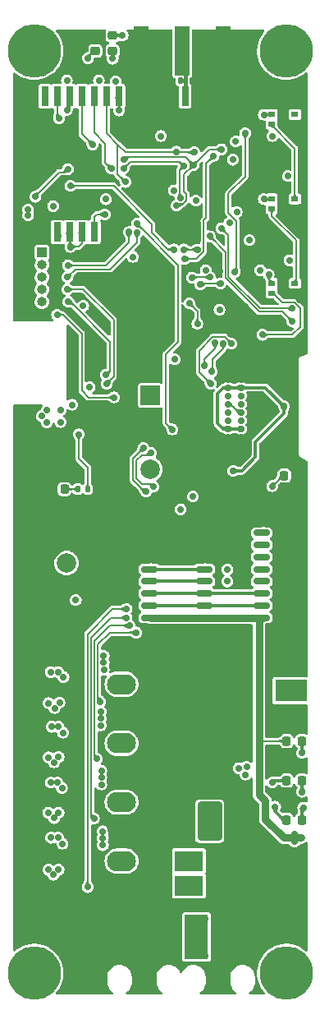
<source format=gbl>
%TF.GenerationSoftware,KiCad,Pcbnew,(6.0.1)*%
%TF.CreationDate,2022-06-27T19:55:09+02:00*%
%TF.ProjectId,kp-ptr,6b702d70-7472-42e6-9b69-6361645f7063,rev?*%
%TF.SameCoordinates,Original*%
%TF.FileFunction,Copper,L4,Bot*%
%TF.FilePolarity,Positive*%
%FSLAX46Y46*%
G04 Gerber Fmt 4.6, Leading zero omitted, Abs format (unit mm)*
G04 Created by KiCad (PCBNEW (6.0.1)) date 2022-06-27 19:55:09*
%MOMM*%
%LPD*%
G01*
G04 APERTURE LIST*
G04 Aperture macros list*
%AMRoundRect*
0 Rectangle with rounded corners*
0 $1 Rounding radius*
0 $2 $3 $4 $5 $6 $7 $8 $9 X,Y pos of 4 corners*
0 Add a 4 corners polygon primitive as box body*
4,1,4,$2,$3,$4,$5,$6,$7,$8,$9,$2,$3,0*
0 Add four circle primitives for the rounded corners*
1,1,$1+$1,$2,$3*
1,1,$1+$1,$4,$5*
1,1,$1+$1,$6,$7*
1,1,$1+$1,$8,$9*
0 Add four rect primitives between the rounded corners*
20,1,$1+$1,$2,$3,$4,$5,0*
20,1,$1+$1,$4,$5,$6,$7,0*
20,1,$1+$1,$6,$7,$8,$9,0*
20,1,$1+$1,$8,$9,$2,$3,0*%
G04 Aperture macros list end*
%TA.AperFunction,ComponentPad*%
%ADD10R,1.000000X1.000000*%
%TD*%
%TA.AperFunction,ComponentPad*%
%ADD11O,1.000000X1.000000*%
%TD*%
%TA.AperFunction,SMDPad,CuDef*%
%ADD12RoundRect,0.250000X1.000000X-1.750000X1.000000X1.750000X-1.000000X1.750000X-1.000000X-1.750000X0*%
%TD*%
%TA.AperFunction,ComponentPad*%
%ADD13R,2.413000X4.572000*%
%TD*%
%TA.AperFunction,SMDPad,CuDef*%
%ADD14R,0.800000X2.000000*%
%TD*%
%TA.AperFunction,SMDPad,CuDef*%
%ADD15RoundRect,0.150000X0.700000X-0.150000X0.700000X0.150000X-0.700000X0.150000X-0.700000X-0.150000X0*%
%TD*%
%TA.AperFunction,SMDPad,CuDef*%
%ADD16RoundRect,0.250000X1.150000X-0.250000X1.150000X0.250000X-1.150000X0.250000X-1.150000X-0.250000X0*%
%TD*%
%TA.AperFunction,SMDPad,CuDef*%
%ADD17RoundRect,0.135000X-0.135000X-0.185000X0.135000X-0.185000X0.135000X0.185000X-0.135000X0.185000X0*%
%TD*%
%TA.AperFunction,ComponentPad*%
%ADD18C,0.700000*%
%TD*%
%TA.AperFunction,ComponentPad*%
%ADD19O,3.200000X1.300000*%
%TD*%
%TA.AperFunction,ComponentPad*%
%ADD20O,2.500000X1.300000*%
%TD*%
%TA.AperFunction,ComponentPad*%
%ADD21RoundRect,1.050000X0.450000X0.000000X0.450000X0.000000X-0.450000X0.000000X-0.450000X0.000000X0*%
%TD*%
%TA.AperFunction,SMDPad,CuDef*%
%ADD22R,0.736600X0.609600*%
%TD*%
%TA.AperFunction,SMDPad,CuDef*%
%ADD23R,1.500000X5.080000*%
%TD*%
%TA.AperFunction,ComponentPad*%
%ADD24C,2.000000*%
%TD*%
%TA.AperFunction,SMDPad,CuDef*%
%ADD25RoundRect,0.218750X-0.256250X0.218750X-0.256250X-0.218750X0.256250X-0.218750X0.256250X0.218750X0*%
%TD*%
%TA.AperFunction,SMDPad,CuDef*%
%ADD26RoundRect,0.218750X0.218750X0.256250X-0.218750X0.256250X-0.218750X-0.256250X0.218750X-0.256250X0*%
%TD*%
%TA.AperFunction,SMDPad,CuDef*%
%ADD27RoundRect,0.218750X-0.218750X-0.256250X0.218750X-0.256250X0.218750X0.256250X-0.218750X0.256250X0*%
%TD*%
%TA.AperFunction,ComponentPad*%
%ADD28R,2.000000X2.000000*%
%TD*%
%TA.AperFunction,ComponentPad*%
%ADD29R,3.000000X2.100000*%
%TD*%
%TA.AperFunction,SMDPad,CuDef*%
%ADD30RoundRect,0.147500X-0.147500X-0.172500X0.147500X-0.172500X0.147500X0.172500X-0.147500X0.172500X0*%
%TD*%
%TA.AperFunction,ComponentPad*%
%ADD31R,3.302000X2.286000*%
%TD*%
%TA.AperFunction,ComponentPad*%
%ADD32R,3.302000X2.447000*%
%TD*%
%TA.AperFunction,ViaPad*%
%ADD33C,0.700000*%
%TD*%
%TA.AperFunction,ViaPad*%
%ADD34C,5.500000*%
%TD*%
%TA.AperFunction,Conductor*%
%ADD35C,0.150000*%
%TD*%
%TA.AperFunction,Conductor*%
%ADD36C,0.200000*%
%TD*%
%TA.AperFunction,Conductor*%
%ADD37C,0.300000*%
%TD*%
%TA.AperFunction,Conductor*%
%ADD38C,0.400000*%
%TD*%
%TA.AperFunction,Conductor*%
%ADD39C,0.800000*%
%TD*%
G04 APERTURE END LIST*
D10*
%TO.P,J1,1,3V3*%
%TO.N,+3V3*%
X144399000Y-55372000D03*
D11*
%TO.P,J1,2,RX0*%
%TO.N,Net-(J1-Pad2)*%
X144399000Y-56642000D03*
%TO.P,J1,3,TX0*%
%TO.N,Net-(J1-Pad3)*%
X144399000Y-57912000D03*
%TO.P,J1,4,BOOT*%
%TO.N,Net-(J1-Pad4)*%
X144399000Y-59182000D03*
%TO.P,J1,5,EN*%
%TO.N,Net-(J1-Pad5)*%
X144399000Y-60452000D03*
%TO.P,J1,6,GND*%
%TO.N,Earth*%
X144399000Y-61722000D03*
%TD*%
D12*
%TO.P,C34,1*%
%TO.N,VDD*%
X161696400Y-113968500D03*
%TO.P,C34,2*%
%TO.N,Earth*%
X161696400Y-105968500D03*
%TD*%
D13*
%TO.P,J2,1,Pin_1*%
%TO.N,+BATT*%
X160337500Y-125907800D03*
%TO.P,J2,2,Pin_2*%
%TO.N,Earth*%
X157162500Y-125907800D03*
%TD*%
D14*
%TO.P,IC1,1,GND*%
%TO.N,Earth*%
X160434800Y-53278800D03*
%TO.P,IC1,2,GND*%
X159164800Y-53278800D03*
%TO.P,IC1,3,GND*%
X157894800Y-53278800D03*
%TO.P,IC1,4,GND*%
X152324800Y-53278800D03*
%TO.P,IC1,5,GND*%
X151054800Y-53278800D03*
%TO.P,IC1,6,RXEN*%
%TO.N,Net-(IC1-Pad6)*%
X149784800Y-53278800D03*
%TO.P,IC1,7,TXEN*%
%TO.N,Net-(IC1-Pad7)*%
X148514800Y-53278800D03*
%TO.P,IC1,8,DIO2*%
X147244800Y-53278800D03*
%TO.P,IC1,9,VCC*%
%TO.N,+3.3VP*%
X145974800Y-53278800D03*
%TO.P,IC1,10,GND*%
%TO.N,Earth*%
X144704800Y-53278800D03*
%TO.P,IC1,11,GND*%
X143434800Y-53278800D03*
%TO.P,IC1,12,GND*%
X143434800Y-39278800D03*
%TO.P,IC1,13,DIO1*%
%TO.N,unconnected-(IC1-Pad13)*%
X144704800Y-39278800D03*
%TO.P,IC1,14,BUSY*%
%TO.N,RF_BUSY*%
X145974800Y-39278800D03*
%TO.P,IC1,15,NRST*%
%TO.N,RF_RST*%
X147244800Y-39278800D03*
%TO.P,IC1,16,MISO*%
%TO.N,SPI_MISO*%
X148514800Y-39278800D03*
%TO.P,IC1,17,MOSI*%
%TO.N,SPI_MOSI*%
X149784800Y-39278800D03*
%TO.P,IC1,18,SCK*%
%TO.N,SPI_CLK*%
X151054800Y-39278800D03*
%TO.P,IC1,19,NSS*%
%TO.N,SPI_CS_LORA*%
X152324800Y-39278800D03*
%TO.P,IC1,20,GND*%
%TO.N,Earth*%
X157894800Y-39278800D03*
%TO.P,IC1,21,ANT*%
%TO.N,Net-(D9-Pad2)*%
X159164800Y-39278800D03*
%TO.P,IC1,22,GND*%
%TO.N,Earth*%
X160434800Y-39278800D03*
%TD*%
D15*
%TO.P,J7,1,Pin_1*%
%TO.N,+5V*%
X167050000Y-93001000D03*
%TO.P,J7,2,Pin_2*%
%TO.N,UART1_OUT*%
X167050000Y-91751000D03*
%TO.P,J7,3,Pin_3*%
%TO.N,UART1_IN*%
X167050000Y-90501000D03*
%TO.P,J7,4,Pin_4*%
%TO.N,Net-(J7-Pad4)*%
X167050000Y-89251000D03*
%TO.P,J7,5,Pin_5*%
%TO.N,Net-(J7-Pad5)*%
X167050000Y-88001000D03*
%TO.P,J7,6,Pin_6*%
%TO.N,Net-(J7-Pad6)*%
X167050000Y-86751000D03*
%TO.P,J7,7,Pin_7*%
%TO.N,Net-(J7-Pad7)*%
X167050000Y-85501000D03*
%TO.P,J7,8,Pin_8*%
%TO.N,Net-(J7-Pad8)*%
X167050000Y-84251000D03*
%TO.P,J7,9,Pin_9*%
%TO.N,Earth*%
X167050000Y-83001000D03*
%TO.P,J7,10,Pin_10*%
X167050000Y-81751000D03*
D16*
%TO.P,J7,MP*%
X170400000Y-79901000D03*
X170400000Y-94851000D03*
%TD*%
D17*
%TO.P,R14,1*%
%TO.N,Net-(D1-Pad2)*%
X148080000Y-79756000D03*
%TO.P,R14,2*%
%TO.N,Net-(R14-Pad2)*%
X149100000Y-79756000D03*
%TD*%
D18*
%TO.P,J4,A1,GND*%
%TO.N,Earth*%
X163578000Y-68449800D03*
%TO.P,J4,A4,VBUS*%
%TO.N,VBUS*%
X163578000Y-69299800D03*
%TO.P,J4,A5,CC1*%
%TO.N,unconnected-(J4-PadA5)*%
X163578000Y-70149800D03*
%TO.P,J4,A6,D+*%
%TO.N,Net-(J4-PadA6)*%
X163578000Y-70999800D03*
%TO.P,J4,A7,D-*%
%TO.N,Net-(J4-PadA7)*%
X163578000Y-71849800D03*
%TO.P,J4,A8,SBU1*%
%TO.N,unconnected-(J4-PadA8)*%
X163578000Y-72699800D03*
%TO.P,J4,A9,VBUS*%
%TO.N,VBUS*%
X163578000Y-73549800D03*
%TO.P,J4,A12,GND*%
%TO.N,Earth*%
X163578000Y-74399800D03*
%TO.P,J4,B1,GND*%
X164928000Y-74399800D03*
%TO.P,J4,B4,VBUS*%
%TO.N,VBUS*%
X164928000Y-73549800D03*
%TO.P,J4,B5,CC2*%
%TO.N,unconnected-(J4-PadB5)*%
X164928000Y-72699800D03*
%TO.P,J4,B6,D+*%
%TO.N,Net-(J4-PadA6)*%
X164928000Y-71849800D03*
%TO.P,J4,B7,D-*%
%TO.N,Net-(J4-PadA7)*%
X164928000Y-70999800D03*
%TO.P,J4,B8,SBU2*%
%TO.N,unconnected-(J4-PadB8)*%
X164928000Y-70149800D03*
%TO.P,J4,B9,VBUS*%
%TO.N,VBUS*%
X164928000Y-69299800D03*
%TO.P,J4,B12,GND*%
%TO.N,Earth*%
X164928000Y-68449800D03*
D19*
%TO.P,J4,S1,SHIELD*%
X164078000Y-75749800D03*
D20*
X168378000Y-75749800D03*
X168378000Y-67099800D03*
D19*
X164078000Y-67099800D03*
%TD*%
D21*
%TO.P,J10,1,Pin_1*%
%TO.N,Earth*%
X152600000Y-108474333D03*
%TO.P,J10,2,Pin_2*%
%TO.N,Net-(J10-Pad2)*%
X152600000Y-105934333D03*
%TD*%
D22*
%TO.P,D15,1,DOUT*%
%TO.N,unconnected-(D15-Pad1)*%
X170484800Y-41156001D03*
%TO.P,D15,2,GND*%
%TO.N,Earth*%
X170484800Y-42155999D03*
%TO.P,D15,3,DIN*%
%TO.N,Net-(D14-Pad1)*%
X168097200Y-42155999D03*
%TO.P,D15,4,VDD*%
%TO.N,+3V3*%
X168097200Y-41156001D03*
%TD*%
D23*
%TO.P,J5,1,In*%
%TO.N,Net-(D9-Pad2)*%
X158877000Y-34594800D03*
%TO.P,J5,2,Ext*%
%TO.N,Earth*%
X163127000Y-34594800D03*
X154627000Y-34594800D03*
%TD*%
D24*
%TO.P,ANT2,1,A*%
%TO.N,Net-(ANT2-Pad1)*%
X146928000Y-87376000D03*
%TD*%
D25*
%TO.P,D12,1,K*%
%TO.N,Earth*%
X149910800Y-33045300D03*
%TO.P,D12,2,A*%
%TO.N,Net-(D12-Pad2)*%
X149910800Y-34620300D03*
%TD*%
D15*
%TO.P,J8,1,Pin_1*%
%TO.N,+5V*%
X161150000Y-93001000D03*
%TO.P,J8,2,Pin_2*%
%TO.N,UART1_OUT*%
X161150000Y-91751000D03*
%TO.P,J8,3,Pin_3*%
%TO.N,UART1_IN*%
X161150000Y-90501000D03*
%TO.P,J8,4,Pin_4*%
%TO.N,I2C_SCL*%
X161150000Y-89251000D03*
%TO.P,J8,5,Pin_5*%
%TO.N,I2C_SDA*%
X161150000Y-88001000D03*
%TO.P,J8,6,Pin_6*%
%TO.N,Earth*%
X161150000Y-86751000D03*
D16*
%TO.P,J8,MP*%
X164500000Y-84901000D03*
X164500000Y-94851000D03*
%TD*%
D21*
%TO.P,J12,1,Pin_1*%
%TO.N,Earth*%
X152600000Y-114547666D03*
%TO.P,J12,2,Pin_2*%
%TO.N,Net-(J12-Pad2)*%
X152600000Y-112007666D03*
%TD*%
D26*
%TO.P,D7,1,K*%
%TO.N,Net-(D7-Pad1)*%
X171221500Y-105714800D03*
%TO.P,D7,2,A*%
%TO.N,+5V*%
X169646500Y-105714800D03*
%TD*%
D25*
%TO.P,D8,1,K*%
%TO.N,Net-(D8-Pad1)*%
X151688800Y-33045300D03*
%TO.P,D8,2,A*%
%TO.N,Net-(D8-Pad2)*%
X151688800Y-34620300D03*
%TD*%
D27*
%TO.P,D1,1,K*%
%TO.N,Earth*%
X145135500Y-79756000D03*
%TO.P,D1,2,A*%
%TO.N,Net-(D1-Pad2)*%
X146710500Y-79756000D03*
%TD*%
D28*
%TO.P,LS1,1,+*%
%TO.N,+3V3*%
X155575000Y-70114000D03*
D24*
%TO.P,LS1,2,-*%
%TO.N,Net-(D11-Pad2)*%
X155575000Y-77714000D03*
%TD*%
D15*
%TO.P,J6,1,Pin_1*%
%TO.N,+5V*%
X155450000Y-93001000D03*
%TO.P,J6,2,Pin_2*%
%TO.N,UART1_OUT*%
X155450000Y-91751000D03*
%TO.P,J6,3,Pin_3*%
%TO.N,UART1_IN*%
X155450000Y-90501000D03*
%TO.P,J6,4,Pin_4*%
%TO.N,I2C_SCL*%
X155450000Y-89251000D03*
%TO.P,J6,5,Pin_5*%
%TO.N,I2C_SDA*%
X155450000Y-88001000D03*
%TO.P,J6,6,Pin_6*%
%TO.N,Earth*%
X155450000Y-86751000D03*
D16*
%TO.P,J6,MP*%
X158800000Y-84901000D03*
X158800000Y-94851000D03*
%TD*%
D21*
%TO.P,J13,1,Pin_1*%
%TO.N,Earth*%
X152600000Y-102401000D03*
%TO.P,J13,2,Pin_2*%
%TO.N,Net-(J13-Pad2)*%
X152600000Y-99861000D03*
%TD*%
D29*
%TO.P,J3,1,Pin_1*%
%TO.N,VCC*%
X159562800Y-118059200D03*
%TO.P,J3,2,Pin_2*%
%TO.N,+BATT*%
X159562800Y-120599200D03*
%TD*%
D30*
%TO.P,D9,1,A1*%
%TO.N,Earth*%
X157757000Y-37693600D03*
%TO.P,D9,2,A2*%
%TO.N,Net-(D9-Pad2)*%
X158727000Y-37693600D03*
%TD*%
D22*
%TO.P,D13,1,DOUT*%
%TO.N,Net-(D13-Pad1)*%
X170484800Y-58555001D03*
%TO.P,D13,2,GND*%
%TO.N,Earth*%
X170484800Y-59554999D03*
%TO.P,D13,3,DIN*%
%TO.N,Net-(D13-Pad3)*%
X168097200Y-59554999D03*
%TO.P,D13,4,VDD*%
%TO.N,+3V3*%
X168097200Y-58555001D03*
%TD*%
D21*
%TO.P,J11,1,Pin_1*%
%TO.N,Earth*%
X152600000Y-120620999D03*
%TO.P,J11,2,Pin_2*%
%TO.N,Net-(J11-Pad2)*%
X152600000Y-118080999D03*
%TD*%
D31*
%TO.P,J9,1,Pin_1*%
%TO.N,VCC*%
X170078400Y-100507800D03*
D32*
%TO.P,J9,2,Pin_2*%
%TO.N,Earth*%
X170078400Y-97667300D03*
%TD*%
D22*
%TO.P,D14,1,DOUT*%
%TO.N,Net-(D14-Pad1)*%
X170484800Y-49855501D03*
%TO.P,D14,2,GND*%
%TO.N,Earth*%
X170484800Y-50855499D03*
%TO.P,D14,3,DIN*%
%TO.N,Net-(D13-Pad1)*%
X168097200Y-50855499D03*
%TO.P,D14,4,VDD*%
%TO.N,+3V3*%
X168097200Y-49855501D03*
%TD*%
D26*
%TO.P,D5,1,K*%
%TO.N,Net-(D5-Pad1)*%
X171221500Y-113842800D03*
%TO.P,D5,2,A*%
%TO.N,VDD*%
X169646500Y-113842800D03*
%TD*%
%TO.P,D10,1,K*%
%TO.N,Earth*%
X170967500Y-78359000D03*
%TO.P,D10,2,A*%
%TO.N,Net-(D10-Pad2)*%
X169392500Y-78359000D03*
%TD*%
%TO.P,D6,1,K*%
%TO.N,Net-(D6-Pad1)*%
X171221500Y-109778800D03*
%TO.P,D6,2,A*%
%TO.N,+3V3*%
X169646500Y-109778800D03*
%TD*%
D33*
%TO.N,Earth*%
X164439600Y-46939200D03*
D34*
%TO.N,*%
X169600000Y-34600000D03*
X169600000Y-129600000D03*
X143600000Y-129600000D03*
D33*
%TO.N,Earth*%
X170484800Y-51612800D03*
X147066000Y-61417200D03*
X155194000Y-57658000D03*
X155194000Y-55219600D03*
X146456400Y-50546000D03*
X144830800Y-83261200D03*
X165354000Y-102108000D03*
X171399200Y-48615600D03*
X166116000Y-35610800D03*
X155194000Y-63288614D03*
X146710400Y-32969200D03*
X165049200Y-41183100D03*
X154486893Y-62581507D03*
X168910000Y-123596400D03*
X143408400Y-37998400D03*
X142951200Y-59791600D03*
X157315321Y-62581507D03*
X158699200Y-116281200D03*
X167690800Y-48869600D03*
X145643600Y-37541200D03*
X171196000Y-122377200D03*
X169113200Y-92557600D03*
X155901107Y-62581507D03*
X142036800Y-72288400D03*
X151688800Y-52222400D03*
X168148000Y-111099600D03*
X141986000Y-73253600D03*
X162610800Y-130657600D03*
X170789600Y-111760000D03*
X150317200Y-69596000D03*
X162407600Y-105867200D03*
X143052800Y-55321200D03*
X165709600Y-127203200D03*
X147472400Y-119938800D03*
X153263600Y-119938800D03*
X144068800Y-53695600D03*
X171297600Y-37795200D03*
X156608214Y-61874400D03*
X158750000Y-84886800D03*
X141935200Y-71424800D03*
X171450000Y-64109600D03*
X156972000Y-96774000D03*
X163626800Y-84886800D03*
X166878000Y-59842400D03*
X145237200Y-49123600D03*
X155901107Y-61167293D03*
X151384000Y-73558400D03*
X153072680Y-62581507D03*
X156311600Y-116382800D03*
X147624800Y-68529200D03*
X154584400Y-32766000D03*
X142392400Y-76962000D03*
X169824400Y-81127600D03*
X164846000Y-105968800D03*
X168960800Y-56134000D03*
X141833600Y-126441200D03*
X155194000Y-64702827D03*
X142646400Y-83261200D03*
X161493200Y-70612000D03*
X152755600Y-98094800D03*
X151942800Y-101752400D03*
X147777200Y-55930800D03*
X165354000Y-60909200D03*
X163017200Y-83210400D03*
X166624000Y-51511200D03*
X145897600Y-95554800D03*
X168249600Y-82956400D03*
X153822400Y-131267200D03*
X147624800Y-66954400D03*
X168960800Y-98399600D03*
X147828000Y-112674400D03*
X165100000Y-53441600D03*
X161798000Y-52781200D03*
X171246800Y-97028000D03*
X162153600Y-122224800D03*
X171297600Y-79908400D03*
X141782800Y-98044000D03*
X148539200Y-59893200D03*
X153779787Y-63288614D03*
X159664400Y-82600800D03*
X161950400Y-119278400D03*
X161747200Y-101854000D03*
X163118800Y-34645600D03*
X165862000Y-58877200D03*
X150571200Y-131368800D03*
X147320000Y-128270000D03*
X162966400Y-111252000D03*
X148234400Y-93319600D03*
X157581600Y-46939200D03*
X147370800Y-113690400D03*
X145542000Y-92811600D03*
X165506400Y-94843600D03*
X161594800Y-98450400D03*
X160985200Y-107442000D03*
X141782800Y-94488000D03*
X170992800Y-60248800D03*
X162407600Y-104444800D03*
X151333200Y-79756000D03*
X147726400Y-100787200D03*
X156362400Y-127812800D03*
X151942800Y-115214400D03*
X155194000Y-61874400D03*
X167894000Y-71170800D03*
X159766000Y-94843600D03*
X165354000Y-62280800D03*
X149199600Y-64363600D03*
X166370000Y-113741200D03*
X157988000Y-101955600D03*
X171196000Y-77063600D03*
X147878800Y-118922800D03*
X159715200Y-48209200D03*
X170992800Y-126085600D03*
X148793200Y-86969600D03*
X170992800Y-65176400D03*
X147624800Y-67716400D03*
X151942800Y-113893600D03*
X147726400Y-106680000D03*
X148285200Y-82905600D03*
X166573200Y-62280800D03*
X161544000Y-62534800D03*
X142138400Y-80213200D03*
X150063200Y-124307600D03*
X167303600Y-55539800D03*
X144221200Y-89458800D03*
X153263600Y-115214400D03*
X141782800Y-119278400D03*
X141986000Y-61976000D03*
X165133990Y-56340296D03*
X145491200Y-76962000D03*
X146913600Y-35712400D03*
X163880800Y-63246000D03*
X165608000Y-115925600D03*
X169570400Y-79908400D03*
X148132800Y-78638400D03*
X158445200Y-106019600D03*
X157886400Y-53898800D03*
X163372800Y-125679200D03*
X157073600Y-37693600D03*
X162407600Y-107442000D03*
X165404800Y-111252000D03*
X171246800Y-93522800D03*
X165252400Y-96672400D03*
X170434000Y-68580000D03*
X160985200Y-104444800D03*
X156972000Y-74269600D03*
X154584400Y-36474400D03*
X160934400Y-105867200D03*
X168249600Y-102412800D03*
X155661620Y-73355200D03*
X144983200Y-126187200D03*
X144322800Y-79756000D03*
X166827200Y-123596400D03*
X163576000Y-94843600D03*
X158394400Y-86614000D03*
X155956000Y-131267200D03*
X158800800Y-94843600D03*
X171348400Y-119888000D03*
X163525200Y-114046000D03*
X148082000Y-81178400D03*
X162763200Y-128727200D03*
X147929600Y-58166000D03*
X157886400Y-40589200D03*
X145643600Y-54864000D03*
X157988000Y-124002800D03*
X150774400Y-54965600D03*
X151790400Y-82956400D03*
X159715200Y-84886800D03*
X158292800Y-99466400D03*
X162356800Y-50038000D03*
X164795200Y-84886800D03*
X156362400Y-124002800D03*
X144830800Y-86207600D03*
X168198800Y-55422800D03*
X153619200Y-124764800D03*
X169113200Y-119735600D03*
X150215600Y-62433200D03*
X146964400Y-89357200D03*
X155448000Y-94183200D03*
X141833600Y-110591600D03*
X149910800Y-127558800D03*
X151942800Y-103073200D03*
X165760400Y-81127600D03*
X164541200Y-94843600D03*
X142646400Y-86156800D03*
X151739600Y-71424800D03*
X161290000Y-60248800D03*
X167690800Y-62280800D03*
X169113200Y-118618000D03*
X162915600Y-79756000D03*
X141884400Y-37795200D03*
X171196000Y-94843600D03*
X171246800Y-98399600D03*
X157886400Y-83616800D03*
X153263600Y-107797600D03*
X165201600Y-99568000D03*
X163017200Y-109169200D03*
X157175200Y-124612400D03*
X147370800Y-107594400D03*
X141986000Y-45212000D03*
X169926000Y-94843600D03*
X171297600Y-118668800D03*
X171348400Y-53746400D03*
X141986000Y-123545600D03*
X165760400Y-82245200D03*
X147624800Y-102463600D03*
X170332400Y-73050400D03*
X157378400Y-110998000D03*
X157784800Y-84886800D03*
X146710400Y-131318000D03*
X157988000Y-127812800D03*
X166827200Y-58877200D03*
X159766000Y-112623600D03*
X171297600Y-102412800D03*
X153263600Y-101752400D03*
X153263600Y-121259600D03*
X161645600Y-94945200D03*
X145237200Y-88493600D03*
X167944800Y-37693600D03*
X151942800Y-51409600D03*
X153670000Y-127660400D03*
X154486893Y-61167293D03*
X149758400Y-88239600D03*
X162715120Y-57293492D03*
X157429200Y-108762800D03*
X144068800Y-52730400D03*
X168402000Y-107492800D03*
X168910000Y-97028000D03*
X141884400Y-88950800D03*
X160426400Y-37998400D03*
X153263600Y-103073200D03*
X170434000Y-42976800D03*
X165455600Y-122123200D03*
X160426400Y-40538400D03*
X171348400Y-108407200D03*
X167303600Y-54523800D03*
X166166800Y-52628800D03*
X141986000Y-40589200D03*
X171399200Y-59486800D03*
X163118800Y-32766000D03*
X171297600Y-43738800D03*
X162102800Y-51206400D03*
X145796000Y-122021600D03*
X158816500Y-67868800D03*
X151536400Y-95707200D03*
X168300400Y-81737200D03*
X141833600Y-115163600D03*
X159140700Y-53949600D03*
X166573200Y-131368800D03*
X166420800Y-42926000D03*
X146964400Y-92811600D03*
X148894800Y-32918400D03*
X141782800Y-104851200D03*
X157327600Y-112014000D03*
X164896800Y-64770000D03*
X163118800Y-36525200D03*
X154486893Y-63995721D03*
X153263600Y-109118400D03*
X156608214Y-63288614D03*
X157835600Y-94843600D03*
X169773600Y-45161200D03*
X166471600Y-32766000D03*
X164490400Y-119227600D03*
X151942800Y-107797600D03*
X153263600Y-113893600D03*
X153779787Y-61874400D03*
X166522400Y-73253600D03*
X151942800Y-109118400D03*
X151942800Y-121259600D03*
X141986000Y-48666400D03*
X157226000Y-127101600D03*
X165100000Y-48869600D03*
X155901107Y-63995721D03*
X154584400Y-34620200D03*
X150894340Y-53278800D03*
X151942800Y-119938800D03*
X149758400Y-91186000D03*
X151333200Y-76657200D03*
X155194000Y-60460187D03*
X157276800Y-38760400D03*
%TO.N,+3V3*%
X164693600Y-108508800D03*
X165506400Y-108356400D03*
X168148000Y-109982000D03*
X165811200Y-54102000D03*
X148643832Y-60881982D03*
X142963700Y-51562000D03*
X164490400Y-51206400D03*
X160274000Y-50038000D03*
X169773600Y-47498000D03*
X158070642Y-66373588D03*
X163728400Y-52324000D03*
X156667200Y-43383200D03*
X146306000Y-71628000D03*
X165404800Y-109169200D03*
X163525200Y-88036400D03*
X167284400Y-41183100D03*
X169926000Y-56184800D03*
X142951200Y-50952400D03*
X161290000Y-57200800D03*
X149301200Y-69240400D03*
X166928800Y-57200800D03*
X164084000Y-45821600D03*
X168183100Y-43383200D03*
X147523200Y-71069200D03*
X167792400Y-57658000D03*
X153787300Y-55829200D03*
X159969200Y-80518000D03*
X163525200Y-89255600D03*
X158699200Y-81838800D03*
X157988000Y-48971200D03*
X162712400Y-61264800D03*
X167284400Y-49885600D03*
X146306000Y-72847200D03*
X164388800Y-43942000D03*
%TO.N,CHIP_PU*%
X147116800Y-60452000D03*
X150977600Y-67970400D03*
%TO.N,VDD*%
X160934400Y-112522000D03*
X160832800Y-115011200D03*
X162509200Y-115011200D03*
X160934400Y-113792000D03*
X162458400Y-113792000D03*
X168452800Y-112471200D03*
X162458400Y-112522000D03*
%TO.N,VCC*%
X145694400Y-102311200D03*
X168910000Y-101142800D03*
X160477200Y-117398800D03*
X145592800Y-119481600D03*
X145643600Y-113639600D03*
X146100800Y-113080800D03*
X145084800Y-107391200D03*
X158648400Y-117398800D03*
X146100800Y-107340400D03*
X160477200Y-118719600D03*
X168910000Y-99872800D03*
X145084800Y-101803200D03*
X146202400Y-101752400D03*
X146100800Y-118973600D03*
X145034000Y-113080800D03*
X171246800Y-99872800D03*
X158648400Y-118719600D03*
X171246800Y-101142800D03*
X145643600Y-107899200D03*
X145084800Y-118973600D03*
%TO.N,SPI_MISO*%
X152857200Y-45770800D03*
X160020000Y-46380400D03*
X149606000Y-44246800D03*
X158292800Y-50546000D03*
X162915600Y-44754800D03*
%TO.N,SPI_MOSI*%
X151536400Y-46736000D03*
X170230800Y-62484000D03*
X159004000Y-46482000D03*
X158699200Y-49784000D03*
X152806400Y-46736000D03*
X161696400Y-53695600D03*
%TO.N,SPI_CLK*%
X170230800Y-61128100D03*
X158242000Y-44993100D03*
X160121600Y-45059600D03*
X153009600Y-48107600D03*
X162904400Y-52871600D03*
%TO.N,SPI_CS_LORA*%
X152349200Y-40741600D03*
%TO.N,+BATT*%
X160324800Y-124714000D03*
X158648400Y-121259600D03*
X158648400Y-119938800D03*
X161188400Y-124002800D03*
X159512000Y-127812800D03*
X160477200Y-121259600D03*
X159512000Y-124002800D03*
X160324800Y-127050800D03*
X160477200Y-119938800D03*
X161188400Y-127812800D03*
%TO.N,VBUS*%
X164134800Y-77876400D03*
X169367200Y-71221600D03*
%TO.N,IGN1_EN*%
X150053100Y-107543600D03*
X155905200Y-79502000D03*
X153411140Y-93813444D03*
X155651200Y-76047600D03*
%TO.N,IGN3_EN*%
X149098000Y-120751600D03*
X153121620Y-92100400D03*
%TO.N,IGN2_EN*%
X154854100Y-75539600D03*
X153121620Y-93014800D03*
X149758400Y-113690400D03*
X155143200Y-80010000D03*
%TO.N,IGN4_EN*%
X154131849Y-94534151D03*
X150408700Y-101650800D03*
%TO.N,U0TXD*%
X147015200Y-57912000D03*
X154195558Y-53322458D03*
%TO.N,U0RXD*%
X153346828Y-53286249D03*
X147066000Y-56692800D03*
%TO.N,SPI_CS_LIS*%
X160426400Y-55067200D03*
X159004000Y-55067200D03*
%TO.N,Net-(IC1-Pad6)*%
X150876000Y-51460400D03*
%TO.N,BUZZER*%
X157835600Y-73609200D03*
X154178000Y-52425600D03*
%TO.N,BOOT_PIN*%
X151075900Y-68884800D03*
X147015200Y-59182000D03*
%TO.N,IGN1_PWR*%
X150469600Y-102666800D03*
X146558000Y-104851200D03*
X146100800Y-104241600D03*
X150469600Y-104089200D03*
X145389600Y-104241600D03*
X150469600Y-103378000D03*
%TO.N,IGN3_PWR*%
X150672800Y-115722400D03*
X145338800Y-115671600D03*
X150671578Y-115011584D03*
X146507200Y-116281200D03*
X150672800Y-116433600D03*
X146050000Y-115671600D03*
%TO.N,SPI_CS_MAG*%
X165354000Y-43078400D03*
X164287200Y-57404000D03*
X161749907Y-57915041D03*
X159867600Y-57962800D03*
%TO.N,+3.3VADC*%
X144373600Y-72237600D03*
X144881600Y-72898000D03*
X147878800Y-91186000D03*
X144881600Y-71628000D03*
%TO.N,Net-(IC1-Pad7)*%
X147320000Y-54813200D03*
%TO.N,RF_BUSY*%
X147320000Y-48514000D03*
X157988000Y-55067200D03*
X146151600Y-41554400D03*
%TO.N,SPI_CS_LSM*%
X159105600Y-56032400D03*
X162102800Y-45415200D03*
%TO.N,RF_RST*%
X146964400Y-40690800D03*
X147066000Y-46786800D03*
X151841200Y-70307200D03*
X143713200Y-49631600D03*
X145948400Y-61823600D03*
%TO.N,Net-(D10-Pad2)*%
X168148000Y-79451200D03*
%TO.N,+3.3VP*%
X150266400Y-37642800D03*
D34*
%TO.N,*%
X143600000Y-34600000D03*
D33*
%TO.N,+3.3VP*%
X145542000Y-50596800D03*
X150977600Y-49885600D03*
X151993600Y-37744400D03*
X146050000Y-53695600D03*
X146964400Y-37642800D03*
X145999200Y-52628800D03*
%TO.N,+5V*%
X170434000Y-116078000D03*
X170434000Y-115265200D03*
X171094400Y-115671600D03*
%TO.N,Net-(D12-Pad2)*%
X149148800Y-35356800D03*
%TO.N,UART1_OUT*%
X155657000Y-91751000D03*
%TO.N,UART1_IN*%
X155657000Y-90501000D03*
%TO.N,I2C_SCL*%
X155657000Y-89251000D03*
X161245000Y-89251000D03*
%TO.N,I2C_SDA*%
X161245000Y-88001000D03*
X155657000Y-88001000D03*
%TO.N,Net-(D13-Pad3)*%
X167132000Y-63855600D03*
%TO.N,SPI_CS_FLASH*%
X162814000Y-58572400D03*
X160731200Y-58674000D03*
%TO.N,SERVO_EN*%
X161798000Y-68884800D03*
X159613600Y-60604400D03*
X160426400Y-62738000D03*
X163947634Y-64769678D03*
%TO.N,SERVO_3*%
X161184479Y-67019873D03*
X162255200Y-64668400D03*
%TO.N,SERVO_4*%
X161899600Y-67665600D03*
X163098142Y-64773768D03*
%TO.N,IGN2_PWR*%
X145999200Y-109982000D03*
X150520400Y-108762800D03*
X150520400Y-110185200D03*
X146456400Y-110540800D03*
X145288000Y-109982000D03*
X150520400Y-109474000D03*
%TO.N,IGN4_PWR*%
X150758220Y-97637600D03*
X146050000Y-98602800D03*
X150774400Y-98348800D03*
X146608800Y-99110800D03*
X150758220Y-96926400D03*
X145288000Y-98602800D03*
%TO.N,Net-(D5-Pad1)*%
X171348400Y-112572800D03*
%TO.N,Net-(D6-Pad1)*%
X171246800Y-110947200D03*
%TO.N,Net-(D8-Pad2)*%
X151688800Y-35407600D03*
%TO.N,Net-(J7-Pad4)*%
X167214000Y-89251000D03*
%TO.N,Net-(J7-Pad5)*%
X167214000Y-88001000D03*
%TO.N,Net-(J7-Pad6)*%
X167214000Y-86751000D03*
%TO.N,Net-(J7-Pad7)*%
X167214000Y-85501000D03*
%TO.N,Net-(J7-Pad8)*%
X167214000Y-84251000D03*
%TO.N,Net-(R14-Pad2)*%
X148183600Y-74117200D03*
%TO.N,Net-(D7-Pad1)*%
X171246800Y-106934000D03*
%TO.N,Net-(J12-Pad2)*%
X153263600Y-111353600D03*
X153263600Y-112674400D03*
X151942800Y-112674400D03*
X151942800Y-111353600D03*
%TO.N,Net-(D8-Pad1)*%
X152704800Y-33020000D03*
%TO.N,Net-(J10-Pad2)*%
X153263600Y-105257600D03*
X151942800Y-105257600D03*
X151942800Y-106578400D03*
X153263600Y-106578400D03*
%TO.N,Net-(J11-Pad2)*%
X151942800Y-117398800D03*
X151942800Y-118719600D03*
X153263600Y-117398800D03*
X153263600Y-118719600D03*
%TO.N,Net-(J13-Pad2)*%
X151942800Y-100533200D03*
X153263600Y-100533200D03*
X153263600Y-99212400D03*
X151942800Y-99212400D03*
%TD*%
D35*
%TO.N,SPI_CS_MAG*%
X163626800Y-51308000D02*
X163626800Y-49276000D01*
X164439600Y-52120800D02*
X163626800Y-51308000D01*
X165354000Y-47548800D02*
X165354000Y-43078400D01*
X164439600Y-57251600D02*
X164439600Y-52120800D01*
X163626800Y-49276000D02*
X165354000Y-47548800D01*
X164287200Y-57404000D02*
X164439600Y-57251600D01*
%TO.N,Earth*%
X170484800Y-42155999D02*
X170484800Y-42926000D01*
D36*
X160434800Y-39278800D02*
X160434800Y-40530000D01*
D37*
X159140700Y-53949600D02*
X160324800Y-53949600D01*
D38*
X157757000Y-37693600D02*
X157073600Y-37693600D01*
D35*
X170992800Y-59935999D02*
X170611800Y-59554999D01*
X170992800Y-60248800D02*
X170992800Y-59935999D01*
D36*
X143434800Y-39050200D02*
X143130000Y-39355000D01*
D37*
X159164800Y-53278800D02*
X159164800Y-53925500D01*
D35*
X170484800Y-50855499D02*
X170484800Y-51612800D01*
D36*
X157894800Y-39278800D02*
X157894800Y-40580800D01*
D37*
X159089900Y-53898800D02*
X159140700Y-53949600D01*
D35*
X170484800Y-42926000D02*
X170434000Y-42976800D01*
D36*
X157854000Y-40191000D02*
X157840625Y-40177625D01*
D38*
X145135500Y-79756000D02*
X144322800Y-79756000D01*
D37*
X157894800Y-53278800D02*
X157894800Y-53890400D01*
D35*
X148920300Y-32892900D02*
X148894800Y-32918400D01*
D36*
X160434800Y-40530000D02*
X160426400Y-40538400D01*
D37*
X159164800Y-53925500D02*
X159140700Y-53949600D01*
X160324800Y-53949600D02*
X160426400Y-54051200D01*
D36*
X157795200Y-39278800D02*
X157276800Y-38760400D01*
D37*
X152324800Y-52858400D02*
X151688800Y-52222400D01*
X152324800Y-53278800D02*
X152324800Y-52858400D01*
X157886400Y-53898800D02*
X159089900Y-53898800D01*
D36*
X157894800Y-39278800D02*
X157795200Y-39278800D01*
X160434800Y-38006800D02*
X160426400Y-37998400D01*
X143434800Y-38024800D02*
X143434800Y-39050200D01*
D37*
X152324800Y-53278800D02*
X151054800Y-53278800D01*
D36*
X143408400Y-37998400D02*
X143434800Y-38024800D01*
D35*
X149910800Y-32892900D02*
X148920300Y-32892900D01*
D37*
X157894800Y-53890400D02*
X157886400Y-53898800D01*
D36*
X160434800Y-39278800D02*
X160434800Y-38006800D01*
X157894800Y-40580800D02*
X157886400Y-40589200D01*
D35*
%TO.N,+3V3*%
X167792400Y-57658000D02*
X167792400Y-58123201D01*
X167291500Y-41176000D02*
X168077201Y-41176000D01*
D37*
X168148000Y-109982000D02*
X168351200Y-109778800D01*
D35*
X167294500Y-49875500D02*
X168077201Y-49875500D01*
D37*
X168351200Y-109778800D02*
X169646500Y-109778800D01*
D35*
X167284400Y-41183100D02*
X167291500Y-41176000D01*
X168165201Y-58614000D02*
X168224200Y-58555001D01*
X168077201Y-49875500D02*
X168097200Y-49855501D01*
X167284400Y-49885600D02*
X167294500Y-49875500D01*
X168077201Y-41176000D02*
X168097200Y-41156001D01*
X167792400Y-58123201D02*
X168224200Y-58555001D01*
%TO.N,CHIP_PU*%
X147116800Y-60452000D02*
X147320000Y-60452000D01*
X147320000Y-60452000D02*
X151434800Y-64566800D01*
X151434800Y-67513200D02*
X150977600Y-67970400D01*
X151434800Y-64566800D02*
X151434800Y-67513200D01*
D37*
%TO.N,VDD*%
X169341700Y-113842800D02*
X169646500Y-113842800D01*
X162423411Y-114695511D02*
X161696400Y-113968500D01*
X168452800Y-112953900D02*
X169341700Y-113842800D01*
X168452800Y-112471200D02*
X168452800Y-112953900D01*
D35*
%TO.N,SPI_MISO*%
X159054800Y-49123600D02*
X159054800Y-47345600D01*
X162915600Y-44754800D02*
X161645600Y-44754800D01*
X158699200Y-45567600D02*
X153263600Y-45567600D01*
X159273711Y-50021971D02*
X159273711Y-49342511D01*
X158937171Y-50358511D02*
X159273711Y-50021971D01*
X159207200Y-45567600D02*
X158699200Y-45567600D01*
D36*
X148514800Y-43155600D02*
X148514800Y-39278800D01*
D35*
X153263600Y-45567600D02*
X153060400Y-45770800D01*
X158292800Y-50546000D02*
X158480289Y-50358511D01*
X159054800Y-47345600D02*
X160020000Y-46380400D01*
X158480289Y-50358511D02*
X158937171Y-50358511D01*
X153060400Y-45770800D02*
X152857200Y-45770800D01*
D36*
X149606000Y-44246800D02*
X148514800Y-43155600D01*
D35*
X159273711Y-49342511D02*
X159054800Y-49123600D01*
X160020000Y-46380400D02*
X159207200Y-45567600D01*
X161645600Y-44754800D02*
X160020000Y-46380400D01*
%TO.N,SPI_MOSI*%
X158699200Y-49784000D02*
X158597600Y-49682400D01*
D36*
X150926800Y-44145200D02*
X149784800Y-43003200D01*
D35*
X161696400Y-53695600D02*
X163322000Y-55321200D01*
X163322000Y-55321200D02*
X163322000Y-58013600D01*
X159004000Y-46482000D02*
X158546800Y-46024800D01*
X158597600Y-49682400D02*
X158597600Y-46888400D01*
D36*
X151536400Y-46736000D02*
X150926800Y-46126400D01*
D35*
X169214800Y-61468000D02*
X170230800Y-62484000D01*
X163322000Y-58013600D02*
X166776400Y-61468000D01*
X153517600Y-46024800D02*
X152806400Y-46736000D01*
D36*
X150926800Y-46126400D02*
X150926800Y-44145200D01*
X149784800Y-43003200D02*
X149784800Y-39278800D01*
D35*
X158597600Y-46888400D02*
X159004000Y-46482000D01*
X166776400Y-61468000D02*
X169214800Y-61468000D01*
X158546800Y-46024800D02*
X153517600Y-46024800D01*
D36*
%TO.N,SPI_CLK*%
X152196800Y-47294800D02*
X152196800Y-44246800D01*
D35*
X163626800Y-53594000D02*
X162904400Y-52871600D01*
D36*
X160121600Y-45059600D02*
X153009600Y-45059600D01*
D35*
X170230800Y-61128100D02*
X166893700Y-61128100D01*
D36*
X151054800Y-43104800D02*
X151054800Y-39278800D01*
D35*
X163626800Y-57861200D02*
X163626800Y-53594000D01*
D36*
X152196800Y-44246800D02*
X151054800Y-43104800D01*
D35*
X166893700Y-61128100D02*
X163626800Y-57861200D01*
D36*
X153009600Y-45059600D02*
X152196800Y-44246800D01*
X153009600Y-48107600D02*
X152196800Y-47294800D01*
D35*
%TO.N,SPI_CS_LORA*%
X152349200Y-40741600D02*
X152349200Y-39684200D01*
X152349200Y-39684200D02*
X152020000Y-39355000D01*
D37*
%TO.N,VBUS*%
X164998400Y-77876400D02*
X164134800Y-77876400D01*
X163110200Y-73549800D02*
X162509200Y-72948800D01*
X163578000Y-73549800D02*
X163110200Y-73549800D01*
X163578000Y-73549800D02*
X164928000Y-73549800D01*
X166420800Y-76454000D02*
X164998400Y-77876400D01*
X163578000Y-69299800D02*
X164928000Y-69299800D01*
X166420800Y-74879200D02*
X169367200Y-71932800D01*
X166420800Y-74879200D02*
X166420800Y-76454000D01*
X167445400Y-69299800D02*
X169367200Y-71221600D01*
X169367200Y-71932800D02*
X169367200Y-71221600D01*
X164928000Y-69299800D02*
X167445400Y-69299800D01*
X162509200Y-72948800D02*
X162509200Y-69900800D01*
X163110200Y-69299800D02*
X163578000Y-69299800D01*
X162509200Y-69900800D02*
X163110200Y-69299800D01*
D36*
%TO.N,Net-(J4-PadA6)*%
X163862200Y-70999800D02*
X164712200Y-71849800D01*
X163578000Y-70999800D02*
X163862200Y-70999800D01*
X164712200Y-71849800D02*
X164928000Y-71849800D01*
D35*
%TO.N,IGN1_EN*%
X155651200Y-76047600D02*
X155448000Y-76250800D01*
X155600400Y-79197200D02*
X155905200Y-79502000D01*
D36*
X149809200Y-107299700D02*
X149809200Y-95402400D01*
X151398156Y-93813444D02*
X153411140Y-93813444D01*
D35*
X154686000Y-76250800D02*
X154127200Y-76809600D01*
X154686000Y-79197200D02*
X155600400Y-79197200D01*
D36*
X149809200Y-95402400D02*
X151398156Y-93813444D01*
D35*
X155448000Y-76250800D02*
X154686000Y-76250800D01*
X154127200Y-78638400D02*
X154686000Y-79197200D01*
X154127200Y-76809600D02*
X154127200Y-78638400D01*
D36*
X150053100Y-107543600D02*
X149809200Y-107299700D01*
%TO.N,IGN3_EN*%
X151688800Y-92100400D02*
X153121620Y-92100400D01*
X149098000Y-94691200D02*
X151688800Y-92100400D01*
X149098000Y-120751600D02*
X149098000Y-94691200D01*
D35*
%TO.N,IGN2_EN*%
X155194000Y-79908400D02*
X155194000Y-79959200D01*
D36*
X149453600Y-95046800D02*
X151485600Y-93014800D01*
D35*
X153771600Y-78841600D02*
X154178000Y-79248000D01*
D36*
X149453600Y-113385600D02*
X149453600Y-95046800D01*
D35*
X155194000Y-79959200D02*
X155143200Y-80010000D01*
D36*
X149758400Y-113690400D02*
X149453600Y-113385600D01*
D35*
X154178000Y-79248000D02*
X154838400Y-79908400D01*
X153771600Y-76622100D02*
X153771600Y-77622400D01*
X154838400Y-79908400D02*
X155194000Y-79908400D01*
D36*
X151485600Y-93014800D02*
X153121620Y-93014800D01*
D35*
X154854100Y-75539600D02*
X153771600Y-76622100D01*
X153771600Y-77622400D02*
X153771600Y-78841600D01*
D36*
%TO.N,IGN4_EN*%
X150408700Y-101650800D02*
X150158720Y-101400820D01*
X150158720Y-95764080D02*
X151388649Y-94534151D01*
X150158720Y-101400820D02*
X150158720Y-97275920D01*
X150158720Y-97275920D02*
X150158720Y-95764080D01*
X151388649Y-94534151D02*
X154131849Y-94534151D01*
D35*
%TO.N,U0TXD*%
X147828000Y-57099200D02*
X147015200Y-57912000D01*
X151434800Y-57099200D02*
X147828000Y-57099200D01*
X154195558Y-53322458D02*
X154195558Y-54338442D01*
X154195558Y-54338442D02*
X151434800Y-57099200D01*
%TO.N,U0RXD*%
X150977600Y-56692800D02*
X147066000Y-56692800D01*
X153346828Y-54323572D02*
X150977600Y-56692800D01*
X153346828Y-53286249D02*
X153346828Y-54323572D01*
%TO.N,SPI_CS_LIS*%
X160426400Y-55067200D02*
X159004000Y-55067200D01*
D36*
%TO.N,Net-(IC1-Pad6)*%
X149784800Y-51738800D02*
X149784800Y-53278800D01*
X149784800Y-51738800D02*
X150063200Y-51460400D01*
X150063200Y-51460400D02*
X150876000Y-51460400D01*
D35*
%TO.N,BUZZER*%
X157175200Y-72948800D02*
X157835600Y-73609200D01*
X158445200Y-64617600D02*
X157175200Y-65887600D01*
X154178000Y-52425600D02*
X158445200Y-56692800D01*
X157175200Y-65887600D02*
X157175200Y-72948800D01*
X158445200Y-56692800D02*
X158445200Y-64617600D01*
%TO.N,BOOT_PIN*%
X148640482Y-59182000D02*
X151790400Y-62331918D01*
X151790400Y-62331918D02*
X151790400Y-68170300D01*
X147015200Y-59182000D02*
X148640482Y-59182000D01*
X151790400Y-68170300D02*
X151075900Y-68884800D01*
%TO.N,SPI_CS_MAG*%
X161746866Y-57912000D02*
X159918400Y-57912000D01*
X159918400Y-57912000D02*
X159867600Y-57962800D01*
X161749907Y-57915041D02*
X161746866Y-57912000D01*
D36*
%TO.N,Net-(IC1-Pad7)*%
X148183600Y-54762400D02*
X148514800Y-54431200D01*
X147370800Y-54762400D02*
X148183600Y-54762400D01*
X148514800Y-53659800D02*
X148210000Y-53355000D01*
X147320000Y-54813200D02*
X147370800Y-54762400D01*
X148514800Y-54431200D02*
X148514800Y-53659800D01*
X147320000Y-53735000D02*
X146940000Y-53355000D01*
X147320000Y-54813200D02*
X147320000Y-53735000D01*
D35*
%TO.N,RF_BUSY*%
X157988000Y-55067200D02*
X157453178Y-55067200D01*
X157453178Y-55067200D02*
X155752800Y-53366822D01*
D36*
X145974800Y-41377600D02*
X146151600Y-41554400D01*
X145974800Y-39278800D02*
X145974800Y-41377600D01*
D35*
X155752800Y-52476400D02*
X151790400Y-48514000D01*
X151790400Y-48514000D02*
X147320000Y-48514000D01*
X155752800Y-53366822D02*
X155752800Y-52476400D01*
%TO.N,SPI_CS_LSM*%
X161086800Y-52070000D02*
X161086800Y-55270400D01*
X160324800Y-56032400D02*
X159105600Y-56032400D01*
X161340800Y-51816000D02*
X161086800Y-52070000D01*
X161086800Y-55270400D02*
X160324800Y-56032400D01*
X162102800Y-45415200D02*
X162102800Y-45482046D01*
X161340800Y-46244046D02*
X161340800Y-51816000D01*
X162102800Y-45482046D02*
X161340800Y-46244046D01*
D36*
%TO.N,RF_RST*%
X146964400Y-40690800D02*
X147244800Y-40410400D01*
D35*
X151841200Y-70307200D02*
X149199600Y-70307200D01*
X148488400Y-63703200D02*
X146608800Y-61823600D01*
X143713200Y-49530000D02*
X143713200Y-49631600D01*
X146745489Y-47107311D02*
X146135889Y-47107311D01*
X149199600Y-70307200D02*
X148488400Y-69596000D01*
X146135889Y-47107311D02*
X143764000Y-49479200D01*
X146608800Y-61823600D02*
X145948400Y-61823600D01*
X147066000Y-46786800D02*
X146745489Y-47107311D01*
X143764000Y-49479200D02*
X143713200Y-49530000D01*
X148488400Y-69596000D02*
X148488400Y-63703200D01*
D36*
X147244800Y-40410400D02*
X147244800Y-39278800D01*
D35*
%TO.N,Net-(D10-Pad2)*%
X169240200Y-78359000D02*
X168148000Y-79451200D01*
X169392500Y-78359000D02*
X169240200Y-78359000D01*
D36*
%TO.N,Net-(D1-Pad2)*%
X146710500Y-79756000D02*
X148080000Y-79756000D01*
D39*
%TO.N,+5V*%
X167436800Y-111874602D02*
X166776400Y-111214202D01*
X171094400Y-115671600D02*
X169363052Y-115671600D01*
X155657000Y-93001000D02*
X161245000Y-93001000D01*
D36*
X166878000Y-105714800D02*
X166776400Y-105613200D01*
D39*
X167436800Y-113745348D02*
X167436800Y-111874602D01*
X166776400Y-111214202D02*
X166776400Y-105613200D01*
X161245000Y-93001000D02*
X167214000Y-93001000D01*
X166776400Y-105613200D02*
X166776400Y-93274600D01*
X169363052Y-115671600D02*
X167436800Y-113745348D01*
X166776400Y-93274600D02*
X167050000Y-93001000D01*
D36*
X169646500Y-105714800D02*
X166878000Y-105714800D01*
D35*
%TO.N,Net-(D12-Pad2)*%
X149148800Y-35356800D02*
X149148800Y-35229900D01*
X149148800Y-35229900D02*
X149910800Y-34467900D01*
D37*
%TO.N,UART1_OUT*%
X161245000Y-91751000D02*
X167214000Y-91751000D01*
X155657000Y-91751000D02*
X161245000Y-91751000D01*
%TO.N,UART1_IN*%
X161245000Y-90501000D02*
X167214000Y-90501000D01*
X155657000Y-90501000D02*
X161245000Y-90501000D01*
%TO.N,I2C_SCL*%
X155657000Y-89251000D02*
X161245000Y-89251000D01*
%TO.N,I2C_SDA*%
X155657000Y-88001000D02*
X161245000Y-88001000D01*
D35*
%TO.N,Net-(D13-Pad3)*%
X169222801Y-60553600D02*
X168224200Y-59554999D01*
X167132000Y-63855600D02*
X170230800Y-63855600D01*
X171043600Y-61112400D02*
X170484800Y-60553600D01*
X170484800Y-60553600D02*
X169222801Y-60553600D01*
X171043600Y-63042800D02*
X171043600Y-61112400D01*
X170230800Y-63855600D02*
X171043600Y-63042800D01*
%TO.N,SPI_CS_FLASH*%
X160934400Y-58674000D02*
X160731200Y-58674000D01*
X161036000Y-58572400D02*
X160934400Y-58674000D01*
X162814000Y-58572400D02*
X161036000Y-58572400D01*
%TO.N,SERVO_EN*%
X162017229Y-64093889D02*
X163271845Y-64093889D01*
X160426400Y-61417200D02*
X160426400Y-62738000D01*
X163271845Y-64093889D02*
X163947634Y-64769678D01*
X159613600Y-60604400D02*
X160426400Y-61417200D01*
X160609968Y-65501150D02*
X162017229Y-64093889D01*
X161798000Y-68884800D02*
X160609968Y-67696768D01*
X160609968Y-67696768D02*
X160609968Y-65501150D01*
%TO.N,SERVO_3*%
X161184479Y-66348721D02*
X161184479Y-67019873D01*
X162255200Y-64668400D02*
X162255200Y-65278000D01*
X162255200Y-65278000D02*
X161184479Y-66348721D01*
%TO.N,SERVO_4*%
X162001200Y-67564000D02*
X162001200Y-66395600D01*
X163098142Y-65298658D02*
X163098142Y-64773768D01*
X162001200Y-66395600D02*
X163098142Y-65298658D01*
X161899600Y-67665600D02*
X162001200Y-67564000D01*
D37*
%TO.N,Net-(D5-Pad1)*%
X171221500Y-112699700D02*
X171221500Y-113842800D01*
X171348400Y-112572800D02*
X171221500Y-112699700D01*
%TO.N,Net-(D6-Pad1)*%
X171221500Y-110921900D02*
X171221500Y-109778800D01*
X171246800Y-110947200D02*
X171221500Y-110921900D01*
D35*
%TO.N,Net-(D8-Pad2)*%
X151688800Y-34467900D02*
X151688800Y-35407600D01*
D36*
%TO.N,Net-(R14-Pad2)*%
X149100000Y-77522800D02*
X148463000Y-76885800D01*
X148183600Y-74015600D02*
X148183600Y-74117200D01*
X148183600Y-76606400D02*
X148183600Y-74015600D01*
X148234400Y-76657200D02*
X148183600Y-76606400D01*
X148463000Y-76885800D02*
X148234400Y-76657200D01*
X149100000Y-79756000D02*
X149100000Y-77522800D01*
D37*
%TO.N,Net-(D7-Pad1)*%
X171221500Y-106908700D02*
X171221500Y-105714800D01*
X171246800Y-106934000D02*
X171221500Y-106908700D01*
D35*
%TO.N,Net-(D13-Pad1)*%
X170611800Y-54127400D02*
X168097200Y-51612800D01*
X170611800Y-58555001D02*
X170611800Y-54127400D01*
X168097200Y-51612800D02*
X168097200Y-50855499D01*
%TO.N,Net-(D14-Pad1)*%
X170484800Y-44653200D02*
X168097200Y-42265600D01*
X168097200Y-42265600D02*
X168097200Y-42155999D01*
X170484800Y-49855501D02*
X170484800Y-44653200D01*
D36*
%TO.N,Net-(D8-Pad1)*%
X152704800Y-33020000D02*
X151815900Y-33020000D01*
D38*
%TO.N,Net-(D9-Pad2)*%
X159164800Y-39278800D02*
X159164800Y-37702000D01*
X159164800Y-37702000D02*
X159164800Y-34882600D01*
X158727000Y-37693600D02*
X159156400Y-37693600D01*
X159156400Y-37693600D02*
X159164800Y-37702000D01*
X159164800Y-34882600D02*
X158877000Y-34594800D01*
%TD*%
%TA.AperFunction,Conductor*%
%TO.N,Net-(D9-Pad2)*%
G36*
X159361568Y-38492227D02*
G01*
X159364993Y-38500303D01*
X159366285Y-38577140D01*
X159370792Y-38652974D01*
X159378398Y-38718758D01*
X159389178Y-38776953D01*
X159403210Y-38830017D01*
X159420568Y-38880410D01*
X159441330Y-38930590D01*
X159465571Y-38983016D01*
X159465603Y-38983082D01*
X159465605Y-38983086D01*
X159493369Y-39040148D01*
X159521207Y-39097094D01*
X159521762Y-39106031D01*
X159519129Y-39110342D01*
X159173233Y-39470031D01*
X159165029Y-39473619D01*
X159156367Y-39470031D01*
X158810471Y-39110342D01*
X158807206Y-39102003D01*
X158808393Y-39097094D01*
X158836230Y-39040148D01*
X158863994Y-38983086D01*
X158863996Y-38983082D01*
X158864028Y-38983016D01*
X158888269Y-38930590D01*
X158909031Y-38880410D01*
X158926389Y-38830017D01*
X158940421Y-38776953D01*
X158951201Y-38718758D01*
X158958807Y-38652974D01*
X158963314Y-38577140D01*
X158964607Y-38500303D01*
X158968172Y-38492089D01*
X158976305Y-38488800D01*
X159353295Y-38488800D01*
X159361568Y-38492227D01*
G37*
%TD.AperFunction*%
%TD*%
%TA.AperFunction,Conductor*%
%TO.N,Net-(D9-Pad2)*%
G36*
X158745157Y-34253020D02*
G01*
X159617907Y-34636252D01*
X159624103Y-34642715D01*
X159624849Y-34648081D01*
X159609440Y-34808697D01*
X159609321Y-34809581D01*
X159584448Y-34952846D01*
X159584274Y-34953671D01*
X159553133Y-35078800D01*
X159552965Y-35079404D01*
X159517931Y-35193670D01*
X159517886Y-35193810D01*
X159481428Y-35304168D01*
X159481394Y-35304272D01*
X159457554Y-35380676D01*
X159446008Y-35417681D01*
X159432146Y-35471460D01*
X159421192Y-35513959D01*
X159414179Y-35541165D01*
X159388391Y-35681760D01*
X159388368Y-35681982D01*
X159388367Y-35681987D01*
X159378547Y-35775614D01*
X159371108Y-35846545D01*
X159367907Y-35946046D01*
X159365164Y-36031276D01*
X159361473Y-36039435D01*
X159353470Y-36042600D01*
X158975939Y-36042600D01*
X158967666Y-36039173D01*
X158964253Y-36031475D01*
X158957638Y-35896973D01*
X158957638Y-35896972D01*
X158957621Y-35896628D01*
X158936667Y-35775183D01*
X158905458Y-35681760D01*
X158902966Y-35674299D01*
X158902965Y-35674296D01*
X158902808Y-35673827D01*
X158856916Y-35588128D01*
X158799861Y-35513651D01*
X158732515Y-35445961D01*
X158655749Y-35380624D01*
X158570433Y-35313205D01*
X158570406Y-35313183D01*
X158477589Y-35239390D01*
X158477290Y-35239144D01*
X158384006Y-35159802D01*
X158379924Y-35151832D01*
X158380698Y-35146608D01*
X158729567Y-34259451D01*
X158735783Y-34253006D01*
X158745157Y-34253020D01*
G37*
%TD.AperFunction*%
%TD*%
%TA.AperFunction,Conductor*%
%TO.N,SPI_CS_MAG*%
G36*
X165362433Y-42912169D02*
G01*
X165663099Y-43224825D01*
X165666364Y-43233164D01*
X165664977Y-43238464D01*
X165635293Y-43293829D01*
X165635292Y-43293830D01*
X165634834Y-43294611D01*
X165601226Y-43347090D01*
X165600854Y-43347636D01*
X165567856Y-43393270D01*
X165567711Y-43393466D01*
X165540146Y-43429958D01*
X165536155Y-43435241D01*
X165536095Y-43435325D01*
X165507153Y-43475812D01*
X165507147Y-43475821D01*
X165507017Y-43476003D01*
X165481237Y-43518658D01*
X165459680Y-43566217D01*
X165443212Y-43621687D01*
X165432697Y-43688078D01*
X165432683Y-43688390D01*
X165429514Y-43757238D01*
X165425710Y-43765345D01*
X165417826Y-43768400D01*
X165290174Y-43768400D01*
X165281901Y-43764973D01*
X165278486Y-43757238D01*
X165275316Y-43688390D01*
X165275302Y-43688078D01*
X165264787Y-43621687D01*
X165248319Y-43566217D01*
X165226762Y-43518658D01*
X165200982Y-43476003D01*
X165200852Y-43475821D01*
X165200846Y-43475812D01*
X165171904Y-43435325D01*
X165171844Y-43435241D01*
X165167853Y-43429958D01*
X165140288Y-43393466D01*
X165140143Y-43393270D01*
X165107145Y-43347636D01*
X165106773Y-43347090D01*
X165073165Y-43294611D01*
X165072707Y-43293829D01*
X165043023Y-43238463D01*
X165042134Y-43229553D01*
X165044901Y-43224825D01*
X165345567Y-42912169D01*
X165353771Y-42908581D01*
X165362433Y-42912169D01*
G37*
%TD.AperFunction*%
%TD*%
%TA.AperFunction,Conductor*%
%TO.N,SPI_CS_MAG*%
G36*
X164511586Y-56735027D02*
G01*
X164515005Y-56742880D01*
X164517060Y-56800031D01*
X164517956Y-56824968D01*
X164517982Y-56825194D01*
X164517983Y-56825203D01*
X164527051Y-56903056D01*
X164527079Y-56903295D01*
X164540547Y-56970016D01*
X164540602Y-56970212D01*
X164540605Y-56970225D01*
X164549433Y-57001752D01*
X164556941Y-57028567D01*
X164556985Y-57028699D01*
X164574825Y-57082341D01*
X164574839Y-57082383D01*
X164592759Y-57134717D01*
X164592882Y-57135098D01*
X164609348Y-57189160D01*
X164609557Y-57189940D01*
X164623242Y-57249281D01*
X164623427Y-57250278D01*
X164632999Y-57318516D01*
X164633096Y-57319540D01*
X164636756Y-57392192D01*
X164633750Y-57400627D01*
X164629229Y-57403717D01*
X164223783Y-57557890D01*
X164214834Y-57557627D01*
X164208536Y-57550682D01*
X164070289Y-57139410D01*
X164070901Y-57130476D01*
X164074296Y-57126370D01*
X164116883Y-57093977D01*
X164117234Y-57093721D01*
X164163491Y-57061414D01*
X164206400Y-57032018D01*
X164245267Y-57003521D01*
X164245429Y-57003381D01*
X164245436Y-57003375D01*
X164279283Y-56974033D01*
X164279574Y-56973781D01*
X164308804Y-56940662D01*
X164331520Y-56903523D01*
X164332155Y-56902485D01*
X164332156Y-56902483D01*
X164332438Y-56902022D01*
X164349961Y-56855725D01*
X164360854Y-56799630D01*
X164363991Y-56742657D01*
X164367867Y-56734585D01*
X164375673Y-56731600D01*
X164503313Y-56731600D01*
X164511586Y-56735027D01*
G37*
%TD.AperFunction*%
%TD*%
%TA.AperFunction,Conductor*%
%TO.N,+3V3*%
G36*
X167800596Y-57492157D02*
G01*
X167803114Y-57494141D01*
X168101447Y-57804371D01*
X168104712Y-57812709D01*
X168103279Y-57818095D01*
X168080586Y-57859579D01*
X168080148Y-57860314D01*
X168050846Y-57905661D01*
X168050646Y-57905961D01*
X168020923Y-57948909D01*
X167993350Y-57989981D01*
X167970461Y-58029787D01*
X167970311Y-58030161D01*
X167970308Y-58030167D01*
X167958639Y-58059238D01*
X167954689Y-58069080D01*
X167948469Y-58108614D01*
X167948592Y-58109479D01*
X167948592Y-58109480D01*
X167949745Y-58117581D01*
X167954235Y-58149143D01*
X167954618Y-58149946D01*
X167954619Y-58149948D01*
X167963031Y-58167566D01*
X167974420Y-58191418D01*
X167974884Y-58191979D01*
X168004674Y-58227993D01*
X168007307Y-58236552D01*
X168003932Y-58243723D01*
X167905394Y-58342261D01*
X167851364Y-58286094D01*
X167807792Y-58236725D01*
X167772257Y-58192644D01*
X167742333Y-58152345D01*
X167715597Y-58114317D01*
X167689625Y-58077054D01*
X167661995Y-58039048D01*
X167630282Y-57998790D01*
X167592062Y-57954772D01*
X167551018Y-57911868D01*
X167547775Y-57903522D01*
X167549377Y-57897867D01*
X167784587Y-57496338D01*
X167791725Y-57490932D01*
X167800596Y-57492157D01*
G37*
%TD.AperFunction*%
%TD*%
%TA.AperFunction,Conductor*%
%TO.N,+3V3*%
G36*
X167438067Y-40868905D02*
G01*
X167495186Y-40897980D01*
X167495964Y-40898415D01*
X167550008Y-40931334D01*
X167550545Y-40931681D01*
X167590323Y-40959088D01*
X167597601Y-40964102D01*
X167597807Y-40964248D01*
X167640769Y-40995235D01*
X167640836Y-40995283D01*
X167682559Y-41023841D01*
X167682736Y-41023962D01*
X167682920Y-41024069D01*
X167682925Y-41024072D01*
X167698693Y-41033227D01*
X167721418Y-41046421D01*
X167726524Y-41049385D01*
X167775234Y-41070667D01*
X167831926Y-41086941D01*
X167899661Y-41097340D01*
X167981500Y-41101000D01*
X167981500Y-41251000D01*
X167900848Y-41254667D01*
X167834145Y-41265125D01*
X167778397Y-41281553D01*
X167732662Y-41302205D01*
X167730609Y-41303132D01*
X167687788Y-41329044D01*
X167646938Y-41358468D01*
X167646865Y-41358524D01*
X167605168Y-41390508D01*
X167605011Y-41390627D01*
X167559424Y-41424396D01*
X167558922Y-41424748D01*
X167506631Y-41459393D01*
X167505893Y-41459843D01*
X167450785Y-41490755D01*
X167441893Y-41491814D01*
X167437125Y-41489148D01*
X167118377Y-41194930D01*
X167114622Y-41186801D01*
X167118032Y-41178067D01*
X167195108Y-41100852D01*
X167424478Y-40871066D01*
X167432748Y-40867632D01*
X167438067Y-40868905D01*
G37*
%TD.AperFunction*%
%TD*%
%TA.AperFunction,Conductor*%
%TO.N,+3V3*%
G36*
X167953410Y-40896256D02*
G01*
X168239988Y-41138339D01*
X168244097Y-41146296D01*
X168241074Y-41155171D01*
X167987987Y-41432058D01*
X167979876Y-41435852D01*
X167974557Y-41434837D01*
X167923733Y-41412006D01*
X167923025Y-41411658D01*
X167873843Y-41385449D01*
X167873339Y-41385165D01*
X167830190Y-41359353D01*
X167790560Y-41334665D01*
X167752022Y-41311919D01*
X167732662Y-41302205D01*
X167711908Y-41291792D01*
X167667555Y-41274960D01*
X167616296Y-41262100D01*
X167555466Y-41253887D01*
X167482401Y-41251000D01*
X167482401Y-41101000D01*
X167552166Y-41098057D01*
X167610144Y-41089603D01*
X167658813Y-41076199D01*
X167700650Y-41058403D01*
X167721418Y-41046421D01*
X167738133Y-41036777D01*
X167773740Y-41011881D01*
X167773797Y-41011838D01*
X167773817Y-41011823D01*
X167809918Y-40984299D01*
X167809948Y-40984276D01*
X167849073Y-40954644D01*
X167849393Y-40954410D01*
X167893788Y-40923378D01*
X167894380Y-40922991D01*
X167939751Y-40895215D01*
X167948596Y-40893818D01*
X167953410Y-40896256D01*
G37*
%TD.AperFunction*%
%TD*%
%TA.AperFunction,Conductor*%
%TO.N,+3V3*%
G36*
X167435423Y-49570122D02*
G01*
X167493277Y-49598936D01*
X167494049Y-49599358D01*
X167548747Y-49631982D01*
X167549300Y-49632333D01*
X167596890Y-49664459D01*
X167597100Y-49664604D01*
X167640601Y-49695373D01*
X167640625Y-49695390D01*
X167640651Y-49695408D01*
X167640670Y-49695421D01*
X167640692Y-49695436D01*
X167682894Y-49723794D01*
X167683067Y-49723910D01*
X167727330Y-49749172D01*
X167776523Y-49770328D01*
X167833727Y-49786513D01*
X167902025Y-49796858D01*
X167984500Y-49800500D01*
X167984500Y-49950500D01*
X167903695Y-49954156D01*
X167836849Y-49964592D01*
X167780972Y-49981007D01*
X167733799Y-50002276D01*
X167733078Y-50002601D01*
X167732318Y-50003061D01*
X167726654Y-50006490D01*
X167690177Y-50028572D01*
X167649281Y-50058120D01*
X167607435Y-50090418D01*
X167607362Y-50090474D01*
X167561785Y-50124569D01*
X167561301Y-50124912D01*
X167509090Y-50159984D01*
X167508369Y-50160431D01*
X167453357Y-50191855D01*
X167444474Y-50192983D01*
X167439691Y-50190360D01*
X167118483Y-49898823D01*
X167114660Y-49890725D01*
X167117996Y-49881963D01*
X167197795Y-49800667D01*
X167421859Y-49572398D01*
X167430099Y-49568896D01*
X167435423Y-49570122D01*
G37*
%TD.AperFunction*%
%TD*%
%TA.AperFunction,Conductor*%
%TO.N,+3V3*%
G36*
X167953410Y-49595756D02*
G01*
X168239988Y-49837839D01*
X168244097Y-49845796D01*
X168241074Y-49854671D01*
X167987987Y-50131558D01*
X167979876Y-50135352D01*
X167974557Y-50134337D01*
X167923733Y-50111506D01*
X167923025Y-50111158D01*
X167873843Y-50084949D01*
X167873339Y-50084665D01*
X167830190Y-50058853D01*
X167790560Y-50034165D01*
X167752022Y-50011419D01*
X167711908Y-49991292D01*
X167667555Y-49974460D01*
X167616296Y-49961600D01*
X167555466Y-49953387D01*
X167482401Y-49950500D01*
X167482401Y-49800500D01*
X167552166Y-49797557D01*
X167610144Y-49789103D01*
X167658813Y-49775699D01*
X167700650Y-49757903D01*
X167721525Y-49745859D01*
X167722801Y-49745123D01*
X167737911Y-49736405D01*
X167738133Y-49736277D01*
X167773740Y-49711381D01*
X167773797Y-49711338D01*
X167773817Y-49711323D01*
X167809918Y-49683799D01*
X167809948Y-49683776D01*
X167849073Y-49654144D01*
X167849393Y-49653910D01*
X167893788Y-49622878D01*
X167894380Y-49622491D01*
X167939751Y-49594715D01*
X167948596Y-49593318D01*
X167953410Y-49595756D01*
G37*
%TD.AperFunction*%
%TD*%
%TA.AperFunction,Conductor*%
%TO.N,+3V3*%
G36*
X168791200Y-109928800D02*
G01*
X168734564Y-109931162D01*
X168714279Y-109934095D01*
X168686247Y-109938148D01*
X168686240Y-109938150D01*
X168685877Y-109938202D01*
X168644057Y-109949844D01*
X168643647Y-109950028D01*
X168608461Y-109965818D01*
X168608457Y-109965820D01*
X168608023Y-109966015D01*
X168576696Y-109986640D01*
X168548994Y-110011646D01*
X168523836Y-110040959D01*
X168500142Y-110074504D01*
X168476830Y-110112209D01*
X168476792Y-110112275D01*
X168476779Y-110112297D01*
X168456848Y-110146990D01*
X168449755Y-110152457D01*
X168444842Y-110152713D01*
X168017591Y-110083847D01*
X168009969Y-110079147D01*
X168007902Y-110070434D01*
X168008309Y-110068732D01*
X168145401Y-109640126D01*
X168151186Y-109633290D01*
X168156531Y-109631990D01*
X168221799Y-109631910D01*
X168285902Y-109631667D01*
X168343155Y-109631308D01*
X168396404Y-109630873D01*
X168448494Y-109630400D01*
X168448497Y-109630400D01*
X168502273Y-109629926D01*
X168502289Y-109629926D01*
X168560587Y-109629491D01*
X168560610Y-109629491D01*
X168626282Y-109629132D01*
X168626309Y-109629132D01*
X168702204Y-109628889D01*
X168702229Y-109628889D01*
X168710739Y-109628880D01*
X168779000Y-109628812D01*
X168779001Y-109629550D01*
X168779025Y-109629550D01*
X168779000Y-109628812D01*
X168791200Y-109628800D01*
X168791200Y-109928800D01*
G37*
%TD.AperFunction*%
%TD*%
%TA.AperFunction,Conductor*%
%TO.N,+3V3*%
G36*
X169461829Y-109390849D02*
G01*
X169856481Y-109770367D01*
X169860069Y-109778571D01*
X169856481Y-109787233D01*
X169709026Y-109929033D01*
X169461830Y-110166750D01*
X169453491Y-110170015D01*
X169448361Y-110168717D01*
X169380094Y-110133541D01*
X169379655Y-110133303D01*
X169314699Y-110096242D01*
X169314467Y-110096107D01*
X169256557Y-110061281D01*
X169202691Y-110029387D01*
X169202590Y-110029327D01*
X169149359Y-110000829D01*
X169149154Y-110000739D01*
X169149148Y-110000736D01*
X169093838Y-109976435D01*
X169093572Y-109976318D01*
X169031935Y-109956327D01*
X168961156Y-109941389D01*
X168960874Y-109941357D01*
X168960872Y-109941357D01*
X168878155Y-109932060D01*
X168878154Y-109932060D01*
X168877941Y-109932036D01*
X168779000Y-109928800D01*
X168779000Y-109628825D01*
X168779001Y-109628825D01*
X168779002Y-109629550D01*
X168779025Y-109629550D01*
X168779001Y-109628825D01*
X168779000Y-109628825D01*
X168779000Y-109628800D01*
X168877941Y-109625563D01*
X168878152Y-109625539D01*
X168878156Y-109625539D01*
X168960872Y-109616242D01*
X168960874Y-109616242D01*
X168961156Y-109616210D01*
X169031935Y-109601272D01*
X169093572Y-109581281D01*
X169110657Y-109573774D01*
X169149148Y-109556863D01*
X169149154Y-109556860D01*
X169149359Y-109556770D01*
X169202590Y-109528272D01*
X169256557Y-109496318D01*
X169314473Y-109461488D01*
X169314699Y-109461357D01*
X169379637Y-109424306D01*
X169380076Y-109424067D01*
X169448362Y-109388882D01*
X169457286Y-109388139D01*
X169461829Y-109390849D01*
G37*
%TD.AperFunction*%
%TD*%
%TA.AperFunction,Conductor*%
%TO.N,+3V3*%
G36*
X167875392Y-58179848D02*
G01*
X167897749Y-58220178D01*
X167932043Y-58244408D01*
X167975845Y-58256899D01*
X167989394Y-58258261D01*
X167991409Y-58258464D01*
X167991410Y-58258464D01*
X168026551Y-58261996D01*
X168026566Y-58261997D01*
X168026725Y-58262013D01*
X168082185Y-58264106D01*
X168082366Y-58264116D01*
X168115291Y-58266076D01*
X168139431Y-58267514D01*
X168140571Y-58267638D01*
X168175453Y-58273180D01*
X168196517Y-58276527D01*
X168198538Y-58277036D01*
X168251037Y-58295402D01*
X168253709Y-58296742D01*
X168294449Y-58324234D01*
X168299388Y-58331700D01*
X168298750Y-58338315D01*
X168240133Y-58483297D01*
X168158520Y-58685157D01*
X168152242Y-58691542D01*
X168142867Y-58691438D01*
X168070502Y-58658835D01*
X167800172Y-58537041D01*
X167794038Y-58530520D01*
X167793281Y-58526151D01*
X167794088Y-58483939D01*
X167794088Y-58483936D01*
X167794094Y-58483617D01*
X167790125Y-58440916D01*
X167782366Y-58403667D01*
X167771952Y-58369767D01*
X167760460Y-58338316D01*
X167760021Y-58337116D01*
X167747798Y-58303855D01*
X167747627Y-58303354D01*
X167736291Y-58267589D01*
X167736049Y-58266706D01*
X167733701Y-58256615D01*
X167726617Y-58226180D01*
X167726420Y-58225111D01*
X167719935Y-58177512D01*
X167719839Y-58176430D01*
X167717563Y-58122886D01*
X167718239Y-58119059D01*
X167867400Y-58119059D01*
X167875392Y-58179848D01*
G37*
%TD.AperFunction*%
%TD*%
%TA.AperFunction,Conductor*%
%TO.N,CHIP_PU*%
G36*
X147377934Y-60219332D02*
G01*
X147424999Y-60274001D01*
X147425645Y-60274823D01*
X147465479Y-60330463D01*
X147466033Y-60331311D01*
X147496906Y-60383432D01*
X147497282Y-60384119D01*
X147522642Y-60434316D01*
X147522801Y-60434643D01*
X147546060Y-60484470D01*
X147570516Y-60535166D01*
X147599506Y-60588004D01*
X147636442Y-60644421D01*
X147684736Y-60705852D01*
X147684893Y-60706021D01*
X147684899Y-60706028D01*
X147710525Y-60733611D01*
X147740124Y-60765472D01*
X147743244Y-60773864D01*
X147739825Y-60781707D01*
X147649568Y-60871964D01*
X147641295Y-60875391D01*
X147633484Y-60872402D01*
X147590911Y-60834228D01*
X147590908Y-60834226D01*
X147590614Y-60833962D01*
X147542971Y-60801670D01*
X147542527Y-60801468D01*
X147542524Y-60801466D01*
X147498119Y-60781229D01*
X147498116Y-60781228D01*
X147497629Y-60781006D01*
X147453413Y-60770051D01*
X147409148Y-60766886D01*
X147408761Y-60766909D01*
X147408758Y-60766909D01*
X147394505Y-60767758D01*
X147363659Y-60769594D01*
X147315770Y-60776255D01*
X147315658Y-60776274D01*
X147264431Y-60784932D01*
X147264294Y-60784955D01*
X147208334Y-60793730D01*
X147207834Y-60793797D01*
X147154308Y-60799840D01*
X147145702Y-60797363D01*
X147142396Y-60793169D01*
X147138555Y-60784953D01*
X146958645Y-60400125D01*
X146958246Y-60391180D01*
X146964707Y-60384387D01*
X147364530Y-60216181D01*
X147373485Y-60216131D01*
X147377934Y-60219332D01*
G37*
%TD.AperFunction*%
%TD*%
%TA.AperFunction,Conductor*%
%TO.N,CHIP_PU*%
G36*
X151505536Y-67463206D02*
G01*
X151508935Y-67472286D01*
X151504761Y-67532651D01*
X151504496Y-67534446D01*
X151491058Y-67593358D01*
X151490504Y-67595127D01*
X151472185Y-67640586D01*
X151470738Y-67644176D01*
X151470057Y-67645586D01*
X151445899Y-67688076D01*
X151445394Y-67688885D01*
X151418700Y-67728027D01*
X151391734Y-67766530D01*
X151366955Y-67807009D01*
X151346548Y-67852473D01*
X151332701Y-67905933D01*
X151332661Y-67906434D01*
X151332661Y-67906436D01*
X151328256Y-67962106D01*
X151324187Y-67970083D01*
X151319549Y-67972503D01*
X150868814Y-68090236D01*
X150859943Y-68089011D01*
X150854537Y-68081873D01*
X150854159Y-68078687D01*
X150862563Y-67648790D01*
X150866151Y-67640586D01*
X150871490Y-67637652D01*
X150928751Y-67623694D01*
X150930482Y-67623407D01*
X150997584Y-67617416D01*
X150998642Y-67617370D01*
X151066010Y-67617475D01*
X151066414Y-67617483D01*
X151095870Y-67618546D01*
X151131840Y-67619844D01*
X151157895Y-67620130D01*
X151192669Y-67620511D01*
X151192678Y-67620511D01*
X151192984Y-67620514D01*
X151207903Y-67619151D01*
X151246960Y-67615584D01*
X151246963Y-67615583D01*
X151247591Y-67615526D01*
X151293619Y-67600919D01*
X151329024Y-67572732D01*
X151348065Y-67534446D01*
X151351317Y-67527907D01*
X151351765Y-67527006D01*
X151355337Y-67497121D01*
X151358568Y-67470090D01*
X151362952Y-67462282D01*
X151370185Y-67459779D01*
X151497263Y-67459779D01*
X151505536Y-67463206D01*
G37*
%TD.AperFunction*%
%TD*%
%TA.AperFunction,Conductor*%
%TO.N,VDD*%
G36*
X162269048Y-114328830D02*
G01*
X162326553Y-114385038D01*
X162384007Y-114438469D01*
X162434912Y-114483445D01*
X162481039Y-114522371D01*
X162524160Y-114557657D01*
X162549027Y-114577872D01*
X162565986Y-114591659D01*
X162566080Y-114591736D01*
X162608378Y-114626856D01*
X162608571Y-114627020D01*
X162653085Y-114665633D01*
X162653328Y-114665850D01*
X162701887Y-114710407D01*
X162702136Y-114710642D01*
X162750712Y-114757900D01*
X162754252Y-114766125D01*
X162753144Y-114771259D01*
X162750124Y-114777692D01*
X162567445Y-115166761D01*
X162560827Y-115172793D01*
X162551271Y-115172070D01*
X162169948Y-114965031D01*
X162164313Y-114958072D01*
X162163948Y-114953095D01*
X162170185Y-114909417D01*
X162170195Y-114909339D01*
X162175992Y-114862307D01*
X162175993Y-114862296D01*
X162176009Y-114862167D01*
X162179287Y-114818460D01*
X162179041Y-114777357D01*
X162174289Y-114737920D01*
X162164052Y-114699210D01*
X162147349Y-114660290D01*
X162123200Y-114620220D01*
X162090626Y-114578061D01*
X162090457Y-114577879D01*
X162090451Y-114577872D01*
X162056322Y-114541139D01*
X162053201Y-114532745D01*
X162056620Y-114524902D01*
X162252598Y-114328924D01*
X162260871Y-114325497D01*
X162269048Y-114328830D01*
G37*
%TD.AperFunction*%
%TD*%
%TA.AperFunction,Conductor*%
%TO.N,VDD*%
G36*
X169026454Y-113314694D02*
G01*
X169075590Y-113359493D01*
X169129366Y-113398337D01*
X169180698Y-113425266D01*
X169181153Y-113425417D01*
X169181156Y-113425418D01*
X169205444Y-113433465D01*
X169230760Y-113441852D01*
X169231232Y-113441926D01*
X169231237Y-113441927D01*
X169280308Y-113449597D01*
X169280310Y-113449597D01*
X169280725Y-113449662D01*
X169331767Y-113450267D01*
X169332072Y-113450238D01*
X169332077Y-113450238D01*
X169384872Y-113445253D01*
X169384885Y-113445251D01*
X169385058Y-113445235D01*
X169426612Y-113438567D01*
X169441673Y-113436151D01*
X169441681Y-113436150D01*
X169441772Y-113436135D01*
X169503081Y-113424538D01*
X169532117Y-113419116D01*
X169562069Y-113413523D01*
X169570831Y-113415373D01*
X169574315Y-113419115D01*
X169592539Y-113450267D01*
X169850583Y-113891380D01*
X169851802Y-113900252D01*
X169846392Y-113907387D01*
X169845558Y-113907830D01*
X169734294Y-113961300D01*
X169344783Y-114148486D01*
X169335842Y-114148981D01*
X169331272Y-114146040D01*
X169270160Y-114082334D01*
X169269806Y-114081949D01*
X169215016Y-114019471D01*
X169214690Y-114019082D01*
X169168553Y-113961617D01*
X169168307Y-113961300D01*
X169127343Y-113906532D01*
X169088272Y-113852397D01*
X169047867Y-113796928D01*
X169002787Y-113738005D01*
X169002714Y-113737916D01*
X168949757Y-113673589D01*
X168949742Y-113673572D01*
X168949688Y-113673506D01*
X168885229Y-113601311D01*
X168814050Y-113527569D01*
X168810770Y-113519237D01*
X168814195Y-113511171D01*
X169010299Y-113315067D01*
X169018572Y-113311640D01*
X169026454Y-113314694D01*
G37*
%TD.AperFunction*%
%TD*%
%TA.AperFunction,Conductor*%
%TO.N,VDD*%
G36*
X168460996Y-112305357D02*
G01*
X168463515Y-112307342D01*
X168761936Y-112617663D01*
X168765201Y-112626002D01*
X168763847Y-112631238D01*
X168746058Y-112664887D01*
X168745796Y-112665356D01*
X168722735Y-112704509D01*
X168700079Y-112742341D01*
X168679817Y-112779074D01*
X168663806Y-112815157D01*
X168653903Y-112851038D01*
X168651966Y-112887163D01*
X168659851Y-112923981D01*
X168660205Y-112924667D01*
X168660206Y-112924671D01*
X168679122Y-112961368D01*
X168679417Y-112961940D01*
X168700757Y-112987435D01*
X168705647Y-112993277D01*
X168708329Y-113001821D01*
X168704948Y-113009060D01*
X168509084Y-113204924D01*
X168500811Y-113208351D01*
X168492137Y-113204502D01*
X168447583Y-113155264D01*
X168446785Y-113154278D01*
X168407987Y-113100580D01*
X168407283Y-113099481D01*
X168378846Y-113049116D01*
X168378355Y-113048140D01*
X168357059Y-113000118D01*
X168356793Y-112999464D01*
X168339517Y-112952881D01*
X168339465Y-112952739D01*
X168323144Y-112906922D01*
X168323143Y-112906919D01*
X168323114Y-112906838D01*
X168304665Y-112861208D01*
X168299763Y-112851673D01*
X168281146Y-112815460D01*
X168281142Y-112815454D01*
X168280982Y-112815142D01*
X168248916Y-112767886D01*
X168236054Y-112753373D01*
X168210942Y-112725038D01*
X168208019Y-112716574D01*
X168209603Y-112711364D01*
X168444987Y-112309538D01*
X168452125Y-112304132D01*
X168460996Y-112305357D01*
G37*
%TD.AperFunction*%
%TD*%
%TA.AperFunction,Conductor*%
%TO.N,Net-(D9-Pad2)*%
G36*
X159076387Y-37477960D02*
G01*
X159091784Y-37478790D01*
X159121457Y-37480391D01*
X159122713Y-37480527D01*
X159162145Y-37487018D01*
X159169380Y-37488209D01*
X159170955Y-37488582D01*
X159217233Y-37502974D01*
X159219079Y-37503726D01*
X159263131Y-37526279D01*
X159265122Y-37527568D01*
X159296051Y-37552410D01*
X159300354Y-37560261D01*
X159297845Y-37568858D01*
X159296996Y-37569804D01*
X159030083Y-37836717D01*
X159021810Y-37840144D01*
X159015431Y-37838252D01*
X159012729Y-37836494D01*
X159001700Y-37835578D01*
X158990638Y-37839436D01*
X158979890Y-37846832D01*
X158979545Y-37847164D01*
X158970022Y-37856317D01*
X158970017Y-37856322D01*
X158969802Y-37856529D01*
X158960720Y-37867289D01*
X158952991Y-37877877D01*
X158947039Y-37886939D01*
X158939633Y-37891972D01*
X158931544Y-37890724D01*
X158597732Y-37703809D01*
X158592187Y-37696777D01*
X158593239Y-37687884D01*
X158597732Y-37683391D01*
X158939216Y-37492180D01*
X158943870Y-37490737D01*
X158948691Y-37490298D01*
X158948697Y-37490297D01*
X158948919Y-37490277D01*
X158949145Y-37490239D01*
X158949151Y-37490238D01*
X158967940Y-37487060D01*
X158968205Y-37487018D01*
X158988557Y-37484054D01*
X158996668Y-37482873D01*
X158997203Y-37482808D01*
X159009987Y-37481562D01*
X159033145Y-37479304D01*
X159033912Y-37479255D01*
X159075389Y-37477949D01*
X159076387Y-37477960D01*
G37*
%TD.AperFunction*%
%TD*%
%TA.AperFunction,Conductor*%
%TO.N,SPI_MISO*%
G36*
X162769173Y-44445699D02*
G01*
X163015626Y-44682701D01*
X163081831Y-44746367D01*
X163085419Y-44754571D01*
X163081831Y-44763233D01*
X162980706Y-44860480D01*
X162769175Y-45063899D01*
X162760836Y-45067164D01*
X162755537Y-45065777D01*
X162700170Y-45036092D01*
X162699396Y-45035639D01*
X162646903Y-45002022D01*
X162646363Y-45001654D01*
X162600729Y-44968656D01*
X162600533Y-44968511D01*
X162558832Y-44937011D01*
X162558758Y-44936955D01*
X162555462Y-44934599D01*
X162518187Y-44907953D01*
X162518178Y-44907947D01*
X162517996Y-44907817D01*
X162475341Y-44882037D01*
X162458502Y-44874404D01*
X162428151Y-44860647D01*
X162428148Y-44860646D01*
X162427782Y-44860480D01*
X162392198Y-44849916D01*
X162372687Y-44844123D01*
X162372682Y-44844122D01*
X162372312Y-44844012D01*
X162355820Y-44841400D01*
X162306233Y-44833546D01*
X162306226Y-44833545D01*
X162305921Y-44833497D01*
X162236761Y-44830314D01*
X162228655Y-44826510D01*
X162225600Y-44818626D01*
X162225600Y-44690974D01*
X162229027Y-44682701D01*
X162236762Y-44679286D01*
X162305921Y-44676102D01*
X162306226Y-44676054D01*
X162306233Y-44676053D01*
X162355820Y-44668199D01*
X162372312Y-44665587D01*
X162372682Y-44665477D01*
X162372687Y-44665476D01*
X162392198Y-44659683D01*
X162427782Y-44649119D01*
X162428148Y-44648953D01*
X162428151Y-44648952D01*
X162475023Y-44627706D01*
X162475341Y-44627562D01*
X162517996Y-44601782D01*
X162518178Y-44601652D01*
X162518187Y-44601646D01*
X162558674Y-44572704D01*
X162558758Y-44572644D01*
X162564041Y-44568653D01*
X162600533Y-44541088D01*
X162600729Y-44540943D01*
X162646363Y-44507945D01*
X162646909Y-44507573D01*
X162699393Y-44473962D01*
X162700175Y-44473504D01*
X162752035Y-44445700D01*
X162755537Y-44443822D01*
X162764447Y-44442932D01*
X162769173Y-44445699D01*
G37*
%TD.AperFunction*%
%TD*%
%TA.AperFunction,Conductor*%
%TO.N,SPI_MISO*%
G36*
X148523233Y-39087569D02*
G01*
X148868926Y-39447047D01*
X148872191Y-39455386D01*
X148870829Y-39460640D01*
X148837032Y-39524353D01*
X148836635Y-39525042D01*
X148799429Y-39584957D01*
X148799126Y-39585421D01*
X148762996Y-39637885D01*
X148762906Y-39638013D01*
X148728748Y-39686221D01*
X148697463Y-39733410D01*
X148669965Y-39782804D01*
X148647102Y-39837721D01*
X148647003Y-39838085D01*
X148629814Y-39901138D01*
X148629812Y-39901146D01*
X148629721Y-39901481D01*
X148618671Y-39977401D01*
X148618658Y-39977697D01*
X148618658Y-39977702D01*
X148615275Y-40057595D01*
X148611501Y-40065716D01*
X148603585Y-40068800D01*
X148426015Y-40068800D01*
X148417742Y-40065373D01*
X148414325Y-40057595D01*
X148410941Y-39977702D01*
X148410941Y-39977697D01*
X148410928Y-39977401D01*
X148399878Y-39901481D01*
X148399787Y-39901146D01*
X148399785Y-39901138D01*
X148382596Y-39838085D01*
X148382497Y-39837721D01*
X148359634Y-39782804D01*
X148332136Y-39733410D01*
X148300851Y-39686221D01*
X148266693Y-39638013D01*
X148266603Y-39637885D01*
X148230473Y-39585421D01*
X148230170Y-39584957D01*
X148192964Y-39525042D01*
X148192567Y-39524353D01*
X148158771Y-39460640D01*
X148157922Y-39451725D01*
X148160674Y-39447047D01*
X148506367Y-39087569D01*
X148514571Y-39083981D01*
X148523233Y-39087569D01*
G37*
%TD.AperFunction*%
%TD*%
%TA.AperFunction,Conductor*%
%TO.N,SPI_MISO*%
G36*
X152961030Y-45429486D02*
G01*
X152961410Y-45429530D01*
X152971605Y-45430898D01*
X153024862Y-45438041D01*
X153025207Y-45438092D01*
X153080844Y-45447250D01*
X153081064Y-45447289D01*
X153131910Y-45456659D01*
X153131932Y-45456663D01*
X153181050Y-45465812D01*
X153231408Y-45474286D01*
X153231490Y-45474297D01*
X153231503Y-45474299D01*
X153285919Y-45481623D01*
X153285924Y-45481624D01*
X153286046Y-45481640D01*
X153286147Y-45481649D01*
X153286169Y-45481652D01*
X153347921Y-45487427D01*
X153347941Y-45487428D01*
X153348022Y-45487436D01*
X153420397Y-45491235D01*
X153420477Y-45491236D01*
X153420496Y-45491237D01*
X153494717Y-45492417D01*
X153502935Y-45495975D01*
X153506231Y-45504116D01*
X153506231Y-45631782D01*
X153502804Y-45640055D01*
X153495446Y-45643446D01*
X153488561Y-45643986D01*
X153434727Y-45648208D01*
X153434722Y-45648209D01*
X153434147Y-45648254D01*
X153377370Y-45664335D01*
X153332886Y-45689525D01*
X153297686Y-45722500D01*
X153268756Y-45761942D01*
X153268600Y-45762213D01*
X153268598Y-45762216D01*
X153243144Y-45806429D01*
X153243133Y-45806449D01*
X153243087Y-45806529D01*
X153243035Y-45806628D01*
X153243029Y-45806639D01*
X153217704Y-45854866D01*
X153217581Y-45855093D01*
X153189691Y-45905478D01*
X153189257Y-45906201D01*
X153155877Y-45957414D01*
X153155111Y-45958458D01*
X153118316Y-46003189D01*
X153110414Y-46007401D01*
X153104743Y-46006540D01*
X152864520Y-45905478D01*
X152705107Y-45838413D01*
X152698810Y-45832047D01*
X152699045Y-45822674D01*
X152745878Y-45722500D01*
X152882844Y-45429529D01*
X152889452Y-45423486D01*
X152894606Y-45422842D01*
X152961030Y-45429486D01*
G37*
%TD.AperFunction*%
%TD*%
%TA.AperFunction,Conductor*%
%TO.N,SPI_MISO*%
G36*
X160138907Y-46504048D02*
G01*
X160137939Y-46553567D01*
X160135027Y-46702504D01*
X160131439Y-46710708D01*
X160126712Y-46713476D01*
X160066553Y-46731640D01*
X160065697Y-46731862D01*
X160004817Y-46745208D01*
X160004177Y-46745329D01*
X159948555Y-46754268D01*
X159948344Y-46754300D01*
X159896478Y-46761528D01*
X159881833Y-46763963D01*
X159847271Y-46769709D01*
X159847261Y-46769711D01*
X159847051Y-46769746D01*
X159798660Y-46781679D01*
X159749789Y-46800065D01*
X159749433Y-46800258D01*
X159721744Y-46815270D01*
X159698920Y-46827644D01*
X159644539Y-46867154D01*
X159593385Y-46913807D01*
X159584964Y-46916850D01*
X159577229Y-46913435D01*
X159486965Y-46823171D01*
X159483538Y-46814898D01*
X159486593Y-46807014D01*
X159492755Y-46800258D01*
X159520615Y-46769709D01*
X159533031Y-46756095D01*
X159533034Y-46756092D01*
X159533245Y-46755860D01*
X159572755Y-46701479D01*
X159600334Y-46650610D01*
X159618720Y-46601739D01*
X159630653Y-46553348D01*
X159638871Y-46503921D01*
X159646099Y-46452055D01*
X159646133Y-46451830D01*
X159655069Y-46396226D01*
X159655192Y-46395577D01*
X159658248Y-46381636D01*
X159668632Y-46334268D01*
X159689385Y-46265539D01*
X160143743Y-46256657D01*
X160138907Y-46504048D01*
G37*
%TD.AperFunction*%
%TD*%
%TA.AperFunction,Conductor*%
%TO.N,SPI_MISO*%
G36*
X158285408Y-50198768D02*
G01*
X158331632Y-50199650D01*
X158334445Y-50200049D01*
X158403668Y-50218648D01*
X158405642Y-50219374D01*
X158469739Y-50249744D01*
X158470793Y-50250311D01*
X158531247Y-50286952D01*
X158531479Y-50287096D01*
X158589229Y-50323963D01*
X158589240Y-50323969D01*
X158589388Y-50324064D01*
X158645879Y-50355243D01*
X158702325Y-50374655D01*
X158752710Y-50376172D01*
X158759123Y-50376365D01*
X158760221Y-50376398D01*
X158821062Y-50354571D01*
X158821798Y-50353993D01*
X158821801Y-50353991D01*
X158852138Y-50330151D01*
X158878182Y-50309687D01*
X158886803Y-50307270D01*
X158893683Y-50310614D01*
X158983781Y-50400712D01*
X158987208Y-50408985D01*
X158983428Y-50417597D01*
X158961761Y-50437525D01*
X158940435Y-50457138D01*
X158939666Y-50457784D01*
X158915970Y-50476010D01*
X158892370Y-50494161D01*
X158891584Y-50494716D01*
X158847865Y-50522949D01*
X158847272Y-50523307D01*
X158806380Y-50546289D01*
X158806156Y-50546411D01*
X158767515Y-50566938D01*
X158767443Y-50566978D01*
X158767394Y-50567004D01*
X158730446Y-50587899D01*
X158694804Y-50611908D01*
X158659879Y-50641882D01*
X158625081Y-50680677D01*
X158624885Y-50680957D01*
X158624879Y-50680965D01*
X158594231Y-50724832D01*
X158586684Y-50729651D01*
X158582276Y-50729590D01*
X158233211Y-50657560D01*
X158156666Y-50641765D01*
X158149256Y-50636736D01*
X158147673Y-50627495D01*
X158251672Y-50207232D01*
X158256985Y-50200025D01*
X158263252Y-50198345D01*
X158285408Y-50198768D01*
G37*
%TD.AperFunction*%
%TD*%
%TA.AperFunction,Conductor*%
%TO.N,SPI_MISO*%
G36*
X149197068Y-43695827D02*
G01*
X149214712Y-43712147D01*
X149246885Y-43741908D01*
X149246894Y-43741916D01*
X149247088Y-43742095D01*
X149300157Y-43782643D01*
X149300445Y-43782816D01*
X149300450Y-43782819D01*
X149349244Y-43812066D01*
X149349546Y-43812247D01*
X149370621Y-43821651D01*
X149396498Y-43833198D01*
X149396506Y-43833201D01*
X149396786Y-43833326D01*
X149443410Y-43848299D01*
X149490947Y-43859582D01*
X149491042Y-43859601D01*
X149491051Y-43859603D01*
X149540858Y-43869580D01*
X149540929Y-43869594D01*
X149594675Y-43880709D01*
X149595118Y-43880810D01*
X149654020Y-43895394D01*
X149654686Y-43895580D01*
X149712806Y-43913677D01*
X149719687Y-43919408D01*
X149721026Y-43924619D01*
X149729505Y-44358378D01*
X149726240Y-44366717D01*
X149717578Y-44370305D01*
X149457024Y-44365212D01*
X149283819Y-44361826D01*
X149275615Y-44358238D01*
X149272877Y-44353606D01*
X149254780Y-44295486D01*
X149254594Y-44294820D01*
X149240010Y-44235918D01*
X149239909Y-44235475D01*
X149228794Y-44181729D01*
X149228780Y-44181658D01*
X149218803Y-44131851D01*
X149218801Y-44131842D01*
X149218782Y-44131747D01*
X149207499Y-44084210D01*
X149192526Y-44037586D01*
X149192401Y-44037306D01*
X149192398Y-44037298D01*
X149182458Y-44015024D01*
X149171447Y-43990346D01*
X149141843Y-43940957D01*
X149107172Y-43895580D01*
X149101465Y-43888110D01*
X149101461Y-43888105D01*
X149101295Y-43887888D01*
X149101116Y-43887694D01*
X149101108Y-43887685D01*
X149055027Y-43837869D01*
X149051925Y-43829469D01*
X149055343Y-43821651D01*
X149180851Y-43696143D01*
X149189124Y-43692716D01*
X149197068Y-43695827D01*
G37*
%TD.AperFunction*%
%TD*%
%TA.AperFunction,Conductor*%
%TO.N,SPI_MISO*%
G36*
X159593385Y-45846993D02*
G01*
X159644539Y-45893645D01*
X159698920Y-45933155D01*
X159699257Y-45933338D01*
X159699259Y-45933339D01*
X159749433Y-45960541D01*
X159749789Y-45960734D01*
X159798660Y-45979120D01*
X159847051Y-45991053D01*
X159847261Y-45991088D01*
X159847271Y-45991090D01*
X159881833Y-45996836D01*
X159896478Y-45999271D01*
X159948344Y-46006499D01*
X159948555Y-46006531D01*
X160004177Y-46015470D01*
X160004817Y-46015591D01*
X160066131Y-46029032D01*
X160134861Y-46049785D01*
X160143648Y-46499307D01*
X160143667Y-46500271D01*
X160142895Y-46500609D01*
X160140209Y-46503294D01*
X160139871Y-46504067D01*
X160138907Y-46504048D01*
X159689385Y-46495261D01*
X159668632Y-46426531D01*
X159655191Y-46365217D01*
X159655069Y-46364573D01*
X159646133Y-46308969D01*
X159646097Y-46308728D01*
X159638871Y-46256878D01*
X159630690Y-46207671D01*
X159630688Y-46207661D01*
X159630653Y-46207451D01*
X159618720Y-46159060D01*
X159600334Y-46110189D01*
X159572755Y-46059320D01*
X159533245Y-46004939D01*
X159528081Y-45999276D01*
X159509698Y-45979120D01*
X159486593Y-45953785D01*
X159483550Y-45945364D01*
X159486965Y-45937629D01*
X159577229Y-45847365D01*
X159585502Y-45843938D01*
X159593385Y-45846993D01*
G37*
%TD.AperFunction*%
%TD*%
%TA.AperFunction,Conductor*%
%TO.N,SPI_MISO*%
G36*
X160462771Y-45847365D02*
G01*
X160553035Y-45937629D01*
X160556462Y-45945902D01*
X160553407Y-45953785D01*
X160523077Y-45987041D01*
X160519385Y-45991090D01*
X160506754Y-46004939D01*
X160467244Y-46059320D01*
X160439665Y-46110189D01*
X160421279Y-46159060D01*
X160409346Y-46207451D01*
X160409311Y-46207661D01*
X160409309Y-46207671D01*
X160401128Y-46256878D01*
X160393902Y-46308728D01*
X160393866Y-46308969D01*
X160384930Y-46364573D01*
X160384807Y-46365222D01*
X160371465Y-46426086D01*
X160371237Y-46426963D01*
X160353076Y-46487111D01*
X160347404Y-46494040D01*
X160342104Y-46495427D01*
X160266643Y-46496903D01*
X159896257Y-46504143D01*
X159905139Y-46049785D01*
X159973868Y-46029032D01*
X160035182Y-46015591D01*
X160035822Y-46015470D01*
X160091444Y-46006531D01*
X160091655Y-46006499D01*
X160143521Y-45999271D01*
X160158166Y-45996836D01*
X160192728Y-45991090D01*
X160192738Y-45991088D01*
X160192948Y-45991053D01*
X160241339Y-45979120D01*
X160290210Y-45960734D01*
X160290566Y-45960541D01*
X160340740Y-45933339D01*
X160340742Y-45933338D01*
X160341079Y-45933155D01*
X160395460Y-45893645D01*
X160446615Y-45846993D01*
X160455036Y-45843950D01*
X160462771Y-45847365D01*
G37*
%TD.AperFunction*%
%TD*%
%TA.AperFunction,Conductor*%
%TO.N,SPI_MOSI*%
G36*
X162018504Y-53580573D02*
G01*
X162026708Y-53584161D01*
X162029476Y-53588889D01*
X162047637Y-53649036D01*
X162047865Y-53649913D01*
X162061207Y-53710777D01*
X162061330Y-53711426D01*
X162070266Y-53767030D01*
X162070300Y-53767255D01*
X162077528Y-53819121D01*
X162085746Y-53868548D01*
X162097679Y-53916939D01*
X162116065Y-53965810D01*
X162143644Y-54016679D01*
X162183154Y-54071060D01*
X162183365Y-54071292D01*
X162183368Y-54071295D01*
X162188323Y-54076728D01*
X162206810Y-54096998D01*
X162229807Y-54122214D01*
X162232850Y-54130636D01*
X162229435Y-54138371D01*
X162139171Y-54228635D01*
X162130898Y-54232062D01*
X162123015Y-54229007D01*
X162071860Y-54182354D01*
X162017479Y-54142844D01*
X161994656Y-54130470D01*
X161966966Y-54115458D01*
X161966610Y-54115265D01*
X161917739Y-54096879D01*
X161869348Y-54084946D01*
X161869138Y-54084911D01*
X161869128Y-54084909D01*
X161834566Y-54079163D01*
X161819921Y-54076728D01*
X161768055Y-54069500D01*
X161767844Y-54069468D01*
X161712222Y-54060529D01*
X161711582Y-54060408D01*
X161650702Y-54047062D01*
X161649846Y-54046840D01*
X161589689Y-54028676D01*
X161582760Y-54023004D01*
X161581373Y-54017704D01*
X161572895Y-53584022D01*
X161576160Y-53575683D01*
X161584822Y-53572095D01*
X162018504Y-53580573D01*
G37*
%TD.AperFunction*%
%TD*%
%TA.AperFunction,Conductor*%
%TO.N,SPI_MOSI*%
G36*
X158545873Y-45953429D02*
G01*
X158566253Y-45954838D01*
X158568045Y-45955103D01*
X158599760Y-45962337D01*
X158626958Y-45968541D01*
X158628727Y-45969095D01*
X158677779Y-45988862D01*
X158679186Y-45989542D01*
X158721676Y-46013700D01*
X158722485Y-46014205D01*
X158761507Y-46040818D01*
X158761627Y-46040900D01*
X158799988Y-46067766D01*
X158799997Y-46067772D01*
X158800130Y-46067865D01*
X158840609Y-46092644D01*
X158886073Y-46113051D01*
X158886548Y-46113174D01*
X158939041Y-46126771D01*
X158939046Y-46126772D01*
X158939533Y-46126898D01*
X158940034Y-46126938D01*
X158940036Y-46126938D01*
X158995706Y-46131344D01*
X159003683Y-46135413D01*
X159006103Y-46140051D01*
X159123242Y-46588511D01*
X159123447Y-46589294D01*
X159125257Y-46596226D01*
X159124656Y-46603872D01*
X159123871Y-46605667D01*
X159122907Y-46605648D01*
X158673385Y-46596861D01*
X158657085Y-46529991D01*
X158651016Y-46462014D01*
X158650970Y-46460956D01*
X158651075Y-46393589D01*
X158651083Y-46393185D01*
X158653439Y-46327887D01*
X158653444Y-46327759D01*
X158654114Y-46266615D01*
X158649126Y-46212008D01*
X158634519Y-46165980D01*
X158607467Y-46132000D01*
X158607133Y-46131581D01*
X158606332Y-46130575D01*
X158598683Y-46126771D01*
X158561506Y-46108281D01*
X158561503Y-46108280D01*
X158560606Y-46107834D01*
X158529929Y-46104168D01*
X158503691Y-46101032D01*
X158495883Y-46096648D01*
X158493379Y-46089415D01*
X158493379Y-45962337D01*
X158496806Y-45954064D01*
X158505886Y-45950665D01*
X158545873Y-45953429D01*
G37*
%TD.AperFunction*%
%TD*%
%TA.AperFunction,Conductor*%
%TO.N,SPI_MOSI*%
G36*
X158669750Y-49095827D02*
G01*
X158673162Y-49103509D01*
X158676311Y-49165773D01*
X158687062Y-49226335D01*
X158704279Y-49276572D01*
X158727388Y-49318969D01*
X158755815Y-49356013D01*
X158788987Y-49390191D01*
X158826328Y-49423990D01*
X158826384Y-49424039D01*
X158826385Y-49424040D01*
X158867169Y-49459809D01*
X158867381Y-49460000D01*
X158910993Y-49500177D01*
X158911441Y-49500612D01*
X158951743Y-49541928D01*
X158955067Y-49550243D01*
X158953763Y-49555467D01*
X158754672Y-49940928D01*
X158747831Y-49946706D01*
X158738506Y-49945737D01*
X158361183Y-49731769D01*
X158355676Y-49724707D01*
X158355493Y-49719236D01*
X158369643Y-49650362D01*
X158369883Y-49649402D01*
X158388968Y-49584793D01*
X158389252Y-49583953D01*
X158410529Y-49527941D01*
X158410755Y-49527389D01*
X158433158Y-49476408D01*
X158433213Y-49476283D01*
X158455529Y-49427076D01*
X158456786Y-49424040D01*
X158476414Y-49376612D01*
X158476491Y-49376426D01*
X158483185Y-49356251D01*
X158494786Y-49321283D01*
X158494787Y-49321278D01*
X158494873Y-49321020D01*
X158495345Y-49318969D01*
X158509417Y-49257751D01*
X158509481Y-49257473D01*
X158519121Y-49182395D01*
X158522165Y-49103648D01*
X158525909Y-49095513D01*
X158533856Y-49092400D01*
X158661477Y-49092400D01*
X158669750Y-49095827D01*
G37*
%TD.AperFunction*%
%TD*%
%TA.AperFunction,Conductor*%
%TO.N,SPI_MOSI*%
G36*
X151127468Y-46185027D02*
G01*
X151145112Y-46201347D01*
X151177285Y-46231108D01*
X151177294Y-46231116D01*
X151177488Y-46231295D01*
X151230557Y-46271843D01*
X151230845Y-46272016D01*
X151230850Y-46272019D01*
X151279644Y-46301266D01*
X151279946Y-46301447D01*
X151301021Y-46310851D01*
X151326898Y-46322398D01*
X151326906Y-46322401D01*
X151327186Y-46322526D01*
X151373810Y-46337499D01*
X151421347Y-46348782D01*
X151421442Y-46348801D01*
X151421451Y-46348803D01*
X151471258Y-46358780D01*
X151471329Y-46358794D01*
X151525075Y-46369909D01*
X151525518Y-46370010D01*
X151584420Y-46384594D01*
X151585086Y-46384780D01*
X151643206Y-46402877D01*
X151650087Y-46408608D01*
X151651426Y-46413819D01*
X151659905Y-46847578D01*
X151656640Y-46855917D01*
X151647978Y-46859505D01*
X151387424Y-46854412D01*
X151214219Y-46851026D01*
X151206015Y-46847438D01*
X151203277Y-46842806D01*
X151185180Y-46784686D01*
X151184994Y-46784020D01*
X151170410Y-46725118D01*
X151170309Y-46724675D01*
X151159194Y-46670929D01*
X151159180Y-46670858D01*
X151149203Y-46621051D01*
X151149201Y-46621042D01*
X151149182Y-46620947D01*
X151137899Y-46573410D01*
X151122926Y-46526786D01*
X151122801Y-46526506D01*
X151122798Y-46526498D01*
X151112858Y-46504224D01*
X151101847Y-46479546D01*
X151072243Y-46430157D01*
X151037572Y-46384780D01*
X151031865Y-46377310D01*
X151031861Y-46377305D01*
X151031695Y-46377088D01*
X151031516Y-46376894D01*
X151031508Y-46376885D01*
X150985427Y-46327069D01*
X150982325Y-46318669D01*
X150985743Y-46310851D01*
X151111251Y-46185343D01*
X151119524Y-46181916D01*
X151127468Y-46185027D01*
G37*
%TD.AperFunction*%
%TD*%
%TA.AperFunction,Conductor*%
%TO.N,SPI_MOSI*%
G36*
X169804185Y-61950593D02*
G01*
X169855339Y-61997245D01*
X169909720Y-62036755D01*
X169910057Y-62036938D01*
X169910059Y-62036939D01*
X169960233Y-62064141D01*
X169960589Y-62064334D01*
X170009460Y-62082720D01*
X170057851Y-62094653D01*
X170058061Y-62094688D01*
X170058071Y-62094690D01*
X170092633Y-62100436D01*
X170107278Y-62102871D01*
X170159144Y-62110099D01*
X170159355Y-62110131D01*
X170214977Y-62119070D01*
X170215617Y-62119191D01*
X170276497Y-62132537D01*
X170277352Y-62132759D01*
X170337511Y-62150924D01*
X170344440Y-62156597D01*
X170345827Y-62161896D01*
X170354305Y-62595578D01*
X170351040Y-62603917D01*
X170342378Y-62607505D01*
X169908696Y-62599027D01*
X169900492Y-62595439D01*
X169897724Y-62590711D01*
X169879562Y-62530563D01*
X169879334Y-62529686D01*
X169865992Y-62468822D01*
X169865869Y-62468173D01*
X169856933Y-62412569D01*
X169856897Y-62412328D01*
X169849671Y-62360478D01*
X169841490Y-62311271D01*
X169841488Y-62311261D01*
X169841453Y-62311051D01*
X169829520Y-62262660D01*
X169811134Y-62213789D01*
X169783555Y-62162920D01*
X169744045Y-62108539D01*
X169738881Y-62102876D01*
X169720498Y-62082720D01*
X169697393Y-62057385D01*
X169694350Y-62048964D01*
X169697765Y-62041229D01*
X169788029Y-61950965D01*
X169796302Y-61947538D01*
X169804185Y-61950593D01*
G37*
%TD.AperFunction*%
%TD*%
%TA.AperFunction,Conductor*%
%TO.N,SPI_MOSI*%
G36*
X153249171Y-46202965D02*
G01*
X153339435Y-46293229D01*
X153342862Y-46301502D01*
X153339807Y-46309385D01*
X153309477Y-46342641D01*
X153305785Y-46346690D01*
X153293154Y-46360539D01*
X153253644Y-46414920D01*
X153226065Y-46465789D01*
X153207679Y-46514660D01*
X153195746Y-46563051D01*
X153195711Y-46563261D01*
X153195709Y-46563271D01*
X153187528Y-46612478D01*
X153180302Y-46664328D01*
X153180266Y-46664569D01*
X153171330Y-46720173D01*
X153171207Y-46720822D01*
X153157865Y-46781686D01*
X153157637Y-46782563D01*
X153139476Y-46842711D01*
X153133804Y-46849640D01*
X153128504Y-46851027D01*
X152694822Y-46859505D01*
X152686483Y-46856240D01*
X152682895Y-46847578D01*
X152691373Y-46413896D01*
X152694961Y-46405692D01*
X152699689Y-46402924D01*
X152759847Y-46384759D01*
X152760702Y-46384537D01*
X152821582Y-46371191D01*
X152822222Y-46371070D01*
X152877844Y-46362131D01*
X152878055Y-46362099D01*
X152929921Y-46354871D01*
X152944566Y-46352436D01*
X152979128Y-46346690D01*
X152979138Y-46346688D01*
X152979348Y-46346653D01*
X153027739Y-46334720D01*
X153076610Y-46316334D01*
X153076966Y-46316141D01*
X153127140Y-46288939D01*
X153127142Y-46288938D01*
X153127479Y-46288755D01*
X153181860Y-46249245D01*
X153233015Y-46202593D01*
X153241436Y-46199550D01*
X153249171Y-46202965D01*
G37*
%TD.AperFunction*%
%TD*%
%TA.AperFunction,Conductor*%
%TO.N,SPI_MOSI*%
G36*
X149793233Y-39087569D02*
G01*
X150138926Y-39447047D01*
X150142191Y-39455386D01*
X150140829Y-39460640D01*
X150107032Y-39524353D01*
X150106635Y-39525042D01*
X150069429Y-39584957D01*
X150069126Y-39585421D01*
X150032996Y-39637885D01*
X150032906Y-39638013D01*
X149998748Y-39686221D01*
X149967463Y-39733410D01*
X149939965Y-39782804D01*
X149917102Y-39837721D01*
X149917003Y-39838085D01*
X149899814Y-39901138D01*
X149899812Y-39901146D01*
X149899721Y-39901481D01*
X149888671Y-39977401D01*
X149888658Y-39977697D01*
X149888658Y-39977702D01*
X149885275Y-40057595D01*
X149881501Y-40065716D01*
X149873585Y-40068800D01*
X149696015Y-40068800D01*
X149687742Y-40065373D01*
X149684325Y-40057595D01*
X149680941Y-39977702D01*
X149680941Y-39977697D01*
X149680928Y-39977401D01*
X149669878Y-39901481D01*
X149669787Y-39901146D01*
X149669785Y-39901138D01*
X149652596Y-39838085D01*
X149652497Y-39837721D01*
X149629634Y-39782804D01*
X149602136Y-39733410D01*
X149570851Y-39686221D01*
X149536693Y-39638013D01*
X149536603Y-39637885D01*
X149500473Y-39585421D01*
X149500170Y-39584957D01*
X149462964Y-39525042D01*
X149462567Y-39524353D01*
X149428771Y-39460640D01*
X149427922Y-39451725D01*
X149430674Y-39447047D01*
X149776367Y-39087569D01*
X149784571Y-39083981D01*
X149793233Y-39087569D01*
G37*
%TD.AperFunction*%
%TD*%
%TA.AperFunction,Conductor*%
%TO.N,SPI_MOSI*%
G36*
X159121657Y-46363389D02*
G01*
X159127063Y-46370527D01*
X159127441Y-46373712D01*
X159122036Y-46650215D01*
X159119034Y-46803760D01*
X159115446Y-46811964D01*
X159110291Y-46814851D01*
X159082859Y-46822010D01*
X159058035Y-46828487D01*
X159056620Y-46828764D01*
X158995389Y-46836890D01*
X158994563Y-46836970D01*
X158933639Y-46840689D01*
X158933419Y-46840701D01*
X158904915Y-46841903D01*
X158874620Y-46843181D01*
X158820073Y-46847650D01*
X158819744Y-46847716D01*
X158819743Y-46847716D01*
X158772221Y-46857228D01*
X158772217Y-46857229D01*
X158771579Y-46857357D01*
X158730861Y-46875558D01*
X158714153Y-46891585D01*
X158700466Y-46904715D01*
X158700465Y-46904717D01*
X158699642Y-46905506D01*
X158699178Y-46906549D01*
X158685162Y-46938059D01*
X158679647Y-46950456D01*
X158679547Y-46951350D01*
X158679547Y-46951351D01*
X158673760Y-47003259D01*
X158669438Y-47011102D01*
X158662132Y-47013663D01*
X158534888Y-47013663D01*
X158526615Y-47010236D01*
X158523202Y-47001390D01*
X158526248Y-46939323D01*
X158526379Y-46938059D01*
X158536162Y-46876807D01*
X158536444Y-46875518D01*
X158545436Y-46843177D01*
X158550828Y-46823785D01*
X158551186Y-46822703D01*
X158555342Y-46811964D01*
X158568721Y-46777387D01*
X158569003Y-46776720D01*
X158588300Y-46734762D01*
X158607747Y-46693521D01*
X158625617Y-46650475D01*
X158640334Y-46602773D01*
X158650320Y-46547565D01*
X158654000Y-46482000D01*
X159067228Y-46374064D01*
X159069479Y-46373476D01*
X159069480Y-46373476D01*
X159112786Y-46362164D01*
X159121657Y-46363389D01*
G37*
%TD.AperFunction*%
%TD*%
%TA.AperFunction,Conductor*%
%TO.N,SPI_CLK*%
G36*
X163226504Y-52756573D02*
G01*
X163234708Y-52760161D01*
X163237476Y-52764889D01*
X163255637Y-52825036D01*
X163255865Y-52825913D01*
X163269207Y-52886777D01*
X163269330Y-52887426D01*
X163278266Y-52943030D01*
X163278300Y-52943255D01*
X163285528Y-52995121D01*
X163293746Y-53044548D01*
X163305679Y-53092939D01*
X163324065Y-53141810D01*
X163351644Y-53192679D01*
X163391154Y-53247060D01*
X163391365Y-53247292D01*
X163391368Y-53247295D01*
X163396323Y-53252728D01*
X163414810Y-53272998D01*
X163437807Y-53298214D01*
X163440850Y-53306636D01*
X163437435Y-53314371D01*
X163347171Y-53404635D01*
X163338898Y-53408062D01*
X163331015Y-53405007D01*
X163279860Y-53358354D01*
X163225479Y-53318844D01*
X163202656Y-53306470D01*
X163174966Y-53291458D01*
X163174610Y-53291265D01*
X163125739Y-53272879D01*
X163077348Y-53260946D01*
X163077138Y-53260911D01*
X163077128Y-53260909D01*
X163042566Y-53255163D01*
X163027921Y-53252728D01*
X162976055Y-53245500D01*
X162975844Y-53245468D01*
X162920222Y-53236529D01*
X162919582Y-53236408D01*
X162858702Y-53223062D01*
X162857846Y-53222840D01*
X162797689Y-53204676D01*
X162790760Y-53199004D01*
X162789373Y-53193704D01*
X162780895Y-52760022D01*
X162784160Y-52751683D01*
X162792822Y-52748095D01*
X163226504Y-52756573D01*
G37*
%TD.AperFunction*%
%TD*%
%TA.AperFunction,Conductor*%
%TO.N,SPI_CLK*%
G36*
X159975121Y-44750448D02*
G01*
X160192613Y-44959600D01*
X160287831Y-45051167D01*
X160291419Y-45059371D01*
X160287831Y-45068033D01*
X160192157Y-45160038D01*
X159975120Y-45368752D01*
X159966781Y-45372017D01*
X159961570Y-45370678D01*
X159957903Y-45368752D01*
X159943365Y-45361118D01*
X159907665Y-45342370D01*
X159907063Y-45342030D01*
X159855100Y-45310693D01*
X159854716Y-45310451D01*
X159808924Y-45280353D01*
X159808863Y-45280313D01*
X159766440Y-45252050D01*
X159724848Y-45226414D01*
X159681293Y-45204033D01*
X159632984Y-45185534D01*
X159632637Y-45185447D01*
X159577447Y-45171624D01*
X159577444Y-45171624D01*
X159577127Y-45171544D01*
X159510930Y-45162690D01*
X159510666Y-45162680D01*
X159510658Y-45162679D01*
X159442845Y-45160038D01*
X159434711Y-45156292D01*
X159431600Y-45148347D01*
X159431600Y-44970853D01*
X159435027Y-44962580D01*
X159442844Y-44959162D01*
X159510657Y-44956520D01*
X159510665Y-44956519D01*
X159510930Y-44956509D01*
X159577127Y-44947655D01*
X159577444Y-44947575D01*
X159577447Y-44947575D01*
X159632637Y-44933752D01*
X159632638Y-44933752D01*
X159632984Y-44933665D01*
X159681293Y-44915166D01*
X159724848Y-44892785D01*
X159766440Y-44867149D01*
X159808863Y-44838886D01*
X159854723Y-44808743D01*
X159855100Y-44808506D01*
X159907063Y-44777169D01*
X159907665Y-44776829D01*
X159961570Y-44748522D01*
X159970488Y-44747710D01*
X159975121Y-44750448D01*
G37*
%TD.AperFunction*%
%TD*%
%TA.AperFunction,Conductor*%
%TO.N,SPI_CLK*%
G36*
X170084373Y-60818999D02*
G01*
X170330826Y-61056001D01*
X170397031Y-61119667D01*
X170400619Y-61127871D01*
X170397031Y-61136533D01*
X170295906Y-61233780D01*
X170084375Y-61437199D01*
X170076036Y-61440464D01*
X170070737Y-61439077D01*
X170015370Y-61409392D01*
X170014596Y-61408939D01*
X169962103Y-61375322D01*
X169961563Y-61374954D01*
X169915929Y-61341956D01*
X169915733Y-61341811D01*
X169874032Y-61310311D01*
X169873958Y-61310255D01*
X169870662Y-61307899D01*
X169833387Y-61281253D01*
X169833378Y-61281247D01*
X169833196Y-61281117D01*
X169790541Y-61255337D01*
X169773702Y-61247704D01*
X169743351Y-61233947D01*
X169743348Y-61233946D01*
X169742982Y-61233780D01*
X169707398Y-61223216D01*
X169687887Y-61217423D01*
X169687882Y-61217422D01*
X169687512Y-61217312D01*
X169671020Y-61214700D01*
X169621433Y-61206846D01*
X169621426Y-61206845D01*
X169621121Y-61206797D01*
X169551961Y-61203614D01*
X169543855Y-61199810D01*
X169540800Y-61191926D01*
X169540800Y-61064274D01*
X169544227Y-61056001D01*
X169551962Y-61052586D01*
X169621121Y-61049402D01*
X169621426Y-61049354D01*
X169621433Y-61049353D01*
X169671020Y-61041499D01*
X169687512Y-61038887D01*
X169687882Y-61038777D01*
X169687887Y-61038776D01*
X169707398Y-61032983D01*
X169742982Y-61022419D01*
X169743348Y-61022253D01*
X169743351Y-61022252D01*
X169790223Y-61001006D01*
X169790541Y-61000862D01*
X169833196Y-60975082D01*
X169833378Y-60974952D01*
X169833387Y-60974946D01*
X169873874Y-60946004D01*
X169873958Y-60945944D01*
X169879241Y-60941953D01*
X169915733Y-60914388D01*
X169915929Y-60914243D01*
X169961563Y-60881245D01*
X169962109Y-60880873D01*
X170014593Y-60847262D01*
X170015375Y-60846804D01*
X170067235Y-60819000D01*
X170070737Y-60817122D01*
X170079647Y-60816232D01*
X170084373Y-60818999D01*
G37*
%TD.AperFunction*%
%TD*%
%TA.AperFunction,Conductor*%
%TO.N,SPI_CLK*%
G36*
X151063233Y-39087569D02*
G01*
X151408926Y-39447047D01*
X151412191Y-39455386D01*
X151410829Y-39460640D01*
X151377032Y-39524353D01*
X151376635Y-39525042D01*
X151339429Y-39584957D01*
X151339126Y-39585421D01*
X151302996Y-39637885D01*
X151302906Y-39638013D01*
X151268748Y-39686221D01*
X151237463Y-39733410D01*
X151209965Y-39782804D01*
X151187102Y-39837721D01*
X151187003Y-39838085D01*
X151169814Y-39901138D01*
X151169812Y-39901146D01*
X151169721Y-39901481D01*
X151158671Y-39977401D01*
X151158658Y-39977697D01*
X151158658Y-39977702D01*
X151155275Y-40057595D01*
X151151501Y-40065716D01*
X151143585Y-40068800D01*
X150966015Y-40068800D01*
X150957742Y-40065373D01*
X150954325Y-40057595D01*
X150950941Y-39977702D01*
X150950941Y-39977697D01*
X150950928Y-39977401D01*
X150939878Y-39901481D01*
X150939787Y-39901146D01*
X150939785Y-39901138D01*
X150922596Y-39838085D01*
X150922497Y-39837721D01*
X150899634Y-39782804D01*
X150872136Y-39733410D01*
X150840851Y-39686221D01*
X150806693Y-39638013D01*
X150806603Y-39637885D01*
X150770473Y-39585421D01*
X150770170Y-39584957D01*
X150732964Y-39525042D01*
X150732567Y-39524353D01*
X150698771Y-39460640D01*
X150697922Y-39451725D01*
X150700674Y-39447047D01*
X151046367Y-39087569D01*
X151054571Y-39083981D01*
X151063233Y-39087569D01*
G37*
%TD.AperFunction*%
%TD*%
%TA.AperFunction,Conductor*%
%TO.N,SPI_CLK*%
G36*
X152600668Y-47556627D02*
G01*
X152618312Y-47572947D01*
X152650485Y-47602708D01*
X152650494Y-47602716D01*
X152650688Y-47602895D01*
X152703757Y-47643443D01*
X152704045Y-47643616D01*
X152704050Y-47643619D01*
X152752844Y-47672866D01*
X152753146Y-47673047D01*
X152774221Y-47682451D01*
X152800098Y-47693998D01*
X152800106Y-47694001D01*
X152800386Y-47694126D01*
X152847010Y-47709099D01*
X152894547Y-47720382D01*
X152894642Y-47720401D01*
X152894651Y-47720403D01*
X152944458Y-47730380D01*
X152944529Y-47730394D01*
X152998275Y-47741509D01*
X152998718Y-47741610D01*
X153057620Y-47756194D01*
X153058286Y-47756380D01*
X153116406Y-47774477D01*
X153123287Y-47780208D01*
X153124626Y-47785419D01*
X153133105Y-48219178D01*
X153129840Y-48227517D01*
X153121178Y-48231105D01*
X152860624Y-48226012D01*
X152687419Y-48222626D01*
X152679215Y-48219038D01*
X152676477Y-48214406D01*
X152658380Y-48156286D01*
X152658194Y-48155620D01*
X152643610Y-48096718D01*
X152643509Y-48096275D01*
X152632394Y-48042529D01*
X152632380Y-48042458D01*
X152622403Y-47992651D01*
X152622401Y-47992642D01*
X152622382Y-47992547D01*
X152611099Y-47945010D01*
X152596126Y-47898386D01*
X152596001Y-47898106D01*
X152595998Y-47898098D01*
X152586058Y-47875824D01*
X152575047Y-47851146D01*
X152545443Y-47801757D01*
X152510772Y-47756380D01*
X152505065Y-47748910D01*
X152505061Y-47748905D01*
X152504895Y-47748688D01*
X152504716Y-47748494D01*
X152504708Y-47748485D01*
X152458627Y-47698669D01*
X152455525Y-47690269D01*
X152458943Y-47682451D01*
X152584451Y-47556943D01*
X152592724Y-47553516D01*
X152600668Y-47556627D01*
G37*
%TD.AperFunction*%
%TD*%
%TA.AperFunction,Conductor*%
%TO.N,SPI_CS_LORA*%
G36*
X152421299Y-40055027D02*
G01*
X152424714Y-40062761D01*
X152427897Y-40131921D01*
X152438412Y-40198312D01*
X152454880Y-40253782D01*
X152476437Y-40301341D01*
X152502217Y-40343996D01*
X152502347Y-40344178D01*
X152502353Y-40344187D01*
X152528999Y-40381462D01*
X152531355Y-40384758D01*
X152531411Y-40384832D01*
X152562911Y-40426533D01*
X152563056Y-40426729D01*
X152596054Y-40472363D01*
X152596426Y-40472909D01*
X152630034Y-40525388D01*
X152630492Y-40526170D01*
X152660177Y-40581537D01*
X152661067Y-40590447D01*
X152658299Y-40595175D01*
X152357633Y-40907831D01*
X152349429Y-40911419D01*
X152340767Y-40907831D01*
X152040100Y-40595174D01*
X152036835Y-40586836D01*
X152038222Y-40581537D01*
X152067904Y-40526175D01*
X152068362Y-40525393D01*
X152101973Y-40472909D01*
X152102345Y-40472363D01*
X152135343Y-40426729D01*
X152135488Y-40426533D01*
X152166988Y-40384832D01*
X152167044Y-40384758D01*
X152169400Y-40381462D01*
X152196046Y-40344187D01*
X152196052Y-40344178D01*
X152196182Y-40343996D01*
X152221962Y-40301341D01*
X152243519Y-40253782D01*
X152259987Y-40198312D01*
X152270502Y-40131921D01*
X152273686Y-40062762D01*
X152277490Y-40054655D01*
X152285374Y-40051600D01*
X152413026Y-40051600D01*
X152421299Y-40055027D01*
G37*
%TD.AperFunction*%
%TD*%
%TA.AperFunction,Conductor*%
%TO.N,SPI_CS_LORA*%
G36*
X152348923Y-39088910D02*
G01*
X152663925Y-39475619D01*
X152666493Y-39484197D01*
X152664735Y-39489272D01*
X152630598Y-39543081D01*
X152630257Y-39543585D01*
X152619352Y-39558792D01*
X152593401Y-39594983D01*
X152593165Y-39595302D01*
X152558340Y-39640507D01*
X152526196Y-39682269D01*
X152497422Y-39723319D01*
X152497296Y-39723539D01*
X152472771Y-39766224D01*
X152472767Y-39766232D01*
X152472593Y-39766535D01*
X152472453Y-39766868D01*
X152452432Y-39814439D01*
X152452429Y-39814448D01*
X152452282Y-39814797D01*
X152437063Y-39870982D01*
X152427511Y-39937970D01*
X152427499Y-39938266D01*
X152427498Y-39938275D01*
X152424661Y-40007420D01*
X152420898Y-40015545D01*
X152412971Y-40018640D01*
X152285141Y-40018640D01*
X152276868Y-40015213D01*
X152273467Y-40007723D01*
X152268786Y-39937970D01*
X152268059Y-39927140D01*
X152250935Y-39853231D01*
X152234245Y-39814797D01*
X152224969Y-39793436D01*
X152224968Y-39793434D01*
X152224769Y-39792976D01*
X152191505Y-39742440D01*
X152191268Y-39742164D01*
X152191262Y-39742156D01*
X152153203Y-39697824D01*
X152153201Y-39697822D01*
X152153087Y-39697689D01*
X152138219Y-39682366D01*
X152111457Y-39654787D01*
X152111387Y-39654713D01*
X152093054Y-39635488D01*
X152068841Y-39610095D01*
X152068305Y-39609493D01*
X152026762Y-39559306D01*
X152025964Y-39558220D01*
X151987172Y-39498509D01*
X151986387Y-39497096D01*
X151955404Y-39430914D01*
X151955000Y-39421968D01*
X151958262Y-39417177D01*
X152332114Y-39087523D01*
X152340586Y-39084622D01*
X152348923Y-39088910D01*
G37*
%TD.AperFunction*%
%TD*%
%TA.AperFunction,Conductor*%
%TO.N,VBUS*%
G36*
X164294755Y-77565109D02*
G01*
X164345464Y-77590546D01*
X164345615Y-77590624D01*
X164396416Y-77617376D01*
X164442363Y-77641618D01*
X164485748Y-77663148D01*
X164528936Y-77681806D01*
X164574297Y-77697432D01*
X164574545Y-77697494D01*
X164623945Y-77709803D01*
X164623951Y-77709804D01*
X164624195Y-77709865D01*
X164624445Y-77709905D01*
X164624455Y-77709907D01*
X164680785Y-77718910D01*
X164680799Y-77718912D01*
X164681001Y-77718944D01*
X164681203Y-77718961D01*
X164681211Y-77718962D01*
X164717044Y-77721979D01*
X164747080Y-77724509D01*
X164813386Y-77726122D01*
X164821572Y-77729749D01*
X164824800Y-77737819D01*
X164824800Y-78014981D01*
X164821373Y-78023254D01*
X164813385Y-78026678D01*
X164747080Y-78028290D01*
X164708941Y-78031502D01*
X164681211Y-78033837D01*
X164681203Y-78033838D01*
X164681001Y-78033855D01*
X164680799Y-78033887D01*
X164680785Y-78033889D01*
X164624455Y-78042892D01*
X164624445Y-78042894D01*
X164624195Y-78042934D01*
X164623951Y-78042995D01*
X164623945Y-78042996D01*
X164574545Y-78055305D01*
X164574297Y-78055367D01*
X164528936Y-78070993D01*
X164485748Y-78089651D01*
X164442363Y-78111181D01*
X164396416Y-78135423D01*
X164345615Y-78162175D01*
X164345464Y-78162253D01*
X164318652Y-78175703D01*
X164294754Y-78187691D01*
X164285823Y-78188337D01*
X164281398Y-78185666D01*
X164229148Y-78135419D01*
X163968569Y-77884833D01*
X163964981Y-77876629D01*
X163968569Y-77867967D01*
X164281399Y-77567134D01*
X164289738Y-77563869D01*
X164294755Y-77565109D01*
G37*
%TD.AperFunction*%
%TD*%
%TA.AperFunction,Conductor*%
%TO.N,VBUS*%
G36*
X163431501Y-73240629D02*
G01*
X163492625Y-73299409D01*
X163535573Y-73340710D01*
X163753000Y-73549800D01*
X163535493Y-73677212D01*
X163534198Y-73677971D01*
X163534197Y-73677971D01*
X163337872Y-73792976D01*
X163329001Y-73794201D01*
X163324157Y-73791600D01*
X163281590Y-73753515D01*
X163281586Y-73753512D01*
X163281328Y-73753281D01*
X163234374Y-73720384D01*
X163188825Y-73695550D01*
X163143855Y-73675734D01*
X163143766Y-73675699D01*
X163143752Y-73675693D01*
X163098747Y-73657934D01*
X163098616Y-73657882D01*
X163052657Y-73639101D01*
X163052037Y-73638826D01*
X163004633Y-73616167D01*
X163003711Y-73615674D01*
X162953761Y-73586049D01*
X162952768Y-73585389D01*
X162899264Y-73545693D01*
X162898351Y-73544942D01*
X162848996Y-73499931D01*
X162845192Y-73491824D01*
X162848607Y-73483013D01*
X163044477Y-73287143D01*
X163052750Y-73283716D01*
X163060292Y-73286472D01*
X163091067Y-73312423D01*
X163091614Y-73312715D01*
X163127909Y-73332088D01*
X163127911Y-73332089D01*
X163128556Y-73332433D01*
X163164967Y-73341288D01*
X163165712Y-73341276D01*
X163165714Y-73341276D01*
X163179783Y-73341044D01*
X163200727Y-73340700D01*
X163236262Y-73332382D01*
X163236671Y-73332218D01*
X163236677Y-73332216D01*
X163271746Y-73318147D01*
X163271748Y-73318146D01*
X163271995Y-73318047D01*
X163308354Y-73299409D01*
X163345764Y-73278179D01*
X163384459Y-73256181D01*
X163384831Y-73255978D01*
X163417982Y-73238689D01*
X163426902Y-73237902D01*
X163431501Y-73240629D01*
G37*
%TD.AperFunction*%
%TD*%
%TA.AperFunction,Conductor*%
%TO.N,VBUS*%
G36*
X163737955Y-73238509D02*
G01*
X163788664Y-73263946D01*
X163788815Y-73264024D01*
X163839616Y-73290776D01*
X163885563Y-73315018D01*
X163928948Y-73336548D01*
X163972136Y-73355206D01*
X164017497Y-73370832D01*
X164017745Y-73370894D01*
X164067145Y-73383203D01*
X164067151Y-73383204D01*
X164067395Y-73383265D01*
X164067645Y-73383305D01*
X164067655Y-73383307D01*
X164123985Y-73392310D01*
X164123999Y-73392312D01*
X164124201Y-73392344D01*
X164124403Y-73392361D01*
X164124411Y-73392362D01*
X164160244Y-73395379D01*
X164190280Y-73397909D01*
X164268000Y-73399800D01*
X164268000Y-73699800D01*
X164190280Y-73701690D01*
X164152141Y-73704902D01*
X164124411Y-73707237D01*
X164124403Y-73707238D01*
X164124201Y-73707255D01*
X164123999Y-73707287D01*
X164123985Y-73707289D01*
X164067655Y-73716292D01*
X164067645Y-73716294D01*
X164067395Y-73716334D01*
X164067151Y-73716395D01*
X164067145Y-73716396D01*
X164017745Y-73728705D01*
X164017497Y-73728767D01*
X163972136Y-73744393D01*
X163928948Y-73763051D01*
X163885563Y-73784581D01*
X163839616Y-73808823D01*
X163788815Y-73835575D01*
X163788664Y-73835653D01*
X163761852Y-73849103D01*
X163737954Y-73861091D01*
X163729023Y-73861737D01*
X163724598Y-73859066D01*
X163672348Y-73808819D01*
X163559361Y-73700165D01*
X163535493Y-73677212D01*
X163403000Y-73549800D01*
X163578000Y-73381511D01*
X163605354Y-73355206D01*
X163724599Y-73240534D01*
X163732938Y-73237269D01*
X163737955Y-73238509D01*
G37*
%TD.AperFunction*%
%TD*%
%TA.AperFunction,Conductor*%
%TO.N,VBUS*%
G36*
X164781401Y-73240534D02*
G01*
X165094231Y-73541367D01*
X165097819Y-73549571D01*
X165094231Y-73558233D01*
X164833653Y-73808819D01*
X164781402Y-73859066D01*
X164773063Y-73862331D01*
X164768046Y-73861091D01*
X164741743Y-73847897D01*
X164717335Y-73835653D01*
X164717184Y-73835575D01*
X164666383Y-73808823D01*
X164620436Y-73784581D01*
X164577051Y-73763051D01*
X164533863Y-73744393D01*
X164488502Y-73728767D01*
X164488254Y-73728705D01*
X164438854Y-73716396D01*
X164438848Y-73716395D01*
X164438604Y-73716334D01*
X164438354Y-73716294D01*
X164438344Y-73716292D01*
X164382014Y-73707289D01*
X164382000Y-73707287D01*
X164381798Y-73707255D01*
X164381596Y-73707238D01*
X164381588Y-73707237D01*
X164353858Y-73704902D01*
X164315719Y-73701690D01*
X164238000Y-73699800D01*
X164238000Y-73399800D01*
X164315719Y-73397909D01*
X164345755Y-73395379D01*
X164381588Y-73392362D01*
X164381596Y-73392361D01*
X164381798Y-73392344D01*
X164382000Y-73392312D01*
X164382014Y-73392310D01*
X164438344Y-73383307D01*
X164438354Y-73383305D01*
X164438604Y-73383265D01*
X164438848Y-73383204D01*
X164438854Y-73383203D01*
X164488254Y-73370894D01*
X164488502Y-73370832D01*
X164533863Y-73355206D01*
X164577051Y-73336548D01*
X164620436Y-73315018D01*
X164666383Y-73290776D01*
X164717184Y-73264024D01*
X164717335Y-73263946D01*
X164768045Y-73238509D01*
X164776977Y-73237863D01*
X164781401Y-73240534D01*
G37*
%TD.AperFunction*%
%TD*%
%TA.AperFunction,Conductor*%
%TO.N,VBUS*%
G36*
X163737955Y-68988509D02*
G01*
X163788664Y-69013946D01*
X163788815Y-69014024D01*
X163839616Y-69040776D01*
X163885563Y-69065018D01*
X163928948Y-69086548D01*
X163972136Y-69105206D01*
X164017497Y-69120832D01*
X164017745Y-69120894D01*
X164067145Y-69133203D01*
X164067151Y-69133204D01*
X164067395Y-69133265D01*
X164067645Y-69133305D01*
X164067655Y-69133307D01*
X164123985Y-69142310D01*
X164123999Y-69142312D01*
X164124201Y-69142344D01*
X164124403Y-69142361D01*
X164124411Y-69142362D01*
X164160244Y-69145379D01*
X164190280Y-69147909D01*
X164268000Y-69149800D01*
X164268000Y-69449800D01*
X164190280Y-69451690D01*
X164152141Y-69454902D01*
X164124411Y-69457237D01*
X164124403Y-69457238D01*
X164124201Y-69457255D01*
X164123999Y-69457287D01*
X164123985Y-69457289D01*
X164067655Y-69466292D01*
X164067645Y-69466294D01*
X164067395Y-69466334D01*
X164067151Y-69466395D01*
X164067145Y-69466396D01*
X164017745Y-69478705D01*
X164017497Y-69478767D01*
X163972136Y-69494393D01*
X163928948Y-69513051D01*
X163885563Y-69534581D01*
X163839616Y-69558823D01*
X163788815Y-69585575D01*
X163788664Y-69585653D01*
X163761852Y-69599103D01*
X163737954Y-69611091D01*
X163729023Y-69611737D01*
X163724598Y-69609066D01*
X163672348Y-69558819D01*
X163647143Y-69534581D01*
X163578000Y-69468089D01*
X163403000Y-69299800D01*
X163535493Y-69172388D01*
X163647103Y-69065058D01*
X163724599Y-68990534D01*
X163732938Y-68987269D01*
X163737955Y-68988509D01*
G37*
%TD.AperFunction*%
%TD*%
%TA.AperFunction,Conductor*%
%TO.N,VBUS*%
G36*
X164781401Y-68990534D02*
G01*
X164926321Y-69129897D01*
X164926323Y-69129898D01*
X165103000Y-69299800D01*
X164928000Y-69468089D01*
X164858824Y-69534613D01*
X164781402Y-69609066D01*
X164773063Y-69612331D01*
X164768046Y-69611091D01*
X164741743Y-69597897D01*
X164717335Y-69585653D01*
X164717184Y-69585575D01*
X164666383Y-69558823D01*
X164620436Y-69534581D01*
X164577051Y-69513051D01*
X164533863Y-69494393D01*
X164488502Y-69478767D01*
X164488254Y-69478705D01*
X164438854Y-69466396D01*
X164438848Y-69466395D01*
X164438604Y-69466334D01*
X164438354Y-69466294D01*
X164438344Y-69466292D01*
X164382014Y-69457289D01*
X164382000Y-69457287D01*
X164381798Y-69457255D01*
X164381596Y-69457238D01*
X164381588Y-69457237D01*
X164353858Y-69454902D01*
X164315719Y-69451690D01*
X164238000Y-69449800D01*
X164238000Y-69149800D01*
X164315719Y-69147909D01*
X164345755Y-69145379D01*
X164381588Y-69142362D01*
X164381596Y-69142361D01*
X164381798Y-69142344D01*
X164382000Y-69142312D01*
X164382014Y-69142310D01*
X164438344Y-69133307D01*
X164438354Y-69133305D01*
X164438604Y-69133265D01*
X164438848Y-69133204D01*
X164438854Y-69133203D01*
X164488254Y-69120894D01*
X164488502Y-69120832D01*
X164533863Y-69105206D01*
X164577051Y-69086548D01*
X164620436Y-69065018D01*
X164666383Y-69040776D01*
X164717184Y-69014024D01*
X164717335Y-69013946D01*
X164768045Y-68988509D01*
X164776977Y-68987863D01*
X164781401Y-68990534D01*
G37*
%TD.AperFunction*%
%TD*%
%TA.AperFunction,Conductor*%
%TO.N,VBUS*%
G36*
X168993630Y-70635505D02*
G01*
X169041656Y-70681250D01*
X169041791Y-70681364D01*
X169041801Y-70681373D01*
X169084159Y-70717150D01*
X169092315Y-70724039D01*
X169092492Y-70724167D01*
X169092493Y-70724168D01*
X169138705Y-70757644D01*
X169138712Y-70757648D01*
X169138903Y-70757787D01*
X169182977Y-70784280D01*
X169183197Y-70784387D01*
X169183202Y-70784390D01*
X169201163Y-70793147D01*
X169226101Y-70805305D01*
X169226299Y-70805383D01*
X169226300Y-70805384D01*
X169269693Y-70822596D01*
X169269709Y-70822602D01*
X169269833Y-70822651D01*
X169315734Y-70838104D01*
X169347837Y-70848032D01*
X169365366Y-70853453D01*
X169365374Y-70853456D01*
X169394111Y-70862367D01*
X169420233Y-70870467D01*
X169420364Y-70870509D01*
X169474211Y-70888380D01*
X169480983Y-70894237D01*
X169482223Y-70899252D01*
X169487549Y-71171749D01*
X169487550Y-71171750D01*
X169490943Y-71345343D01*
X169087497Y-71337456D01*
X169044853Y-71336623D01*
X169036650Y-71333035D01*
X169033979Y-71328610D01*
X169016126Y-71274816D01*
X169016055Y-71274596D01*
X168999056Y-71219774D01*
X168999053Y-71219766D01*
X168984696Y-71173341D01*
X168983704Y-71170134D01*
X168968251Y-71124233D01*
X168968202Y-71124109D01*
X168968196Y-71124093D01*
X168950984Y-71080700D01*
X168950983Y-71080699D01*
X168950905Y-71080501D01*
X168929880Y-71037377D01*
X168903387Y-70993303D01*
X168869639Y-70946715D01*
X168862750Y-70938559D01*
X168826973Y-70896201D01*
X168826964Y-70896191D01*
X168826850Y-70896056D01*
X168781105Y-70848030D01*
X168777881Y-70839677D01*
X168781305Y-70831689D01*
X168977289Y-70635705D01*
X168985562Y-70632278D01*
X168993630Y-70635505D01*
G37*
%TD.AperFunction*%
%TD*%
%TA.AperFunction,Conductor*%
%TO.N,VBUS*%
G36*
X169487549Y-71171748D02*
G01*
X169487549Y-71171749D01*
X169646756Y-71337303D01*
X169676466Y-71368198D01*
X169679731Y-71376537D01*
X169678491Y-71381554D01*
X169653066Y-71432238D01*
X169652975Y-71432415D01*
X169626223Y-71483216D01*
X169601981Y-71529163D01*
X169580451Y-71572548D01*
X169561793Y-71615736D01*
X169546167Y-71661097D01*
X169533734Y-71710995D01*
X169533694Y-71711245D01*
X169533692Y-71711255D01*
X169524689Y-71767585D01*
X169524687Y-71767599D01*
X169524655Y-71767801D01*
X169519090Y-71833880D01*
X169519086Y-71834051D01*
X169517478Y-71900184D01*
X169513851Y-71908372D01*
X169505781Y-71911600D01*
X169228619Y-71911600D01*
X169220346Y-71908173D01*
X169216922Y-71900185D01*
X169215313Y-71834052D01*
X169215313Y-71834051D01*
X169215309Y-71833880D01*
X169209744Y-71767801D01*
X169209712Y-71767599D01*
X169209710Y-71767585D01*
X169200707Y-71711255D01*
X169200705Y-71711245D01*
X169200665Y-71710995D01*
X169188232Y-71661097D01*
X169172606Y-71615736D01*
X169153948Y-71572548D01*
X169132418Y-71529163D01*
X169108176Y-71483216D01*
X169081424Y-71432415D01*
X169081333Y-71432238D01*
X169055909Y-71381554D01*
X169055263Y-71372622D01*
X169057934Y-71368198D01*
X169085883Y-71339135D01*
X169367200Y-71046600D01*
X169487549Y-71171748D01*
G37*
%TD.AperFunction*%
%TD*%
%TA.AperFunction,Conductor*%
%TO.N,VBUS*%
G36*
X165087955Y-68988509D02*
G01*
X165138664Y-69013946D01*
X165138815Y-69014024D01*
X165189616Y-69040776D01*
X165235563Y-69065018D01*
X165278948Y-69086548D01*
X165322136Y-69105206D01*
X165367497Y-69120832D01*
X165367745Y-69120894D01*
X165417145Y-69133203D01*
X165417151Y-69133204D01*
X165417395Y-69133265D01*
X165417645Y-69133305D01*
X165417655Y-69133307D01*
X165473985Y-69142310D01*
X165473999Y-69142312D01*
X165474201Y-69142344D01*
X165474403Y-69142361D01*
X165474411Y-69142362D01*
X165510244Y-69145379D01*
X165540280Y-69147909D01*
X165606586Y-69149522D01*
X165614772Y-69153149D01*
X165618000Y-69161219D01*
X165618000Y-69438381D01*
X165614573Y-69446654D01*
X165606585Y-69450078D01*
X165540280Y-69451690D01*
X165502141Y-69454902D01*
X165474411Y-69457237D01*
X165474403Y-69457238D01*
X165474201Y-69457255D01*
X165473999Y-69457287D01*
X165473985Y-69457289D01*
X165417655Y-69466292D01*
X165417645Y-69466294D01*
X165417395Y-69466334D01*
X165417151Y-69466395D01*
X165417145Y-69466396D01*
X165367745Y-69478705D01*
X165367497Y-69478767D01*
X165322136Y-69494393D01*
X165278948Y-69513051D01*
X165235563Y-69534581D01*
X165189616Y-69558823D01*
X165138815Y-69585575D01*
X165138664Y-69585653D01*
X165111852Y-69599103D01*
X165087954Y-69611091D01*
X165079023Y-69611737D01*
X165074598Y-69609066D01*
X165022348Y-69558819D01*
X164753000Y-69299800D01*
X164928000Y-69131511D01*
X164955354Y-69105206D01*
X165074599Y-68990534D01*
X165082938Y-68987269D01*
X165087955Y-68988509D01*
G37*
%TD.AperFunction*%
%TD*%
%TA.AperFunction,Conductor*%
%TO.N,VBUS*%
G36*
X163337872Y-69056624D02*
G01*
X163535493Y-69172388D01*
X163753000Y-69299800D01*
X163578000Y-69468089D01*
X163431501Y-69608970D01*
X163423163Y-69612235D01*
X163417983Y-69610912D01*
X163384825Y-69593618D01*
X163384459Y-69593418D01*
X163345764Y-69571420D01*
X163329970Y-69562457D01*
X163308354Y-69550190D01*
X163271995Y-69531552D01*
X163271746Y-69531452D01*
X163236677Y-69517383D01*
X163236671Y-69517381D01*
X163236262Y-69517217D01*
X163200727Y-69508899D01*
X163179783Y-69508555D01*
X163165714Y-69508323D01*
X163165712Y-69508323D01*
X163164967Y-69508311D01*
X163128556Y-69517166D01*
X163127911Y-69517510D01*
X163127909Y-69517511D01*
X163101375Y-69531674D01*
X163091067Y-69537176D01*
X163060291Y-69563129D01*
X163051759Y-69565842D01*
X163044477Y-69562457D01*
X162848607Y-69366587D01*
X162845180Y-69358314D01*
X162848996Y-69349669D01*
X162898351Y-69304657D01*
X162899264Y-69303906D01*
X162917364Y-69290477D01*
X162952768Y-69264210D01*
X162953761Y-69263550D01*
X163003711Y-69233925D01*
X163004633Y-69233432D01*
X163052037Y-69210773D01*
X163052657Y-69210498D01*
X163098616Y-69191717D01*
X163098747Y-69191665D01*
X163143752Y-69173906D01*
X163143766Y-69173900D01*
X163143855Y-69173865D01*
X163188825Y-69154049D01*
X163234374Y-69129215D01*
X163244865Y-69121865D01*
X163281048Y-69096515D01*
X163281057Y-69096508D01*
X163281328Y-69096318D01*
X163324157Y-69057999D01*
X163332608Y-69055037D01*
X163337872Y-69056624D01*
G37*
%TD.AperFunction*%
%TD*%
%TA.AperFunction,Conductor*%
%TO.N,Net-(J4-PadA6)*%
G36*
X163831527Y-70758574D02*
G01*
X163878414Y-70807176D01*
X163878687Y-70807470D01*
X163899257Y-70830521D01*
X163922105Y-70856126D01*
X163922395Y-70856465D01*
X163959027Y-70900811D01*
X163959251Y-70901090D01*
X163991749Y-70942973D01*
X163991858Y-70943116D01*
X164022829Y-70984331D01*
X164054815Y-71026582D01*
X164090343Y-71071541D01*
X164131997Y-71120963D01*
X164182367Y-71176603D01*
X164182430Y-71176668D01*
X164182445Y-71176684D01*
X164236018Y-71231944D01*
X164239317Y-71240269D01*
X164235891Y-71248361D01*
X164110446Y-71373806D01*
X164102173Y-71377233D01*
X164094366Y-71374248D01*
X164093873Y-71373806D01*
X164058145Y-71341801D01*
X164051221Y-71337113D01*
X164029111Y-71322145D01*
X164016156Y-71313374D01*
X164001070Y-71306510D01*
X163976329Y-71295252D01*
X163976324Y-71295250D01*
X163975829Y-71295025D01*
X163936347Y-71285425D01*
X163914610Y-71284224D01*
X163897332Y-71283269D01*
X163897327Y-71283269D01*
X163896891Y-71283245D01*
X163856644Y-71287156D01*
X163856340Y-71287219D01*
X163814945Y-71295794D01*
X163814937Y-71295796D01*
X163814787Y-71295827D01*
X163814635Y-71295869D01*
X163814629Y-71295870D01*
X163795211Y-71301177D01*
X163770503Y-71307930D01*
X163732909Y-71319166D01*
X163723026Y-71322119D01*
X163722938Y-71322145D01*
X163679311Y-71334810D01*
X163670410Y-71333826D01*
X163666554Y-71330410D01*
X163660597Y-71322135D01*
X163413794Y-70979329D01*
X163411741Y-70970613D01*
X163416453Y-70962998D01*
X163417934Y-70962090D01*
X163817753Y-70756294D01*
X163826677Y-70755555D01*
X163831527Y-70758574D01*
G37*
%TD.AperFunction*%
%TD*%
%TA.AperFunction,Conductor*%
%TO.N,Net-(J4-PadA6)*%
G36*
X164423469Y-71418879D02*
G01*
X164464501Y-71456090D01*
X164510465Y-71488619D01*
X164510854Y-71488814D01*
X164510857Y-71488816D01*
X164536769Y-71501819D01*
X164554207Y-71510570D01*
X164554679Y-71510714D01*
X164554685Y-71510716D01*
X164596362Y-71523397D01*
X164596364Y-71523397D01*
X164596826Y-71523538D01*
X164597304Y-71523601D01*
X164597306Y-71523601D01*
X164639026Y-71529061D01*
X164639032Y-71529061D01*
X164639419Y-71529112D01*
X164639813Y-71529110D01*
X164643265Y-71529092D01*
X164683087Y-71528887D01*
X164694343Y-71527798D01*
X164728796Y-71524465D01*
X164728811Y-71524463D01*
X164728926Y-71524452D01*
X164778035Y-71517402D01*
X164831398Y-71509344D01*
X164831667Y-71509307D01*
X164882209Y-71502870D01*
X164890849Y-71505224D01*
X164894164Y-71509267D01*
X165080234Y-71883528D01*
X165087356Y-71897854D01*
X165087970Y-71906788D01*
X165081675Y-71913734D01*
X164810640Y-72035515D01*
X164685946Y-72091542D01*
X164676995Y-72091807D01*
X164672538Y-72088788D01*
X164624144Y-72036145D01*
X164623604Y-72035515D01*
X164581146Y-71982187D01*
X164580665Y-71981538D01*
X164573651Y-71971361D01*
X164546384Y-71931794D01*
X164546061Y-71931295D01*
X164516811Y-71883501D01*
X164516669Y-71883264D01*
X164489288Y-71835758D01*
X164460861Y-71787326D01*
X164460789Y-71787203D01*
X164428109Y-71736166D01*
X164388129Y-71681112D01*
X164337730Y-71620507D01*
X164337612Y-71620382D01*
X164281602Y-71561082D01*
X164278413Y-71552714D01*
X164281835Y-71544775D01*
X164407337Y-71419273D01*
X164415610Y-71415846D01*
X164423469Y-71418879D01*
G37*
%TD.AperFunction*%
%TD*%
%TA.AperFunction,Conductor*%
%TO.N,IGN1_EN*%
G36*
X155410414Y-79123033D02*
G01*
X155410687Y-79123039D01*
X155466870Y-79124943D01*
X155477225Y-79125294D01*
X155477495Y-79125307D01*
X155534539Y-79128628D01*
X155534775Y-79128644D01*
X155585282Y-79132687D01*
X155585367Y-79132695D01*
X155603725Y-79134428D01*
X155632011Y-79137098D01*
X155632036Y-79137100D01*
X155677665Y-79141510D01*
X155677669Y-79141510D01*
X155724943Y-79145558D01*
X155724978Y-79145561D01*
X155725004Y-79145563D01*
X155725015Y-79145564D01*
X155725044Y-79145566D01*
X155763826Y-79148062D01*
X155776838Y-79148900D01*
X155776943Y-79148904D01*
X155776962Y-79148905D01*
X155832238Y-79151022D01*
X155835971Y-79151165D01*
X155896277Y-79151892D01*
X155904507Y-79155418D01*
X155907455Y-79160634D01*
X156025036Y-79610786D01*
X156023811Y-79619657D01*
X156016673Y-79625063D01*
X156013488Y-79625441D01*
X155583076Y-79617027D01*
X155574872Y-79613439D01*
X155572112Y-79608735D01*
X155558888Y-79565274D01*
X155558718Y-79564656D01*
X155546369Y-79514333D01*
X155546325Y-79514146D01*
X155535312Y-79465836D01*
X155535303Y-79465797D01*
X155535290Y-79465742D01*
X155523646Y-79420433D01*
X155509453Y-79379333D01*
X155490745Y-79343449D01*
X155465557Y-79313787D01*
X155431923Y-79291354D01*
X155387876Y-79277156D01*
X155387222Y-79277099D01*
X155387219Y-79277098D01*
X155363273Y-79274995D01*
X155342128Y-79273138D01*
X155334188Y-79269001D01*
X155331453Y-79261483D01*
X155331453Y-79134024D01*
X155334880Y-79125751D01*
X155343276Y-79122325D01*
X155410414Y-79123033D01*
G37*
%TD.AperFunction*%
%TD*%
%TA.AperFunction,Conductor*%
%TO.N,IGN1_EN*%
G36*
X149906475Y-106943127D02*
G01*
X149909880Y-106950676D01*
X149911226Y-106972394D01*
X149912464Y-106992367D01*
X149921985Y-107036352D01*
X149937357Y-107072820D01*
X149958172Y-107102934D01*
X149958584Y-107103331D01*
X149958588Y-107103336D01*
X149983678Y-107127525D01*
X149983682Y-107127528D01*
X149984024Y-107127858D01*
X149984421Y-107128130D01*
X150014210Y-107148555D01*
X150014217Y-107148559D01*
X150014504Y-107148756D01*
X150014818Y-107148919D01*
X150014821Y-107148921D01*
X150049008Y-107166688D01*
X150049016Y-107166692D01*
X150049207Y-107166791D01*
X150049417Y-107166880D01*
X150049419Y-107166881D01*
X150087611Y-107183079D01*
X150087624Y-107183084D01*
X150087725Y-107183127D01*
X150107979Y-107190760D01*
X150129588Y-107198905D01*
X150129650Y-107198928D01*
X150166892Y-107212547D01*
X150173485Y-107218606D01*
X150174574Y-107223539D01*
X150174489Y-107380854D01*
X150174341Y-107654566D01*
X150170910Y-107662838D01*
X150162635Y-107666260D01*
X150159614Y-107665862D01*
X150117436Y-107654566D01*
X149712772Y-107546190D01*
X149705668Y-107540740D01*
X149704100Y-107534889D01*
X149704100Y-107381001D01*
X149704101Y-107380854D01*
X149704416Y-107355753D01*
X149704417Y-107355705D01*
X149705247Y-107305831D01*
X149705247Y-107305807D01*
X149706150Y-107257503D01*
X149707052Y-107207931D01*
X149707882Y-107154227D01*
X149708565Y-107093530D01*
X149708566Y-107093449D01*
X149709029Y-107022975D01*
X149709176Y-106951376D01*
X149712620Y-106943110D01*
X149720876Y-106939700D01*
X149898202Y-106939700D01*
X149906475Y-106943127D01*
G37*
%TD.AperFunction*%
%TD*%
%TA.AperFunction,Conductor*%
%TO.N,IGN1_EN*%
G36*
X153264661Y-93504292D02*
G01*
X153482153Y-93713444D01*
X153577371Y-93805011D01*
X153580959Y-93813215D01*
X153577371Y-93821877D01*
X153481697Y-93913882D01*
X153264660Y-94122596D01*
X153256321Y-94125861D01*
X153251110Y-94124522D01*
X153247443Y-94122596D01*
X153232905Y-94114962D01*
X153197205Y-94096214D01*
X153196603Y-94095874D01*
X153144640Y-94064537D01*
X153144256Y-94064295D01*
X153098464Y-94034197D01*
X153098403Y-94034157D01*
X153055980Y-94005894D01*
X153014388Y-93980258D01*
X152970833Y-93957877D01*
X152922524Y-93939378D01*
X152922177Y-93939291D01*
X152866987Y-93925468D01*
X152866984Y-93925468D01*
X152866667Y-93925388D01*
X152800470Y-93916534D01*
X152800206Y-93916524D01*
X152800198Y-93916523D01*
X152732385Y-93913882D01*
X152724251Y-93910136D01*
X152721140Y-93902191D01*
X152721140Y-93724697D01*
X152724567Y-93716424D01*
X152732384Y-93713006D01*
X152800197Y-93710364D01*
X152800205Y-93710363D01*
X152800470Y-93710353D01*
X152866667Y-93701499D01*
X152866984Y-93701419D01*
X152866987Y-93701419D01*
X152922177Y-93687596D01*
X152922178Y-93687596D01*
X152922524Y-93687509D01*
X152970833Y-93669010D01*
X153014388Y-93646629D01*
X153055980Y-93620993D01*
X153098403Y-93592730D01*
X153144263Y-93562587D01*
X153144640Y-93562350D01*
X153196603Y-93531013D01*
X153197205Y-93530673D01*
X153251110Y-93502366D01*
X153260028Y-93501554D01*
X153264661Y-93504292D01*
G37*
%TD.AperFunction*%
%TD*%
%TA.AperFunction,Conductor*%
%TO.N,IGN1_EN*%
G36*
X155781609Y-75945753D02*
G01*
X155789231Y-75950453D01*
X155791298Y-75959166D01*
X155790891Y-75960868D01*
X155740237Y-76119235D01*
X155653873Y-76389243D01*
X155648089Y-76396078D01*
X155642430Y-76397374D01*
X155573627Y-76395597D01*
X155572992Y-76395564D01*
X155507230Y-76390157D01*
X155506602Y-76390087D01*
X155449156Y-76382129D01*
X155448640Y-76382046D01*
X155396052Y-76372338D01*
X155395871Y-76372302D01*
X155345044Y-76361700D01*
X155292936Y-76351087D01*
X155292908Y-76351082D01*
X155292865Y-76351073D01*
X155292819Y-76351065D01*
X155292792Y-76351060D01*
X155236368Y-76341326D01*
X155236350Y-76341323D01*
X155236261Y-76341308D01*
X155236153Y-76341295D01*
X155236143Y-76341293D01*
X155190415Y-76335568D01*
X155172042Y-76333267D01*
X155171881Y-76333255D01*
X155171878Y-76333255D01*
X155097184Y-76327822D01*
X155097181Y-76327822D01*
X155097018Y-76327810D01*
X155096867Y-76327807D01*
X155096855Y-76327806D01*
X155019436Y-76326058D01*
X155011242Y-76322445D01*
X155008000Y-76314361D01*
X155008000Y-76186809D01*
X155011427Y-76178536D01*
X155018989Y-76175131D01*
X155069362Y-76172063D01*
X155069367Y-76172062D01*
X155069815Y-76172035D01*
X155070254Y-76171941D01*
X155070258Y-76171940D01*
X155090337Y-76167620D01*
X155120730Y-76161082D01*
X155121226Y-76160873D01*
X155121228Y-76160872D01*
X155161942Y-76143682D01*
X155162499Y-76143447D01*
X155196880Y-76119639D01*
X155197270Y-76119239D01*
X155197275Y-76119235D01*
X155225321Y-76090482D01*
X155225322Y-76090480D01*
X155225629Y-76090166D01*
X155250503Y-76055535D01*
X155273258Y-76016255D01*
X155295651Y-75972834D01*
X155319392Y-75925873D01*
X155319526Y-75925618D01*
X155342437Y-75882944D01*
X155349369Y-75877276D01*
X155354606Y-75876927D01*
X155781609Y-75945753D01*
G37*
%TD.AperFunction*%
%TD*%
%TA.AperFunction,Conductor*%
%TO.N,IGN3_EN*%
G36*
X152975141Y-91791248D02*
G01*
X153192633Y-92000400D01*
X153287851Y-92091967D01*
X153291439Y-92100171D01*
X153287851Y-92108833D01*
X153192177Y-92200838D01*
X152975140Y-92409552D01*
X152966801Y-92412817D01*
X152961590Y-92411478D01*
X152957923Y-92409552D01*
X152943385Y-92401918D01*
X152907685Y-92383170D01*
X152907083Y-92382830D01*
X152855120Y-92351493D01*
X152854736Y-92351251D01*
X152808944Y-92321153D01*
X152808883Y-92321113D01*
X152766460Y-92292850D01*
X152724868Y-92267214D01*
X152681313Y-92244833D01*
X152633004Y-92226334D01*
X152632657Y-92226247D01*
X152577467Y-92212424D01*
X152577464Y-92212424D01*
X152577147Y-92212344D01*
X152510950Y-92203490D01*
X152510686Y-92203480D01*
X152510678Y-92203479D01*
X152442865Y-92200838D01*
X152434731Y-92197092D01*
X152431620Y-92189147D01*
X152431620Y-92011653D01*
X152435047Y-92003380D01*
X152442864Y-91999962D01*
X152510677Y-91997320D01*
X152510685Y-91997319D01*
X152510950Y-91997309D01*
X152577147Y-91988455D01*
X152577464Y-91988375D01*
X152577467Y-91988375D01*
X152632657Y-91974552D01*
X152632658Y-91974552D01*
X152633004Y-91974465D01*
X152681313Y-91955966D01*
X152724868Y-91933585D01*
X152766460Y-91907949D01*
X152808883Y-91879686D01*
X152854743Y-91849543D01*
X152855120Y-91849306D01*
X152907083Y-91817969D01*
X152907685Y-91817629D01*
X152961590Y-91789322D01*
X152970508Y-91788510D01*
X152975141Y-91791248D01*
G37*
%TD.AperFunction*%
%TD*%
%TA.AperFunction,Conductor*%
%TO.N,IGN3_EN*%
G36*
X149195020Y-120065027D02*
G01*
X149198438Y-120072844D01*
X149201090Y-120140930D01*
X149209944Y-120207127D01*
X149223934Y-120262984D01*
X149242433Y-120311293D01*
X149264814Y-120354848D01*
X149290450Y-120396440D01*
X149318713Y-120438863D01*
X149318753Y-120438924D01*
X149348851Y-120484716D01*
X149349093Y-120485100D01*
X149380430Y-120537063D01*
X149380770Y-120537665D01*
X149409078Y-120591570D01*
X149409890Y-120600488D01*
X149407152Y-120605120D01*
X149106433Y-120917831D01*
X149098229Y-120921419D01*
X149089567Y-120917831D01*
X148788848Y-120605120D01*
X148785583Y-120596781D01*
X148786922Y-120591570D01*
X148815229Y-120537665D01*
X148815569Y-120537063D01*
X148846906Y-120485100D01*
X148847148Y-120484716D01*
X148877246Y-120438924D01*
X148877286Y-120438863D01*
X148905549Y-120396440D01*
X148931185Y-120354848D01*
X148953566Y-120311293D01*
X148972065Y-120262984D01*
X148986055Y-120207127D01*
X148994909Y-120140930D01*
X148997562Y-120072844D01*
X149001308Y-120064711D01*
X149009253Y-120061600D01*
X149186747Y-120061600D01*
X149195020Y-120065027D01*
G37*
%TD.AperFunction*%
%TD*%
%TA.AperFunction,Conductor*%
%TO.N,IGN2_EN*%
G36*
X149551115Y-113120080D02*
G01*
X149554501Y-113127373D01*
X149558145Y-113170726D01*
X149558323Y-113171310D01*
X149558323Y-113171312D01*
X149565846Y-113196053D01*
X149571184Y-113213608D01*
X149591815Y-113247014D01*
X149592378Y-113247542D01*
X149592380Y-113247545D01*
X149605041Y-113259429D01*
X149619139Y-113272662D01*
X149652256Y-113292269D01*
X149673461Y-113300795D01*
X149690012Y-113307450D01*
X149690267Y-113307552D01*
X149690523Y-113307629D01*
X149690528Y-113307631D01*
X149732162Y-113320194D01*
X149732186Y-113320201D01*
X149732273Y-113320227D01*
X149732364Y-113320251D01*
X149732379Y-113320255D01*
X149765733Y-113328972D01*
X149777374Y-113332014D01*
X149824449Y-113344568D01*
X149824902Y-113344700D01*
X149865212Y-113357274D01*
X149872089Y-113363009D01*
X149873426Y-113368213D01*
X149879662Y-113687225D01*
X149881841Y-113798687D01*
X149878576Y-113807026D01*
X149870372Y-113810614D01*
X149867186Y-113810236D01*
X149416942Y-113692631D01*
X149409804Y-113687225D01*
X149408202Y-113681573D01*
X149406868Y-113622044D01*
X149406865Y-113621892D01*
X149402700Y-113563227D01*
X149396563Y-113511641D01*
X149389110Y-113464372D01*
X149381000Y-113418655D01*
X149372918Y-113371894D01*
X149372870Y-113371596D01*
X149365467Y-113321039D01*
X149365410Y-113320583D01*
X149359328Y-113263462D01*
X149359284Y-113262947D01*
X149355149Y-113196296D01*
X149355129Y-113195798D01*
X149354656Y-113171312D01*
X149353830Y-113128578D01*
X149357097Y-113120241D01*
X149365528Y-113116653D01*
X149542842Y-113116653D01*
X149551115Y-113120080D01*
G37*
%TD.AperFunction*%
%TD*%
%TA.AperFunction,Conductor*%
%TO.N,IGN2_EN*%
G36*
X154623911Y-79586999D02*
G01*
X154653626Y-79613663D01*
X154667219Y-79625860D01*
X154715253Y-79658507D01*
X154760953Y-79679468D01*
X154761475Y-79679599D01*
X154761477Y-79679600D01*
X154783184Y-79685058D01*
X154805511Y-79690672D01*
X154805999Y-79690709D01*
X154849744Y-79694022D01*
X154849745Y-79694022D01*
X154850115Y-79694050D01*
X154895957Y-79691531D01*
X154896183Y-79691501D01*
X154896190Y-79691500D01*
X154928164Y-79687205D01*
X154944226Y-79685047D01*
X154956927Y-79682961D01*
X154996005Y-79676544D01*
X154996141Y-79676522D01*
X155028861Y-79671544D01*
X155052567Y-79667937D01*
X155053047Y-79667874D01*
X155107149Y-79662004D01*
X155115742Y-79664519D01*
X155119030Y-79668725D01*
X155301136Y-80062535D01*
X155301498Y-80071482D01*
X155295008Y-80078248D01*
X154894481Y-80244784D01*
X154885526Y-80244796D01*
X154881095Y-80241583D01*
X154834033Y-80186527D01*
X154833400Y-80185717D01*
X154793515Y-80129773D01*
X154792974Y-80128942D01*
X154762961Y-80078248D01*
X154761998Y-80076620D01*
X154761639Y-80075966D01*
X154754831Y-80062534D01*
X154736120Y-80025622D01*
X154735969Y-80025313D01*
X154712522Y-79975404D01*
X154687913Y-79924789D01*
X154687908Y-79924780D01*
X154687849Y-79924658D01*
X154658622Y-79871770D01*
X154658507Y-79871595D01*
X154658499Y-79871582D01*
X154621571Y-79815481D01*
X154621563Y-79815470D01*
X154621438Y-79815280D01*
X154621295Y-79815098D01*
X154621288Y-79815089D01*
X154573045Y-79753917D01*
X154573038Y-79753909D01*
X154572897Y-79753730D01*
X154517397Y-79694050D01*
X154517280Y-79693924D01*
X154514156Y-79685532D01*
X154517575Y-79677683D01*
X154607824Y-79587434D01*
X154616097Y-79584007D01*
X154623911Y-79586999D01*
G37*
%TD.AperFunction*%
%TD*%
%TA.AperFunction,Conductor*%
%TO.N,IGN2_EN*%
G36*
X152975141Y-92705648D02*
G01*
X153192633Y-92914800D01*
X153287851Y-93006367D01*
X153291439Y-93014571D01*
X153287851Y-93023233D01*
X153192177Y-93115238D01*
X152975140Y-93323952D01*
X152966801Y-93327217D01*
X152961590Y-93325878D01*
X152957923Y-93323952D01*
X152943385Y-93316318D01*
X152907685Y-93297570D01*
X152907083Y-93297230D01*
X152855120Y-93265893D01*
X152854736Y-93265651D01*
X152808944Y-93235553D01*
X152808883Y-93235513D01*
X152766460Y-93207250D01*
X152724868Y-93181614D01*
X152681313Y-93159233D01*
X152633004Y-93140734D01*
X152632657Y-93140647D01*
X152577467Y-93126824D01*
X152577464Y-93126824D01*
X152577147Y-93126744D01*
X152510950Y-93117890D01*
X152510686Y-93117880D01*
X152510678Y-93117879D01*
X152442865Y-93115238D01*
X152434731Y-93111492D01*
X152431620Y-93103547D01*
X152431620Y-92926053D01*
X152435047Y-92917780D01*
X152442864Y-92914362D01*
X152510677Y-92911720D01*
X152510685Y-92911719D01*
X152510950Y-92911709D01*
X152577147Y-92902855D01*
X152577464Y-92902775D01*
X152577467Y-92902775D01*
X152632657Y-92888952D01*
X152632658Y-92888952D01*
X152633004Y-92888865D01*
X152681313Y-92870366D01*
X152724868Y-92847985D01*
X152766460Y-92822349D01*
X152808883Y-92794086D01*
X152854743Y-92763943D01*
X152855120Y-92763706D01*
X152907083Y-92732369D01*
X152907685Y-92732029D01*
X152961590Y-92703722D01*
X152970508Y-92702910D01*
X152975141Y-92705648D01*
G37*
%TD.AperFunction*%
%TD*%
%TA.AperFunction,Conductor*%
%TO.N,IGN2_EN*%
G36*
X154974017Y-75419360D02*
G01*
X154977605Y-75428022D01*
X154969127Y-75861704D01*
X154965539Y-75869908D01*
X154960812Y-75872676D01*
X154900653Y-75890840D01*
X154899797Y-75891062D01*
X154838917Y-75904408D01*
X154838277Y-75904529D01*
X154782655Y-75913468D01*
X154782444Y-75913500D01*
X154730578Y-75920728D01*
X154715933Y-75923163D01*
X154681371Y-75928909D01*
X154681361Y-75928911D01*
X154681151Y-75928946D01*
X154632760Y-75940879D01*
X154583889Y-75959265D01*
X154583533Y-75959458D01*
X154555844Y-75974470D01*
X154533020Y-75986844D01*
X154478639Y-76026354D01*
X154427485Y-76073007D01*
X154419064Y-76076050D01*
X154411329Y-76072635D01*
X154321065Y-75982371D01*
X154317638Y-75974098D01*
X154320693Y-75966214D01*
X154326855Y-75959458D01*
X154354715Y-75928909D01*
X154367131Y-75915295D01*
X154367134Y-75915292D01*
X154367345Y-75915060D01*
X154406855Y-75860679D01*
X154434434Y-75809810D01*
X154452820Y-75760939D01*
X154464753Y-75712548D01*
X154472971Y-75663121D01*
X154480199Y-75611255D01*
X154480233Y-75611030D01*
X154489169Y-75555426D01*
X154489292Y-75554777D01*
X154502634Y-75493913D01*
X154502862Y-75493036D01*
X154521024Y-75432889D01*
X154526697Y-75425960D01*
X154531996Y-75424573D01*
X154965678Y-75416095D01*
X154974017Y-75419360D01*
G37*
%TD.AperFunction*%
%TD*%
%TA.AperFunction,Conductor*%
%TO.N,IGN4_EN*%
G36*
X150256017Y-101057773D02*
G01*
X150259420Y-101065299D01*
X150262020Y-101105952D01*
X150271631Y-101148957D01*
X150287118Y-101184501D01*
X150308047Y-101213724D01*
X150308477Y-101214123D01*
X150308480Y-101214126D01*
X150333623Y-101237434D01*
X150333628Y-101237438D01*
X150333983Y-101237767D01*
X150364491Y-101257769D01*
X150399138Y-101274872D01*
X150437488Y-101290215D01*
X150479107Y-101304939D01*
X150515819Y-101317530D01*
X150522533Y-101323455D01*
X150523721Y-101328368D01*
X150529853Y-101642025D01*
X150532141Y-101759087D01*
X150528876Y-101767426D01*
X150520672Y-101771014D01*
X150517486Y-101770636D01*
X150068443Y-101653345D01*
X150061305Y-101647939D01*
X150059700Y-101642025D01*
X150059700Y-101066046D01*
X150063127Y-101057773D01*
X150071400Y-101054346D01*
X150247744Y-101054346D01*
X150256017Y-101057773D01*
G37*
%TD.AperFunction*%
%TD*%
%TA.AperFunction,Conductor*%
%TO.N,IGN4_EN*%
G36*
X153985370Y-94224999D02*
G01*
X154202862Y-94434151D01*
X154298080Y-94525718D01*
X154301668Y-94533922D01*
X154298080Y-94542584D01*
X154202406Y-94634589D01*
X153985369Y-94843303D01*
X153977030Y-94846568D01*
X153971819Y-94845229D01*
X153968152Y-94843303D01*
X153953614Y-94835669D01*
X153917914Y-94816921D01*
X153917312Y-94816581D01*
X153865349Y-94785244D01*
X153864965Y-94785002D01*
X153819173Y-94754904D01*
X153819112Y-94754864D01*
X153776689Y-94726601D01*
X153735097Y-94700965D01*
X153691542Y-94678584D01*
X153643233Y-94660085D01*
X153642886Y-94659998D01*
X153587696Y-94646175D01*
X153587693Y-94646175D01*
X153587376Y-94646095D01*
X153521179Y-94637241D01*
X153520915Y-94637231D01*
X153520907Y-94637230D01*
X153453094Y-94634589D01*
X153444960Y-94630843D01*
X153441849Y-94622898D01*
X153441849Y-94445404D01*
X153445276Y-94437131D01*
X153453093Y-94433713D01*
X153520906Y-94431071D01*
X153520914Y-94431070D01*
X153521179Y-94431060D01*
X153587376Y-94422206D01*
X153587693Y-94422126D01*
X153587696Y-94422126D01*
X153642886Y-94408303D01*
X153642887Y-94408303D01*
X153643233Y-94408216D01*
X153691542Y-94389717D01*
X153735097Y-94367336D01*
X153776689Y-94341700D01*
X153819112Y-94313437D01*
X153864972Y-94283294D01*
X153865349Y-94283057D01*
X153917312Y-94251720D01*
X153917914Y-94251380D01*
X153971819Y-94223073D01*
X153980737Y-94222261D01*
X153985370Y-94224999D01*
G37*
%TD.AperFunction*%
%TD*%
%TA.AperFunction,Conductor*%
%TO.N,U0TXD*%
G36*
X147457971Y-57378965D02*
G01*
X147548235Y-57469229D01*
X147551662Y-57477502D01*
X147548607Y-57485385D01*
X147518277Y-57518641D01*
X147514585Y-57522690D01*
X147501954Y-57536539D01*
X147462444Y-57590920D01*
X147434865Y-57641789D01*
X147416479Y-57690660D01*
X147404546Y-57739051D01*
X147404511Y-57739261D01*
X147404509Y-57739271D01*
X147396328Y-57788478D01*
X147389102Y-57840328D01*
X147389066Y-57840569D01*
X147380130Y-57896173D01*
X147380007Y-57896822D01*
X147366665Y-57957686D01*
X147366437Y-57958563D01*
X147348276Y-58018711D01*
X147342604Y-58025640D01*
X147337304Y-58027027D01*
X146903622Y-58035505D01*
X146895283Y-58032240D01*
X146891695Y-58023578D01*
X146900173Y-57589896D01*
X146903761Y-57581692D01*
X146908489Y-57578924D01*
X146968647Y-57560759D01*
X146969502Y-57560537D01*
X147030382Y-57547191D01*
X147031022Y-57547070D01*
X147086644Y-57538131D01*
X147086855Y-57538099D01*
X147138721Y-57530871D01*
X147153366Y-57528436D01*
X147187928Y-57522690D01*
X147187938Y-57522688D01*
X147188148Y-57522653D01*
X147236539Y-57510720D01*
X147285410Y-57492334D01*
X147285766Y-57492141D01*
X147335940Y-57464939D01*
X147335942Y-57464938D01*
X147336279Y-57464755D01*
X147390660Y-57425245D01*
X147441815Y-57378593D01*
X147450236Y-57375550D01*
X147457971Y-57378965D01*
G37*
%TD.AperFunction*%
%TD*%
%TA.AperFunction,Conductor*%
%TO.N,U0TXD*%
G36*
X154203991Y-53156227D02*
G01*
X154504657Y-53468883D01*
X154507922Y-53477222D01*
X154506535Y-53482522D01*
X154476851Y-53537887D01*
X154476850Y-53537888D01*
X154476392Y-53538669D01*
X154442784Y-53591148D01*
X154442412Y-53591694D01*
X154409414Y-53637328D01*
X154409269Y-53637524D01*
X154381704Y-53674016D01*
X154377713Y-53679299D01*
X154377653Y-53679383D01*
X154348711Y-53719870D01*
X154348705Y-53719879D01*
X154348575Y-53720061D01*
X154322795Y-53762716D01*
X154301238Y-53810275D01*
X154284770Y-53865745D01*
X154274255Y-53932136D01*
X154274241Y-53932448D01*
X154271072Y-54001296D01*
X154267268Y-54009403D01*
X154259384Y-54012458D01*
X154131732Y-54012458D01*
X154123459Y-54009031D01*
X154120044Y-54001296D01*
X154116874Y-53932448D01*
X154116860Y-53932136D01*
X154106345Y-53865745D01*
X154089877Y-53810275D01*
X154068320Y-53762716D01*
X154042540Y-53720061D01*
X154042410Y-53719879D01*
X154042404Y-53719870D01*
X154013462Y-53679383D01*
X154013402Y-53679299D01*
X154009411Y-53674016D01*
X153981846Y-53637524D01*
X153981701Y-53637328D01*
X153948703Y-53591694D01*
X153948331Y-53591148D01*
X153914723Y-53538669D01*
X153914265Y-53537887D01*
X153884581Y-53482521D01*
X153883692Y-53473611D01*
X153886459Y-53468883D01*
X154187125Y-53156227D01*
X154195329Y-53152639D01*
X154203991Y-53156227D01*
G37*
%TD.AperFunction*%
%TD*%
%TA.AperFunction,Conductor*%
%TO.N,U0RXD*%
G36*
X147226063Y-56381823D02*
G01*
X147281429Y-56411507D01*
X147282203Y-56411960D01*
X147334690Y-56445573D01*
X147335236Y-56445945D01*
X147380870Y-56478943D01*
X147381066Y-56479088D01*
X147417558Y-56506653D01*
X147422841Y-56510644D01*
X147422925Y-56510704D01*
X147463412Y-56539646D01*
X147463421Y-56539652D01*
X147463603Y-56539782D01*
X147506258Y-56565562D01*
X147506576Y-56565706D01*
X147553448Y-56586952D01*
X147553451Y-56586953D01*
X147553817Y-56587119D01*
X147589401Y-56597683D01*
X147608912Y-56603476D01*
X147608917Y-56603477D01*
X147609287Y-56603587D01*
X147625779Y-56606199D01*
X147675366Y-56614053D01*
X147675373Y-56614054D01*
X147675678Y-56614102D01*
X147744838Y-56617286D01*
X147752945Y-56621090D01*
X147756000Y-56628974D01*
X147756000Y-56756626D01*
X147752573Y-56764899D01*
X147744839Y-56768314D01*
X147675678Y-56771497D01*
X147675373Y-56771545D01*
X147675366Y-56771546D01*
X147625779Y-56779400D01*
X147609287Y-56782012D01*
X147608917Y-56782122D01*
X147608912Y-56782123D01*
X147589401Y-56787916D01*
X147553817Y-56798480D01*
X147553451Y-56798646D01*
X147553448Y-56798647D01*
X147523097Y-56812404D01*
X147506258Y-56820037D01*
X147463603Y-56845817D01*
X147463421Y-56845947D01*
X147463412Y-56845953D01*
X147426137Y-56872599D01*
X147422841Y-56874955D01*
X147422767Y-56875011D01*
X147381066Y-56906511D01*
X147380870Y-56906656D01*
X147335236Y-56939654D01*
X147334696Y-56940022D01*
X147282203Y-56973639D01*
X147281438Y-56974087D01*
X147239681Y-56996476D01*
X147226064Y-57003777D01*
X147217153Y-57004667D01*
X147212425Y-57001899D01*
X147000894Y-56798480D01*
X146899769Y-56701233D01*
X146896181Y-56693029D01*
X146899769Y-56684367D01*
X146965570Y-56621090D01*
X147147699Y-56445945D01*
X147212425Y-56383701D01*
X147220764Y-56380436D01*
X147226063Y-56381823D01*
G37*
%TD.AperFunction*%
%TD*%
%TA.AperFunction,Conductor*%
%TO.N,U0RXD*%
G36*
X153355261Y-53120018D02*
G01*
X153655927Y-53432674D01*
X153659192Y-53441013D01*
X153657805Y-53446313D01*
X153628121Y-53501678D01*
X153628120Y-53501679D01*
X153627662Y-53502460D01*
X153594054Y-53554939D01*
X153593682Y-53555485D01*
X153560684Y-53601119D01*
X153560539Y-53601315D01*
X153532974Y-53637807D01*
X153528983Y-53643090D01*
X153528923Y-53643174D01*
X153499981Y-53683661D01*
X153499975Y-53683670D01*
X153499845Y-53683852D01*
X153474065Y-53726507D01*
X153452508Y-53774066D01*
X153436040Y-53829536D01*
X153425525Y-53895927D01*
X153425511Y-53896239D01*
X153422342Y-53965087D01*
X153418538Y-53973194D01*
X153410654Y-53976249D01*
X153283002Y-53976249D01*
X153274729Y-53972822D01*
X153271314Y-53965087D01*
X153268144Y-53896239D01*
X153268130Y-53895927D01*
X153257615Y-53829536D01*
X153241147Y-53774066D01*
X153219590Y-53726507D01*
X153193810Y-53683852D01*
X153193680Y-53683670D01*
X153193674Y-53683661D01*
X153164732Y-53643174D01*
X153164672Y-53643090D01*
X153160681Y-53637807D01*
X153133116Y-53601315D01*
X153132971Y-53601119D01*
X153099973Y-53555485D01*
X153099601Y-53554939D01*
X153065993Y-53502460D01*
X153065535Y-53501678D01*
X153035851Y-53446312D01*
X153034962Y-53437402D01*
X153037729Y-53432674D01*
X153338395Y-53120018D01*
X153346599Y-53116430D01*
X153355261Y-53120018D01*
G37*
%TD.AperFunction*%
%TD*%
%TA.AperFunction,Conductor*%
%TO.N,SPI_CS_LIS*%
G36*
X160279973Y-54758099D02*
G01*
X160526426Y-54995101D01*
X160592631Y-55058767D01*
X160596219Y-55066971D01*
X160592631Y-55075633D01*
X160491506Y-55172880D01*
X160279975Y-55376299D01*
X160271636Y-55379564D01*
X160266337Y-55378177D01*
X160210970Y-55348492D01*
X160210196Y-55348039D01*
X160157703Y-55314422D01*
X160157163Y-55314054D01*
X160111529Y-55281056D01*
X160111333Y-55280911D01*
X160069632Y-55249411D01*
X160069558Y-55249355D01*
X160066262Y-55246999D01*
X160028987Y-55220353D01*
X160028978Y-55220347D01*
X160028796Y-55220217D01*
X159986141Y-55194437D01*
X159969302Y-55186804D01*
X159938951Y-55173047D01*
X159938948Y-55173046D01*
X159938582Y-55172880D01*
X159902998Y-55162316D01*
X159883487Y-55156523D01*
X159883482Y-55156522D01*
X159883112Y-55156412D01*
X159866620Y-55153800D01*
X159817033Y-55145946D01*
X159817026Y-55145945D01*
X159816721Y-55145897D01*
X159747561Y-55142714D01*
X159739455Y-55138910D01*
X159736400Y-55131026D01*
X159736400Y-55003374D01*
X159739827Y-54995101D01*
X159747562Y-54991686D01*
X159816721Y-54988502D01*
X159817026Y-54988454D01*
X159817033Y-54988453D01*
X159866620Y-54980599D01*
X159883112Y-54977987D01*
X159883482Y-54977877D01*
X159883487Y-54977876D01*
X159902998Y-54972083D01*
X159938582Y-54961519D01*
X159938948Y-54961353D01*
X159938951Y-54961352D01*
X159985823Y-54940106D01*
X159986141Y-54939962D01*
X160028796Y-54914182D01*
X160028978Y-54914052D01*
X160028987Y-54914046D01*
X160069474Y-54885104D01*
X160069558Y-54885044D01*
X160074841Y-54881053D01*
X160111333Y-54853488D01*
X160111529Y-54853343D01*
X160157163Y-54820345D01*
X160157709Y-54819973D01*
X160210193Y-54786362D01*
X160210975Y-54785904D01*
X160262835Y-54758100D01*
X160266337Y-54756222D01*
X160275247Y-54755332D01*
X160279973Y-54758099D01*
G37*
%TD.AperFunction*%
%TD*%
%TA.AperFunction,Conductor*%
%TO.N,SPI_CS_LIS*%
G36*
X159164063Y-54756223D02*
G01*
X159219429Y-54785907D01*
X159220203Y-54786360D01*
X159272690Y-54819973D01*
X159273236Y-54820345D01*
X159318870Y-54853343D01*
X159319066Y-54853488D01*
X159355558Y-54881053D01*
X159360841Y-54885044D01*
X159360925Y-54885104D01*
X159401412Y-54914046D01*
X159401421Y-54914052D01*
X159401603Y-54914182D01*
X159444258Y-54939962D01*
X159444576Y-54940106D01*
X159491448Y-54961352D01*
X159491451Y-54961353D01*
X159491817Y-54961519D01*
X159527401Y-54972083D01*
X159546912Y-54977876D01*
X159546917Y-54977877D01*
X159547287Y-54977987D01*
X159563779Y-54980599D01*
X159613366Y-54988453D01*
X159613373Y-54988454D01*
X159613678Y-54988502D01*
X159682838Y-54991686D01*
X159690945Y-54995490D01*
X159694000Y-55003374D01*
X159694000Y-55131026D01*
X159690573Y-55139299D01*
X159682839Y-55142714D01*
X159613678Y-55145897D01*
X159613373Y-55145945D01*
X159613366Y-55145946D01*
X159563779Y-55153800D01*
X159547287Y-55156412D01*
X159546917Y-55156522D01*
X159546912Y-55156523D01*
X159527401Y-55162316D01*
X159491817Y-55172880D01*
X159491451Y-55173046D01*
X159491448Y-55173047D01*
X159461097Y-55186804D01*
X159444258Y-55194437D01*
X159401603Y-55220217D01*
X159401421Y-55220347D01*
X159401412Y-55220353D01*
X159364137Y-55246999D01*
X159360841Y-55249355D01*
X159360767Y-55249411D01*
X159319066Y-55280911D01*
X159318870Y-55281056D01*
X159273236Y-55314054D01*
X159272696Y-55314422D01*
X159220203Y-55348039D01*
X159219438Y-55348487D01*
X159177681Y-55370876D01*
X159164064Y-55378177D01*
X159155153Y-55379067D01*
X159150425Y-55376299D01*
X158938894Y-55172880D01*
X158837769Y-55075633D01*
X158834181Y-55067429D01*
X158837769Y-55058767D01*
X158903570Y-54995490D01*
X159085699Y-54820345D01*
X159150425Y-54758101D01*
X159158764Y-54754836D01*
X159164063Y-54756223D01*
G37*
%TD.AperFunction*%
%TD*%
%TA.AperFunction,Conductor*%
%TO.N,Net-(IC1-Pad6)*%
G36*
X149881858Y-52492227D02*
G01*
X149885275Y-52500004D01*
X149888671Y-52580198D01*
X149899721Y-52656118D01*
X149899812Y-52656453D01*
X149899814Y-52656461D01*
X149911658Y-52699906D01*
X149917102Y-52719878D01*
X149939965Y-52774795D01*
X149967463Y-52824189D01*
X149998748Y-52871378D01*
X149998815Y-52871472D01*
X149998827Y-52871490D01*
X150032906Y-52919586D01*
X150032996Y-52919714D01*
X150069126Y-52972178D01*
X150069429Y-52972642D01*
X150106635Y-53032557D01*
X150107032Y-53033246D01*
X150140829Y-53096960D01*
X150141678Y-53105875D01*
X150138926Y-53110553D01*
X149793233Y-53470031D01*
X149785029Y-53473619D01*
X149776367Y-53470031D01*
X149430674Y-53110553D01*
X149427409Y-53102214D01*
X149428771Y-53096960D01*
X149462567Y-53033246D01*
X149462964Y-53032557D01*
X149500170Y-52972642D01*
X149500473Y-52972178D01*
X149536603Y-52919714D01*
X149536693Y-52919586D01*
X149570772Y-52871490D01*
X149570784Y-52871472D01*
X149570851Y-52871378D01*
X149602136Y-52824189D01*
X149629634Y-52774795D01*
X149652497Y-52719878D01*
X149657941Y-52699906D01*
X149669785Y-52656461D01*
X149669787Y-52656453D01*
X149669878Y-52656118D01*
X149680928Y-52580198D01*
X149684325Y-52500004D01*
X149688099Y-52491884D01*
X149696015Y-52488800D01*
X149873585Y-52488800D01*
X149881858Y-52492227D01*
G37*
%TD.AperFunction*%
%TD*%
%TA.AperFunction,Conductor*%
%TO.N,Net-(IC1-Pad6)*%
G36*
X150729521Y-51151248D02*
G01*
X150947013Y-51360400D01*
X151042231Y-51451967D01*
X151045819Y-51460171D01*
X151042231Y-51468833D01*
X150946557Y-51560838D01*
X150729520Y-51769552D01*
X150721181Y-51772817D01*
X150715970Y-51771478D01*
X150712303Y-51769552D01*
X150697765Y-51761918D01*
X150662065Y-51743170D01*
X150661463Y-51742830D01*
X150609500Y-51711493D01*
X150609116Y-51711251D01*
X150563324Y-51681153D01*
X150563263Y-51681113D01*
X150520840Y-51652850D01*
X150479248Y-51627214D01*
X150435693Y-51604833D01*
X150387384Y-51586334D01*
X150387037Y-51586247D01*
X150331847Y-51572424D01*
X150331844Y-51572424D01*
X150331527Y-51572344D01*
X150265330Y-51563490D01*
X150265066Y-51563480D01*
X150265058Y-51563479D01*
X150197245Y-51560838D01*
X150189111Y-51557092D01*
X150186000Y-51549147D01*
X150186000Y-51371653D01*
X150189427Y-51363380D01*
X150197244Y-51359962D01*
X150265057Y-51357320D01*
X150265065Y-51357319D01*
X150265330Y-51357309D01*
X150331527Y-51348455D01*
X150331844Y-51348375D01*
X150331847Y-51348375D01*
X150387037Y-51334552D01*
X150387038Y-51334552D01*
X150387384Y-51334465D01*
X150435693Y-51315966D01*
X150479248Y-51293585D01*
X150520840Y-51267949D01*
X150563263Y-51239686D01*
X150609123Y-51209543D01*
X150609500Y-51209306D01*
X150661463Y-51177969D01*
X150662065Y-51177629D01*
X150715970Y-51149322D01*
X150724888Y-51148510D01*
X150729521Y-51151248D01*
G37*
%TD.AperFunction*%
%TD*%
%TA.AperFunction,Conductor*%
%TO.N,BUZZER*%
G36*
X157408985Y-73075793D02*
G01*
X157460139Y-73122445D01*
X157514520Y-73161955D01*
X157514857Y-73162138D01*
X157514859Y-73162139D01*
X157565033Y-73189341D01*
X157565389Y-73189534D01*
X157614260Y-73207920D01*
X157662651Y-73219853D01*
X157662861Y-73219888D01*
X157662871Y-73219890D01*
X157697433Y-73225636D01*
X157712078Y-73228071D01*
X157763944Y-73235299D01*
X157764155Y-73235331D01*
X157819777Y-73244270D01*
X157820417Y-73244391D01*
X157881297Y-73257737D01*
X157882152Y-73257959D01*
X157942311Y-73276124D01*
X157949240Y-73281797D01*
X157950627Y-73287096D01*
X157959105Y-73720778D01*
X157955840Y-73729117D01*
X157947178Y-73732705D01*
X157513496Y-73724227D01*
X157505292Y-73720639D01*
X157502524Y-73715911D01*
X157484362Y-73655763D01*
X157484134Y-73654886D01*
X157470792Y-73594022D01*
X157470669Y-73593373D01*
X157461733Y-73537769D01*
X157461697Y-73537528D01*
X157454471Y-73485678D01*
X157446290Y-73436471D01*
X157446288Y-73436461D01*
X157446253Y-73436251D01*
X157434320Y-73387860D01*
X157415934Y-73338989D01*
X157388355Y-73288120D01*
X157348845Y-73233739D01*
X157343681Y-73228076D01*
X157325298Y-73207920D01*
X157302193Y-73182585D01*
X157299150Y-73174164D01*
X157302565Y-73166429D01*
X157392829Y-73076165D01*
X157401102Y-73072738D01*
X157408985Y-73075793D01*
G37*
%TD.AperFunction*%
%TD*%
%TA.AperFunction,Conductor*%
%TO.N,BUZZER*%
G36*
X154500104Y-52310573D02*
G01*
X154508308Y-52314161D01*
X154511076Y-52318889D01*
X154529237Y-52379036D01*
X154529465Y-52379913D01*
X154542807Y-52440777D01*
X154542930Y-52441426D01*
X154551866Y-52497030D01*
X154551900Y-52497255D01*
X154559128Y-52549121D01*
X154567346Y-52598548D01*
X154579279Y-52646939D01*
X154597665Y-52695810D01*
X154625244Y-52746679D01*
X154664754Y-52801060D01*
X154664965Y-52801292D01*
X154664968Y-52801295D01*
X154669923Y-52806728D01*
X154688410Y-52826998D01*
X154711407Y-52852214D01*
X154714450Y-52860636D01*
X154711035Y-52868371D01*
X154620771Y-52958635D01*
X154612498Y-52962062D01*
X154604615Y-52959007D01*
X154553460Y-52912354D01*
X154499079Y-52872844D01*
X154476256Y-52860470D01*
X154448566Y-52845458D01*
X154448210Y-52845265D01*
X154399339Y-52826879D01*
X154350948Y-52814946D01*
X154350738Y-52814911D01*
X154350728Y-52814909D01*
X154316166Y-52809163D01*
X154301521Y-52806728D01*
X154249655Y-52799500D01*
X154249444Y-52799468D01*
X154193822Y-52790529D01*
X154193182Y-52790408D01*
X154132302Y-52777062D01*
X154131446Y-52776840D01*
X154071289Y-52758676D01*
X154064360Y-52753004D01*
X154062973Y-52747704D01*
X154054495Y-52314022D01*
X154057760Y-52305683D01*
X154066422Y-52302095D01*
X154500104Y-52310573D01*
G37*
%TD.AperFunction*%
%TD*%
%TA.AperFunction,Conductor*%
%TO.N,BOOT_PIN*%
G36*
X147175263Y-58871023D02*
G01*
X147230629Y-58900707D01*
X147231403Y-58901160D01*
X147283890Y-58934773D01*
X147284436Y-58935145D01*
X147330070Y-58968143D01*
X147330266Y-58968288D01*
X147366758Y-58995853D01*
X147372041Y-58999844D01*
X147372125Y-58999904D01*
X147412612Y-59028846D01*
X147412621Y-59028852D01*
X147412803Y-59028982D01*
X147455458Y-59054762D01*
X147455776Y-59054906D01*
X147502648Y-59076152D01*
X147502651Y-59076153D01*
X147503017Y-59076319D01*
X147538601Y-59086883D01*
X147558112Y-59092676D01*
X147558117Y-59092677D01*
X147558487Y-59092787D01*
X147574979Y-59095399D01*
X147624566Y-59103253D01*
X147624573Y-59103254D01*
X147624878Y-59103302D01*
X147694038Y-59106486D01*
X147702145Y-59110290D01*
X147705200Y-59118174D01*
X147705200Y-59245826D01*
X147701773Y-59254099D01*
X147694039Y-59257514D01*
X147624878Y-59260697D01*
X147624573Y-59260745D01*
X147624566Y-59260746D01*
X147574979Y-59268600D01*
X147558487Y-59271212D01*
X147558117Y-59271322D01*
X147558112Y-59271323D01*
X147538601Y-59277116D01*
X147503017Y-59287680D01*
X147502651Y-59287846D01*
X147502648Y-59287847D01*
X147472297Y-59301604D01*
X147455458Y-59309237D01*
X147412803Y-59335017D01*
X147412621Y-59335147D01*
X147412612Y-59335153D01*
X147375337Y-59361799D01*
X147372041Y-59364155D01*
X147371967Y-59364211D01*
X147330266Y-59395711D01*
X147330070Y-59395856D01*
X147284436Y-59428854D01*
X147283896Y-59429222D01*
X147231403Y-59462839D01*
X147230638Y-59463287D01*
X147188881Y-59485676D01*
X147175264Y-59492977D01*
X147166353Y-59493867D01*
X147161625Y-59491099D01*
X146950094Y-59287680D01*
X146848969Y-59190433D01*
X146845381Y-59182229D01*
X146848969Y-59173567D01*
X146914770Y-59110290D01*
X147096899Y-58935145D01*
X147161625Y-58872901D01*
X147169964Y-58869636D01*
X147175263Y-58871023D01*
G37*
%TD.AperFunction*%
%TD*%
%TA.AperFunction,Conductor*%
%TO.N,BOOT_PIN*%
G36*
X151518671Y-68351765D02*
G01*
X151608935Y-68442029D01*
X151612362Y-68450302D01*
X151609307Y-68458185D01*
X151578977Y-68491441D01*
X151575285Y-68495490D01*
X151562654Y-68509339D01*
X151523144Y-68563720D01*
X151495565Y-68614589D01*
X151477179Y-68663460D01*
X151465246Y-68711851D01*
X151465211Y-68712061D01*
X151465209Y-68712071D01*
X151457028Y-68761278D01*
X151449802Y-68813128D01*
X151449766Y-68813369D01*
X151440830Y-68868973D01*
X151440707Y-68869622D01*
X151427365Y-68930486D01*
X151427137Y-68931363D01*
X151408976Y-68991511D01*
X151403304Y-68998440D01*
X151398004Y-68999827D01*
X150964322Y-69008305D01*
X150955983Y-69005040D01*
X150952395Y-68996378D01*
X150960873Y-68562696D01*
X150964461Y-68554492D01*
X150969189Y-68551724D01*
X151029347Y-68533559D01*
X151030202Y-68533337D01*
X151091082Y-68519991D01*
X151091722Y-68519870D01*
X151147344Y-68510931D01*
X151147555Y-68510899D01*
X151199421Y-68503671D01*
X151214066Y-68501236D01*
X151248628Y-68495490D01*
X151248638Y-68495488D01*
X151248848Y-68495453D01*
X151297239Y-68483520D01*
X151346110Y-68465134D01*
X151346466Y-68464941D01*
X151396640Y-68437739D01*
X151396642Y-68437738D01*
X151396979Y-68437555D01*
X151451360Y-68398045D01*
X151502515Y-68351393D01*
X151510936Y-68348350D01*
X151518671Y-68351765D01*
G37*
%TD.AperFunction*%
%TD*%
%TA.AperFunction,Conductor*%
%TO.N,SPI_CS_MAG*%
G36*
X161606225Y-57604654D02*
G01*
X161916205Y-57908081D01*
X161919720Y-57916317D01*
X161916056Y-57924947D01*
X161794941Y-58039369D01*
X161630865Y-58194378D01*
X161600744Y-58222834D01*
X161592377Y-58226024D01*
X161587096Y-58224594D01*
X161531839Y-58194378D01*
X161531091Y-58193932D01*
X161478677Y-58159866D01*
X161478179Y-58159523D01*
X161432534Y-58126169D01*
X161432362Y-58126040D01*
X161390684Y-58094347D01*
X161390599Y-58094282D01*
X161382514Y-58088483D01*
X161349992Y-58065157D01*
X161349982Y-58065151D01*
X161349803Y-58065022D01*
X161349621Y-58064912D01*
X161349609Y-58064904D01*
X161307381Y-58039369D01*
X161307080Y-58039187D01*
X161259427Y-58017622D01*
X161259038Y-58017507D01*
X161259033Y-58017505D01*
X161204211Y-58001282D01*
X161204208Y-58001281D01*
X161203842Y-58001173D01*
X161187730Y-57998632D01*
X161137648Y-57990735D01*
X161137644Y-57990735D01*
X161137323Y-57990684D01*
X161137002Y-57990669D01*
X161136999Y-57990669D01*
X161068031Y-57987511D01*
X161059923Y-57983709D01*
X161056866Y-57975823D01*
X161056866Y-57848180D01*
X161060293Y-57839907D01*
X161068035Y-57836492D01*
X161096714Y-57835188D01*
X161137513Y-57833333D01*
X161137516Y-57833333D01*
X161137839Y-57833318D01*
X161138159Y-57833268D01*
X161204432Y-57822909D01*
X161204435Y-57822908D01*
X161204808Y-57822850D01*
X161260803Y-57806462D01*
X161261155Y-57806305D01*
X161308554Y-57785155D01*
X161308563Y-57785150D01*
X161308855Y-57785020D01*
X161351997Y-57759388D01*
X161393260Y-57730434D01*
X161435609Y-57699070D01*
X161435725Y-57698986D01*
X161461976Y-57680394D01*
X161477897Y-57669118D01*
X161481581Y-57667378D01*
X161490011Y-57665080D01*
X161490013Y-57665079D01*
X161490817Y-57664860D01*
X161503309Y-57657190D01*
X161589016Y-57604566D01*
X161589705Y-57604175D01*
X161592608Y-57602653D01*
X161601527Y-57601846D01*
X161606225Y-57604654D01*
G37*
%TD.AperFunction*%
%TD*%
%TA.AperFunction,Conductor*%
%TO.N,SPI_CS_MAG*%
G36*
X159981438Y-57632086D02*
G01*
X160044854Y-57655058D01*
X160045718Y-57655410D01*
X160105382Y-57682579D01*
X160106060Y-57682915D01*
X160157808Y-57710650D01*
X160158158Y-57710845D01*
X160205353Y-57738263D01*
X160251052Y-57764279D01*
X160251195Y-57764350D01*
X160251206Y-57764356D01*
X160285017Y-57781173D01*
X160298341Y-57787800D01*
X160350469Y-57807829D01*
X160350784Y-57807910D01*
X160350783Y-57807910D01*
X160410362Y-57823286D01*
X160410364Y-57823286D01*
X160410688Y-57823370D01*
X160482248Y-57833426D01*
X160482537Y-57833438D01*
X160557185Y-57836535D01*
X160565309Y-57840302D01*
X160568400Y-57848225D01*
X160568400Y-57975839D01*
X160564973Y-57984112D01*
X160557251Y-57987526D01*
X160549746Y-57987880D01*
X160490872Y-57990657D01*
X160490867Y-57990658D01*
X160490539Y-57990673D01*
X160426198Y-58001242D01*
X160391528Y-58012099D01*
X160373011Y-58017897D01*
X160373009Y-58017898D01*
X160372590Y-58018029D01*
X160372203Y-58018218D01*
X160372196Y-58018221D01*
X160327283Y-58040181D01*
X160327278Y-58040184D01*
X160326928Y-58040355D01*
X160286425Y-58067543D01*
X160248292Y-58098915D01*
X160248178Y-58099018D01*
X160248177Y-58099019D01*
X160209752Y-58133785D01*
X160209744Y-58133792D01*
X160168165Y-58171342D01*
X160167821Y-58171641D01*
X160120531Y-58211119D01*
X160119939Y-58211581D01*
X160070570Y-58247682D01*
X160061869Y-58249800D01*
X160056846Y-58247746D01*
X159704294Y-57994969D01*
X159699568Y-57987364D01*
X159701877Y-57978277D01*
X159803048Y-57848225D01*
X159968218Y-57635902D01*
X159976003Y-57631476D01*
X159981438Y-57632086D01*
G37*
%TD.AperFunction*%
%TD*%
%TA.AperFunction,Conductor*%
%TO.N,Net-(IC1-Pad7)*%
G36*
X147496087Y-54504373D02*
G01*
X147555801Y-54529679D01*
X147561814Y-54532567D01*
X147563247Y-54533255D01*
X147563248Y-54533256D01*
X147607954Y-54554728D01*
X147608150Y-54554825D01*
X147655844Y-54578901D01*
X147702282Y-54601344D01*
X147702416Y-54601400D01*
X147702432Y-54601407D01*
X147730838Y-54613221D01*
X147750403Y-54621359D01*
X147767664Y-54626861D01*
X147802991Y-54638123D01*
X147802998Y-54638125D01*
X147803262Y-54638209D01*
X147803531Y-54638267D01*
X147803537Y-54638268D01*
X147863644Y-54651100D01*
X147863911Y-54651157D01*
X147935405Y-54659466D01*
X147935629Y-54659474D01*
X147935633Y-54659474D01*
X148009502Y-54662012D01*
X148017652Y-54665721D01*
X148020800Y-54673705D01*
X148020800Y-54851164D01*
X148017373Y-54859437D01*
X148009573Y-54862854D01*
X147944112Y-54865501D01*
X147943826Y-54865541D01*
X147943817Y-54865542D01*
X147880424Y-54874448D01*
X147880418Y-54874449D01*
X147880078Y-54874497D01*
X147879749Y-54874585D01*
X147879744Y-54874586D01*
X147831336Y-54887534D01*
X147826139Y-54888924D01*
X147825781Y-54889074D01*
X147825780Y-54889074D01*
X147780078Y-54908175D01*
X147780075Y-54908176D01*
X147779734Y-54908319D01*
X147738302Y-54932218D01*
X147699283Y-54960160D01*
X147699154Y-54960264D01*
X147660117Y-54991680D01*
X147660032Y-54991749D01*
X147618315Y-55026256D01*
X147618146Y-55026393D01*
X147571321Y-55063431D01*
X147570888Y-55063758D01*
X147522950Y-55098186D01*
X147514231Y-55100229D01*
X147509310Y-55098192D01*
X147217302Y-54888824D01*
X147156694Y-54845369D01*
X147151968Y-54837764D01*
X147154277Y-54828677D01*
X147425841Y-54479588D01*
X147496087Y-54504373D01*
G37*
%TD.AperFunction*%
%TD*%
%TA.AperFunction,Conductor*%
%TO.N,Net-(IC1-Pad7)*%
G36*
X148523233Y-53087569D02*
G01*
X148868935Y-53447057D01*
X148872200Y-53455396D01*
X148870846Y-53460635D01*
X148836556Y-53525504D01*
X148836179Y-53526164D01*
X148798687Y-53587143D01*
X148798407Y-53587577D01*
X148762127Y-53641082D01*
X148727920Y-53690342D01*
X148696744Y-53738491D01*
X148669413Y-53788880D01*
X148646740Y-53844856D01*
X148629537Y-53909768D01*
X148618620Y-53986967D01*
X148618608Y-53987252D01*
X148618608Y-53987255D01*
X148615262Y-54068581D01*
X148611498Y-54076706D01*
X148603572Y-54079800D01*
X148426028Y-54079800D01*
X148417755Y-54076373D01*
X148414338Y-54068581D01*
X148410991Y-53987255D01*
X148410991Y-53987252D01*
X148410979Y-53986967D01*
X148400062Y-53909768D01*
X148382859Y-53844856D01*
X148360186Y-53788880D01*
X148332855Y-53738491D01*
X148301679Y-53690342D01*
X148267472Y-53641082D01*
X148231192Y-53587577D01*
X148230912Y-53587143D01*
X148193420Y-53526164D01*
X148193043Y-53525504D01*
X148158754Y-53460635D01*
X148157918Y-53451719D01*
X148160665Y-53447057D01*
X148506367Y-53087569D01*
X148514571Y-53083981D01*
X148523233Y-53087569D01*
G37*
%TD.AperFunction*%
%TD*%
%TA.AperFunction,Conductor*%
%TO.N,Net-(IC1-Pad7)*%
G36*
X147268923Y-53088910D02*
G01*
X147540272Y-53422028D01*
X147584063Y-53475788D01*
X147586631Y-53484366D01*
X147585025Y-53489197D01*
X147555468Y-53538458D01*
X147555439Y-53538505D01*
X147545571Y-53554778D01*
X147525753Y-53587459D01*
X147499984Y-53631500D01*
X147478042Y-53672924D01*
X147459805Y-53714070D01*
X147445154Y-53757282D01*
X147433969Y-53804898D01*
X147433933Y-53805147D01*
X147433931Y-53805158D01*
X147429719Y-53834362D01*
X147426128Y-53859263D01*
X147426113Y-53859468D01*
X147426112Y-53859478D01*
X147422602Y-53907736D01*
X147421512Y-53922715D01*
X147421509Y-53922861D01*
X147421509Y-53922862D01*
X147420231Y-53986134D01*
X147416637Y-53994337D01*
X147408533Y-53997598D01*
X147230839Y-53997598D01*
X147222566Y-53994171D01*
X147219173Y-53986791D01*
X147213121Y-53907736D01*
X147213080Y-53907200D01*
X147200331Y-53859263D01*
X147194004Y-53835476D01*
X147193850Y-53834897D01*
X147164600Y-53776648D01*
X147127619Y-53728412D01*
X147085200Y-53686148D01*
X147039632Y-53645815D01*
X146993567Y-53603702D01*
X146992879Y-53603018D01*
X146948751Y-53555360D01*
X146947760Y-53554134D01*
X146907487Y-53496769D01*
X146906527Y-53495133D01*
X146875546Y-53430968D01*
X146875035Y-53422028D01*
X146878344Y-53417105D01*
X147252114Y-53087523D01*
X147260586Y-53084622D01*
X147268923Y-53088910D01*
G37*
%TD.AperFunction*%
%TD*%
%TA.AperFunction,Conductor*%
%TO.N,Net-(IC1-Pad7)*%
G36*
X147417020Y-54126627D02*
G01*
X147420438Y-54134444D01*
X147423090Y-54202530D01*
X147431944Y-54268727D01*
X147445934Y-54324584D01*
X147464433Y-54372893D01*
X147486814Y-54416448D01*
X147512450Y-54458040D01*
X147540713Y-54500463D01*
X147570977Y-54546508D01*
X147602615Y-54598969D01*
X147635000Y-54660639D01*
X147334652Y-54972964D01*
X147333341Y-54974328D01*
X147333340Y-54974328D01*
X147328433Y-54979431D01*
X147320229Y-54983019D01*
X147311567Y-54979431D01*
X147240644Y-54905680D01*
X147015007Y-54671045D01*
X147010848Y-54666720D01*
X147007583Y-54658381D01*
X147008922Y-54653170D01*
X147037229Y-54599265D01*
X147037569Y-54598663D01*
X147068906Y-54546700D01*
X147069148Y-54546316D01*
X147099246Y-54500524D01*
X147099286Y-54500463D01*
X147127549Y-54458040D01*
X147153185Y-54416448D01*
X147175566Y-54372893D01*
X147194065Y-54324584D01*
X147208055Y-54268727D01*
X147216909Y-54202530D01*
X147219562Y-54134444D01*
X147223308Y-54126311D01*
X147231253Y-54123200D01*
X147408747Y-54123200D01*
X147417020Y-54126627D01*
G37*
%TD.AperFunction*%
%TD*%
%TA.AperFunction,Conductor*%
%TO.N,RF_BUSY*%
G36*
X157841757Y-54758276D02*
G01*
X157978241Y-54889526D01*
X158026914Y-54936332D01*
X158151858Y-55056485D01*
X158155446Y-55064689D01*
X158152181Y-55073028D01*
X158149662Y-55075013D01*
X157747966Y-55310321D01*
X157739095Y-55311546D01*
X157734146Y-55308851D01*
X157691729Y-55269972D01*
X157691523Y-55269783D01*
X157646209Y-55235558D01*
X157638703Y-55230922D01*
X157603659Y-55209276D01*
X157603651Y-55209271D01*
X157603464Y-55209156D01*
X157562184Y-55187720D01*
X157562058Y-55187661D01*
X157562049Y-55187656D01*
X157521343Y-55168431D01*
X157521262Y-55168393D01*
X157479852Y-55148444D01*
X157479339Y-55148181D01*
X157458438Y-55136811D01*
X157436458Y-55124854D01*
X157435696Y-55124400D01*
X157390018Y-55094783D01*
X157389201Y-55094201D01*
X157351393Y-55064689D01*
X157339450Y-55055366D01*
X157338697Y-55054725D01*
X157292262Y-55011696D01*
X157288522Y-55003559D01*
X157291941Y-54994841D01*
X157381971Y-54904811D01*
X157390244Y-54901384D01*
X157397598Y-54903984D01*
X157437226Y-54936011D01*
X157481796Y-54954517D01*
X157482841Y-54954554D01*
X157482842Y-54954554D01*
X157523107Y-54955974D01*
X157524072Y-54956008D01*
X157524995Y-54955728D01*
X157524997Y-54955728D01*
X157564368Y-54943797D01*
X157564367Y-54943797D01*
X157565002Y-54943605D01*
X157586833Y-54931122D01*
X157605226Y-54920606D01*
X157605230Y-54920604D01*
X157605535Y-54920429D01*
X157605819Y-54920216D01*
X157605825Y-54920212D01*
X157646514Y-54889681D01*
X157646520Y-54889676D01*
X157646619Y-54889602D01*
X157689161Y-54854279D01*
X157689236Y-54854218D01*
X157733976Y-54817690D01*
X157734515Y-54817275D01*
X157782161Y-54782786D01*
X157783207Y-54782111D01*
X157827833Y-54756556D01*
X157836715Y-54755418D01*
X157841757Y-54758276D01*
G37*
%TD.AperFunction*%
%TD*%
%TA.AperFunction,Conductor*%
%TO.N,RF_BUSY*%
G36*
X146071964Y-40901027D02*
G01*
X146075375Y-40908695D01*
X146078061Y-40960543D01*
X146078127Y-40960908D01*
X146078128Y-40960914D01*
X146087530Y-41012656D01*
X146087613Y-41013111D01*
X146103103Y-41057010D01*
X146103363Y-41057466D01*
X146103365Y-41057470D01*
X146123927Y-41093502D01*
X146124181Y-41093947D01*
X146150496Y-41125628D01*
X146181697Y-41153760D01*
X146217435Y-41180051D01*
X146217544Y-41180123D01*
X146217562Y-41180135D01*
X146257356Y-41206206D01*
X146301066Y-41233904D01*
X146301223Y-41234006D01*
X146341419Y-41260389D01*
X146346455Y-41267793D01*
X146346355Y-41272986D01*
X146312783Y-41408378D01*
X146242060Y-41693591D01*
X146236744Y-41700795D01*
X146227889Y-41702130D01*
X146226873Y-41701829D01*
X145809686Y-41557203D01*
X145802992Y-41551256D01*
X145801823Y-41545844D01*
X145803640Y-41476206D01*
X145803676Y-41475545D01*
X145809185Y-41409022D01*
X145809256Y-41408378D01*
X145817378Y-41349899D01*
X145817461Y-41349390D01*
X145827342Y-41295741D01*
X145827392Y-41295485D01*
X145838200Y-41243347D01*
X145849017Y-41189778D01*
X145849033Y-41189699D01*
X145858988Y-41131481D01*
X145859681Y-41125911D01*
X145867168Y-41065661D01*
X145867187Y-41065512D01*
X145867802Y-41057010D01*
X145872742Y-40988729D01*
X145872743Y-40988714D01*
X145872750Y-40988613D01*
X145874542Y-40909036D01*
X145878154Y-40900843D01*
X145886239Y-40897600D01*
X146063691Y-40897600D01*
X146071964Y-40901027D01*
G37*
%TD.AperFunction*%
%TD*%
%TA.AperFunction,Conductor*%
%TO.N,RF_BUSY*%
G36*
X145983233Y-39087569D02*
G01*
X146328926Y-39447047D01*
X146332191Y-39455386D01*
X146330829Y-39460640D01*
X146297032Y-39524353D01*
X146296635Y-39525042D01*
X146259429Y-39584957D01*
X146259126Y-39585421D01*
X146222996Y-39637885D01*
X146222906Y-39638013D01*
X146188748Y-39686221D01*
X146157463Y-39733410D01*
X146129965Y-39782804D01*
X146107102Y-39837721D01*
X146107003Y-39838085D01*
X146089814Y-39901138D01*
X146089812Y-39901146D01*
X146089721Y-39901481D01*
X146078671Y-39977401D01*
X146078658Y-39977697D01*
X146078658Y-39977702D01*
X146075275Y-40057595D01*
X146071501Y-40065716D01*
X146063585Y-40068800D01*
X145886015Y-40068800D01*
X145877742Y-40065373D01*
X145874325Y-40057595D01*
X145870941Y-39977702D01*
X145870941Y-39977697D01*
X145870928Y-39977401D01*
X145859878Y-39901481D01*
X145859787Y-39901146D01*
X145859785Y-39901138D01*
X145842596Y-39838085D01*
X145842497Y-39837721D01*
X145819634Y-39782804D01*
X145792136Y-39733410D01*
X145760851Y-39686221D01*
X145726693Y-39638013D01*
X145726603Y-39637885D01*
X145690473Y-39585421D01*
X145690170Y-39584957D01*
X145652964Y-39525042D01*
X145652567Y-39524353D01*
X145618771Y-39460640D01*
X145617922Y-39451725D01*
X145620674Y-39447047D01*
X145966367Y-39087569D01*
X145974571Y-39083981D01*
X145983233Y-39087569D01*
G37*
%TD.AperFunction*%
%TD*%
%TA.AperFunction,Conductor*%
%TO.N,RF_BUSY*%
G36*
X147480063Y-48203023D02*
G01*
X147535429Y-48232707D01*
X147536203Y-48233160D01*
X147588690Y-48266773D01*
X147589236Y-48267145D01*
X147634870Y-48300143D01*
X147635066Y-48300288D01*
X147671558Y-48327853D01*
X147676841Y-48331844D01*
X147676925Y-48331904D01*
X147717412Y-48360846D01*
X147717421Y-48360852D01*
X147717603Y-48360982D01*
X147760258Y-48386762D01*
X147760576Y-48386906D01*
X147807448Y-48408152D01*
X147807451Y-48408153D01*
X147807817Y-48408319D01*
X147843401Y-48418883D01*
X147862912Y-48424676D01*
X147862917Y-48424677D01*
X147863287Y-48424787D01*
X147879779Y-48427399D01*
X147929366Y-48435253D01*
X147929373Y-48435254D01*
X147929678Y-48435302D01*
X147998838Y-48438486D01*
X148006945Y-48442290D01*
X148010000Y-48450174D01*
X148010000Y-48577826D01*
X148006573Y-48586099D01*
X147998839Y-48589514D01*
X147929678Y-48592697D01*
X147929373Y-48592745D01*
X147929366Y-48592746D01*
X147879779Y-48600600D01*
X147863287Y-48603212D01*
X147862917Y-48603322D01*
X147862912Y-48603323D01*
X147843401Y-48609116D01*
X147807817Y-48619680D01*
X147807451Y-48619846D01*
X147807448Y-48619847D01*
X147777097Y-48633604D01*
X147760258Y-48641237D01*
X147717603Y-48667017D01*
X147717421Y-48667147D01*
X147717412Y-48667153D01*
X147680137Y-48693799D01*
X147676841Y-48696155D01*
X147676767Y-48696211D01*
X147635066Y-48727711D01*
X147634870Y-48727856D01*
X147589236Y-48760854D01*
X147588696Y-48761222D01*
X147536203Y-48794839D01*
X147535438Y-48795287D01*
X147493681Y-48817676D01*
X147480064Y-48824977D01*
X147471153Y-48825867D01*
X147466425Y-48823099D01*
X147254894Y-48619680D01*
X147153769Y-48522433D01*
X147150181Y-48514229D01*
X147153769Y-48505567D01*
X147219570Y-48442290D01*
X147401699Y-48267145D01*
X147466425Y-48204901D01*
X147474764Y-48201636D01*
X147480063Y-48203023D01*
G37*
%TD.AperFunction*%
%TD*%
%TA.AperFunction,Conductor*%
%TO.N,SPI_CS_LSM*%
G36*
X159265663Y-55721423D02*
G01*
X159321029Y-55751107D01*
X159321803Y-55751560D01*
X159374290Y-55785173D01*
X159374836Y-55785545D01*
X159420470Y-55818543D01*
X159420666Y-55818688D01*
X159457158Y-55846253D01*
X159462441Y-55850244D01*
X159462525Y-55850304D01*
X159503012Y-55879246D01*
X159503021Y-55879252D01*
X159503203Y-55879382D01*
X159545858Y-55905162D01*
X159546176Y-55905306D01*
X159593048Y-55926552D01*
X159593051Y-55926553D01*
X159593417Y-55926719D01*
X159629001Y-55937283D01*
X159648512Y-55943076D01*
X159648517Y-55943077D01*
X159648887Y-55943187D01*
X159665379Y-55945799D01*
X159714966Y-55953653D01*
X159714973Y-55953654D01*
X159715278Y-55953702D01*
X159784438Y-55956886D01*
X159792545Y-55960690D01*
X159795600Y-55968574D01*
X159795600Y-56096226D01*
X159792173Y-56104499D01*
X159784439Y-56107914D01*
X159715278Y-56111097D01*
X159714973Y-56111145D01*
X159714966Y-56111146D01*
X159665379Y-56119000D01*
X159648887Y-56121612D01*
X159648517Y-56121722D01*
X159648512Y-56121723D01*
X159629001Y-56127516D01*
X159593417Y-56138080D01*
X159593051Y-56138246D01*
X159593048Y-56138247D01*
X159562697Y-56152004D01*
X159545858Y-56159637D01*
X159503203Y-56185417D01*
X159503021Y-56185547D01*
X159503012Y-56185553D01*
X159465737Y-56212199D01*
X159462441Y-56214555D01*
X159462367Y-56214611D01*
X159420666Y-56246111D01*
X159420470Y-56246256D01*
X159374836Y-56279254D01*
X159374296Y-56279622D01*
X159321803Y-56313239D01*
X159321038Y-56313687D01*
X159279281Y-56336076D01*
X159265664Y-56343377D01*
X159256753Y-56344267D01*
X159252025Y-56341499D01*
X159040494Y-56138080D01*
X158939369Y-56040833D01*
X158935781Y-56032629D01*
X158939369Y-56023967D01*
X159005170Y-55960690D01*
X159187299Y-55785545D01*
X159252025Y-55723301D01*
X159260364Y-55720036D01*
X159265663Y-55721423D01*
G37*
%TD.AperFunction*%
%TD*%
%TA.AperFunction,Conductor*%
%TO.N,SPI_CS_LSM*%
G36*
X162205404Y-45279884D02*
G01*
X162210128Y-45287983D01*
X162260218Y-45718850D01*
X162257769Y-45727463D01*
X162253459Y-45730842D01*
X162192679Y-45758621D01*
X162191805Y-45758979D01*
X162165998Y-45768338D01*
X162130613Y-45781171D01*
X162129903Y-45781402D01*
X162073836Y-45797683D01*
X162073477Y-45797780D01*
X162020899Y-45811107D01*
X162020889Y-45811110D01*
X162020863Y-45811116D01*
X161985455Y-45820444D01*
X161970371Y-45824418D01*
X161920510Y-45840657D01*
X161920254Y-45840769D01*
X161920248Y-45840771D01*
X161870065Y-45862670D01*
X161869740Y-45862812D01*
X161869440Y-45862987D01*
X161869436Y-45862989D01*
X161846055Y-45876628D01*
X161816485Y-45893877D01*
X161782546Y-45919318D01*
X161759394Y-45936672D01*
X161759387Y-45936678D01*
X161759168Y-45936842D01*
X161758960Y-45937033D01*
X161758959Y-45937034D01*
X161704472Y-45987108D01*
X161696062Y-45990183D01*
X161688282Y-45986766D01*
X161598038Y-45896522D01*
X161594611Y-45888249D01*
X161597655Y-45880377D01*
X161642185Y-45831412D01*
X161642186Y-45831411D01*
X161642415Y-45831159D01*
X161642612Y-45830885D01*
X161642617Y-45830878D01*
X161678148Y-45781299D01*
X161680258Y-45778355D01*
X161690554Y-45758621D01*
X161705937Y-45729134D01*
X161705938Y-45729133D01*
X161706144Y-45728737D01*
X161722538Y-45680820D01*
X161731908Y-45633122D01*
X161736720Y-45584158D01*
X161739439Y-45532445D01*
X161742521Y-45476738D01*
X161742557Y-45476263D01*
X161748433Y-45415223D01*
X161748532Y-45414458D01*
X161758348Y-45354345D01*
X161763063Y-45346733D01*
X161768091Y-45344671D01*
X162131293Y-45287983D01*
X162196703Y-45277774D01*
X162205404Y-45279884D01*
G37*
%TD.AperFunction*%
%TD*%
%TA.AperFunction,Conductor*%
%TO.N,RF_RST*%
G36*
X147341249Y-40110373D02*
G01*
X147344675Y-40118770D01*
X147343949Y-40187402D01*
X147343943Y-40187674D01*
X147341643Y-40255645D01*
X147341631Y-40255902D01*
X147338886Y-40303214D01*
X147338241Y-40314319D01*
X147338224Y-40314570D01*
X147334099Y-40366343D01*
X147329600Y-40414219D01*
X147325100Y-40460868D01*
X147320966Y-40509070D01*
X147317561Y-40561605D01*
X147315251Y-40621255D01*
X147315250Y-40621335D01*
X147315250Y-40621336D01*
X147314509Y-40681878D01*
X147310981Y-40690109D01*
X147305767Y-40693055D01*
X146855614Y-40810636D01*
X146846743Y-40809411D01*
X146841337Y-40802273D01*
X146840959Y-40799087D01*
X146845599Y-40561729D01*
X146849376Y-40368506D01*
X146852964Y-40360303D01*
X146857455Y-40357610D01*
X146896093Y-40345041D01*
X146896316Y-40344971D01*
X146940917Y-40331441D01*
X146982993Y-40318037D01*
X147021726Y-40303345D01*
X147056419Y-40285915D01*
X147068436Y-40277242D01*
X147085866Y-40264663D01*
X147085869Y-40264660D01*
X147086371Y-40264298D01*
X147110885Y-40237042D01*
X147129260Y-40202698D01*
X147140798Y-40159816D01*
X147143981Y-40117763D01*
X147148023Y-40109772D01*
X147155648Y-40106946D01*
X147332976Y-40106946D01*
X147341249Y-40110373D01*
G37*
%TD.AperFunction*%
%TD*%
%TA.AperFunction,Conductor*%
%TO.N,RF_RST*%
G36*
X151694773Y-69998099D02*
G01*
X151941226Y-70235101D01*
X152007431Y-70298767D01*
X152011019Y-70306971D01*
X152007431Y-70315633D01*
X151906306Y-70412880D01*
X151694775Y-70616299D01*
X151686436Y-70619564D01*
X151681137Y-70618177D01*
X151625770Y-70588492D01*
X151624996Y-70588039D01*
X151572503Y-70554422D01*
X151571963Y-70554054D01*
X151526329Y-70521056D01*
X151526133Y-70520911D01*
X151484432Y-70489411D01*
X151484358Y-70489355D01*
X151481062Y-70486999D01*
X151443787Y-70460353D01*
X151443778Y-70460347D01*
X151443596Y-70460217D01*
X151400941Y-70434437D01*
X151384102Y-70426804D01*
X151353751Y-70413047D01*
X151353748Y-70413046D01*
X151353382Y-70412880D01*
X151317798Y-70402316D01*
X151298287Y-70396523D01*
X151298282Y-70396522D01*
X151297912Y-70396412D01*
X151281420Y-70393800D01*
X151231833Y-70385946D01*
X151231826Y-70385945D01*
X151231521Y-70385897D01*
X151162361Y-70382714D01*
X151154255Y-70378910D01*
X151151200Y-70371026D01*
X151151200Y-70243374D01*
X151154627Y-70235101D01*
X151162362Y-70231686D01*
X151231521Y-70228502D01*
X151231826Y-70228454D01*
X151231833Y-70228453D01*
X151281420Y-70220599D01*
X151297912Y-70217987D01*
X151298282Y-70217877D01*
X151298287Y-70217876D01*
X151317798Y-70212083D01*
X151353382Y-70201519D01*
X151353748Y-70201353D01*
X151353751Y-70201352D01*
X151400623Y-70180106D01*
X151400941Y-70179962D01*
X151443596Y-70154182D01*
X151443778Y-70154052D01*
X151443787Y-70154046D01*
X151484274Y-70125104D01*
X151484358Y-70125044D01*
X151489641Y-70121053D01*
X151526133Y-70093488D01*
X151526329Y-70093343D01*
X151571963Y-70060345D01*
X151572509Y-70059973D01*
X151624993Y-70026362D01*
X151625775Y-70025904D01*
X151677635Y-69998100D01*
X151681137Y-69996222D01*
X151690047Y-69995332D01*
X151694773Y-69998099D01*
G37*
%TD.AperFunction*%
%TD*%
%TA.AperFunction,Conductor*%
%TO.N,RF_RST*%
G36*
X144107816Y-49045200D02*
G01*
X144198063Y-49135447D01*
X144201490Y-49143720D01*
X144198458Y-49151578D01*
X144155221Y-49199268D01*
X144118736Y-49250826D01*
X144094160Y-49299424D01*
X144094017Y-49299873D01*
X144085247Y-49327406D01*
X144079169Y-49346486D01*
X144071438Y-49393437D01*
X144071421Y-49393730D01*
X144071420Y-49393739D01*
X144068651Y-49441540D01*
X144068642Y-49441701D01*
X144068642Y-49441838D01*
X144068641Y-49441854D01*
X144068457Y-49492703D01*
X144068457Y-49492725D01*
X144068559Y-49547672D01*
X144068553Y-49548067D01*
X144066633Y-49608259D01*
X144066589Y-49608969D01*
X144061106Y-49667956D01*
X144056928Y-49675876D01*
X144052073Y-49678276D01*
X143629252Y-49775323D01*
X143620422Y-49773834D01*
X143615138Y-49766090D01*
X143534700Y-49339849D01*
X143536533Y-49331084D01*
X143540597Y-49327406D01*
X143600532Y-49294731D01*
X143601409Y-49294300D01*
X143661753Y-49267674D01*
X143662520Y-49267367D01*
X143718018Y-49247454D01*
X143718469Y-49247303D01*
X143770817Y-49231001D01*
X143770824Y-49230999D01*
X143821303Y-49215311D01*
X143821302Y-49215311D01*
X143821435Y-49215270D01*
X143821549Y-49215229D01*
X143821560Y-49215225D01*
X143871430Y-49197150D01*
X143871437Y-49197147D01*
X143871658Y-49197067D01*
X143871870Y-49196969D01*
X143871877Y-49196966D01*
X143894646Y-49186426D01*
X143923050Y-49173279D01*
X143977174Y-49140790D01*
X144035595Y-49096488D01*
X144091617Y-49044868D01*
X144100021Y-49041783D01*
X144107816Y-49045200D01*
G37*
%TD.AperFunction*%
%TD*%
%TA.AperFunction,Conductor*%
%TO.N,RF_RST*%
G36*
X146202208Y-61581459D02*
G01*
X146245164Y-61617788D01*
X146293057Y-61645048D01*
X146340094Y-61661678D01*
X146340476Y-61661758D01*
X146340483Y-61661760D01*
X146370843Y-61668122D01*
X146386805Y-61671467D01*
X146433719Y-61678199D01*
X146480874Y-61685586D01*
X146481845Y-61685781D01*
X146529472Y-61697450D01*
X146531035Y-61697952D01*
X146580045Y-61717565D01*
X146581797Y-61718442D01*
X146633152Y-61749809D01*
X146634702Y-61750940D01*
X146680310Y-61790342D01*
X146684330Y-61798344D01*
X146680934Y-61807469D01*
X146591103Y-61897300D01*
X146582830Y-61900727D01*
X146575609Y-61898233D01*
X146530651Y-61862968D01*
X146530650Y-61862968D01*
X146529845Y-61862336D01*
X146528872Y-61862017D01*
X146528871Y-61862017D01*
X146498976Y-61852232D01*
X146480945Y-61846330D01*
X146479647Y-61846499D01*
X146479646Y-61846499D01*
X146462964Y-61848673D01*
X146435654Y-61852232D01*
X146434707Y-61852747D01*
X146434706Y-61852747D01*
X146393108Y-61875357D01*
X146392558Y-61875656D01*
X146392086Y-61876064D01*
X146366430Y-61898233D01*
X146350246Y-61912217D01*
X146307303Y-61957530D01*
X146307275Y-61957561D01*
X146307246Y-61957592D01*
X146262460Y-62007049D01*
X146262163Y-62007365D01*
X146236843Y-62033322D01*
X146214252Y-62056482D01*
X146213465Y-62057216D01*
X146175354Y-62089568D01*
X146161248Y-62101543D01*
X146159783Y-62102603D01*
X146108666Y-62133885D01*
X146099821Y-62135280D01*
X146094449Y-62132338D01*
X146063529Y-62102603D01*
X145784542Y-61834315D01*
X145780954Y-61826111D01*
X145784219Y-61817772D01*
X145786738Y-61815787D01*
X146188741Y-61580299D01*
X146197612Y-61579074D01*
X146202208Y-61581459D01*
G37*
%TD.AperFunction*%
%TD*%
%TA.AperFunction,Conductor*%
%TO.N,RF_RST*%
G36*
X147182626Y-46666624D02*
G01*
X147186214Y-46674828D01*
X147185836Y-46678014D01*
X147068240Y-47128224D01*
X147062834Y-47135362D01*
X147057138Y-47136965D01*
X147036404Y-47137350D01*
X146997593Y-47138071D01*
X146997568Y-47138072D01*
X146997458Y-47138074D01*
X146997350Y-47138080D01*
X146997334Y-47138081D01*
X146967468Y-47139848D01*
X146938968Y-47141533D01*
X146938903Y-47141539D01*
X146938896Y-47141540D01*
X146899741Y-47145436D01*
X146887744Y-47146630D01*
X146841003Y-47152819D01*
X146817879Y-47156277D01*
X146795999Y-47159549D01*
X146795959Y-47159555D01*
X146749944Y-47166274D01*
X146749691Y-47166308D01*
X146700037Y-47172454D01*
X146699649Y-47172496D01*
X146679850Y-47174278D01*
X146643365Y-47177560D01*
X146642978Y-47177587D01*
X146577259Y-47181027D01*
X146576879Y-47181039D01*
X146546475Y-47181534D01*
X146510651Y-47182117D01*
X146502324Y-47178826D01*
X146498761Y-47170419D01*
X146498761Y-47042980D01*
X146502188Y-47034707D01*
X146509386Y-47031330D01*
X146556099Y-47027018D01*
X146600216Y-47011891D01*
X146633264Y-46988056D01*
X146633784Y-46987379D01*
X146656988Y-46957165D01*
X146656991Y-46957161D01*
X146657392Y-46956638D01*
X146674755Y-46918763D01*
X146687503Y-46875557D01*
X146697788Y-46828146D01*
X146707730Y-46777817D01*
X146707794Y-46777513D01*
X146719490Y-46725598D01*
X146719687Y-46724841D01*
X146732951Y-46680142D01*
X146738590Y-46673185D01*
X146743939Y-46671772D01*
X147007273Y-46666624D01*
X147174287Y-46663359D01*
X147182626Y-46666624D01*
G37*
%TD.AperFunction*%
%TD*%
%TA.AperFunction,Conductor*%
%TO.N,RF_RST*%
G36*
X147253233Y-39087569D02*
G01*
X147598926Y-39447047D01*
X147602191Y-39455386D01*
X147600829Y-39460640D01*
X147567032Y-39524353D01*
X147566635Y-39525042D01*
X147529429Y-39584957D01*
X147529126Y-39585421D01*
X147492996Y-39637885D01*
X147492906Y-39638013D01*
X147458748Y-39686221D01*
X147427463Y-39733410D01*
X147399965Y-39782804D01*
X147377102Y-39837721D01*
X147377003Y-39838085D01*
X147359814Y-39901138D01*
X147359812Y-39901146D01*
X147359721Y-39901481D01*
X147348671Y-39977401D01*
X147348658Y-39977697D01*
X147348658Y-39977702D01*
X147345275Y-40057595D01*
X147341501Y-40065716D01*
X147333585Y-40068800D01*
X147156015Y-40068800D01*
X147147742Y-40065373D01*
X147144325Y-40057595D01*
X147140941Y-39977702D01*
X147140941Y-39977697D01*
X147140928Y-39977401D01*
X147129878Y-39901481D01*
X147129787Y-39901146D01*
X147129785Y-39901138D01*
X147112596Y-39838085D01*
X147112497Y-39837721D01*
X147089634Y-39782804D01*
X147062136Y-39733410D01*
X147030851Y-39686221D01*
X146996693Y-39638013D01*
X146996603Y-39637885D01*
X146960473Y-39585421D01*
X146960170Y-39584957D01*
X146922964Y-39525042D01*
X146922567Y-39524353D01*
X146888771Y-39460640D01*
X146887922Y-39451725D01*
X146890674Y-39447047D01*
X147236367Y-39087569D01*
X147244571Y-39083981D01*
X147253233Y-39087569D01*
G37*
%TD.AperFunction*%
%TD*%
%TA.AperFunction,Conductor*%
%TO.N,Net-(D10-Pad2)*%
G36*
X168590771Y-78918165D02*
G01*
X168681035Y-79008429D01*
X168684462Y-79016702D01*
X168681407Y-79024585D01*
X168651077Y-79057841D01*
X168647385Y-79061890D01*
X168634754Y-79075739D01*
X168595244Y-79130120D01*
X168567665Y-79180989D01*
X168549279Y-79229860D01*
X168537346Y-79278251D01*
X168537311Y-79278461D01*
X168537309Y-79278471D01*
X168529128Y-79327678D01*
X168521902Y-79379528D01*
X168521866Y-79379769D01*
X168512930Y-79435373D01*
X168512807Y-79436022D01*
X168499465Y-79496886D01*
X168499237Y-79497763D01*
X168481076Y-79557911D01*
X168475404Y-79564840D01*
X168470104Y-79566227D01*
X168036422Y-79574705D01*
X168028083Y-79571440D01*
X168024495Y-79562778D01*
X168032973Y-79129096D01*
X168036561Y-79120892D01*
X168041289Y-79118124D01*
X168101447Y-79099959D01*
X168102302Y-79099737D01*
X168163182Y-79086391D01*
X168163822Y-79086270D01*
X168219444Y-79077331D01*
X168219655Y-79077299D01*
X168271521Y-79070071D01*
X168286166Y-79067636D01*
X168320728Y-79061890D01*
X168320738Y-79061888D01*
X168320948Y-79061853D01*
X168369339Y-79049920D01*
X168418210Y-79031534D01*
X168418566Y-79031341D01*
X168468740Y-79004139D01*
X168468742Y-79004138D01*
X168469079Y-79003955D01*
X168523460Y-78964445D01*
X168574615Y-78917793D01*
X168583036Y-78914750D01*
X168590771Y-78918165D01*
G37*
%TD.AperFunction*%
%TD*%
%TA.AperFunction,Conductor*%
%TO.N,Net-(D10-Pad2)*%
G36*
X169224628Y-78164580D02*
G01*
X169568413Y-78244033D01*
X169575701Y-78249234D01*
X169577065Y-78258510D01*
X169433054Y-78786621D01*
X169427571Y-78793701D01*
X169422333Y-78795229D01*
X169345475Y-78798948D01*
X169344712Y-78798960D01*
X169288841Y-78797888D01*
X169268350Y-78797495D01*
X169267895Y-78797477D01*
X169198197Y-78793426D01*
X169133667Y-78789818D01*
X169133524Y-78789810D01*
X169072356Y-78789682D01*
X169072040Y-78789716D01*
X169070105Y-78789924D01*
X169012937Y-78796078D01*
X169012502Y-78796195D01*
X169012501Y-78796195D01*
X168954003Y-78811904D01*
X168953508Y-78812037D01*
X168892314Y-78840596D01*
X168891922Y-78840864D01*
X168891918Y-78840866D01*
X168852197Y-78867993D01*
X168827597Y-78884793D01*
X168766330Y-78939825D01*
X168765850Y-78940256D01*
X168757406Y-78943235D01*
X168749759Y-78939825D01*
X168659450Y-78849516D01*
X168656023Y-78841243D01*
X168659092Y-78833343D01*
X168726503Y-78759693D01*
X168726699Y-78759479D01*
X168782255Y-78684604D01*
X168782415Y-78684327D01*
X168782419Y-78684321D01*
X168822262Y-78615352D01*
X168822420Y-78615079D01*
X168851408Y-78549006D01*
X168873439Y-78484489D01*
X168892727Y-78419631D01*
X168913395Y-78352844D01*
X168913602Y-78352234D01*
X168939775Y-78281764D01*
X168940157Y-78280856D01*
X168976074Y-78204546D01*
X168976592Y-78203568D01*
X169022435Y-78126221D01*
X169029601Y-78120851D01*
X169035135Y-78120786D01*
X169224628Y-78164580D01*
G37*
%TD.AperFunction*%
%TD*%
%TA.AperFunction,Conductor*%
%TO.N,Net-(D1-Pad2)*%
G36*
X147968324Y-79518783D02*
G01*
X148112675Y-79657599D01*
X148206231Y-79747567D01*
X148209819Y-79755771D01*
X148206231Y-79764433D01*
X147968324Y-79993216D01*
X147959985Y-79996481D01*
X147954882Y-79995197D01*
X147916721Y-79975659D01*
X147916339Y-79975455D01*
X147877019Y-79953447D01*
X147876841Y-79953345D01*
X147855762Y-79941059D01*
X147841641Y-79932829D01*
X147841594Y-79932802D01*
X147808780Y-79914171D01*
X147808768Y-79914165D01*
X147808656Y-79914101D01*
X147776033Y-79897497D01*
X147741821Y-79883294D01*
X147704064Y-79871766D01*
X147660811Y-79863191D01*
X147660550Y-79863164D01*
X147660547Y-79863163D01*
X147610326Y-79857866D01*
X147610323Y-79857866D01*
X147610107Y-79857843D01*
X147566518Y-79856506D01*
X147566512Y-79856506D01*
X147550000Y-79856000D01*
X147550000Y-79656000D01*
X147610107Y-79654156D01*
X147610323Y-79654133D01*
X147610326Y-79654133D01*
X147660547Y-79648836D01*
X147660550Y-79648835D01*
X147660811Y-79648808D01*
X147704064Y-79640233D01*
X147741821Y-79628705D01*
X147776033Y-79614502D01*
X147808656Y-79597898D01*
X147808768Y-79597834D01*
X147808780Y-79597828D01*
X147841594Y-79579197D01*
X147841641Y-79579170D01*
X147855762Y-79570940D01*
X147876841Y-79558654D01*
X147877018Y-79558552D01*
X147916330Y-79536548D01*
X147916699Y-79536352D01*
X147954883Y-79516803D01*
X147963809Y-79516083D01*
X147968324Y-79518783D01*
G37*
%TD.AperFunction*%
%TD*%
%TA.AperFunction,Conductor*%
%TO.N,Net-(D1-Pad2)*%
G36*
X146908695Y-79366246D02*
G01*
X146980034Y-79404282D01*
X146980768Y-79404708D01*
X147046879Y-79446379D01*
X147047383Y-79446715D01*
X147105048Y-79487380D01*
X147105185Y-79487479D01*
X147158026Y-79526110D01*
X147158128Y-79526180D01*
X147209440Y-79561479D01*
X147209451Y-79561486D01*
X147209627Y-79561607D01*
X147263625Y-79592906D01*
X147263921Y-79593035D01*
X147263926Y-79593037D01*
X147323398Y-79618852D01*
X147323402Y-79618853D01*
X147323742Y-79619001D01*
X147393696Y-79638885D01*
X147477209Y-79651553D01*
X147477515Y-79651566D01*
X147477520Y-79651567D01*
X147566301Y-79655484D01*
X147566305Y-79655484D01*
X147578000Y-79656000D01*
X147578000Y-79856000D01*
X147566524Y-79856506D01*
X147566518Y-79856506D01*
X147520780Y-79858524D01*
X147477520Y-79860432D01*
X147477515Y-79860433D01*
X147477209Y-79860446D01*
X147393696Y-79873114D01*
X147323742Y-79892998D01*
X147323402Y-79893146D01*
X147323398Y-79893147D01*
X147263926Y-79918962D01*
X147263921Y-79918964D01*
X147263625Y-79919093D01*
X147209627Y-79950392D01*
X147209451Y-79950513D01*
X147209440Y-79950520D01*
X147168756Y-79978507D01*
X147158026Y-79985889D01*
X147157940Y-79985952D01*
X147157937Y-79985954D01*
X147105210Y-80024502D01*
X147105048Y-80024619D01*
X147047383Y-80065284D01*
X147046879Y-80065620D01*
X146980768Y-80107291D01*
X146980034Y-80107717D01*
X146908695Y-80145754D01*
X146899782Y-80146623D01*
X146895080Y-80143863D01*
X146500519Y-79764433D01*
X146496931Y-79756229D01*
X146500519Y-79747567D01*
X146895080Y-79368137D01*
X146903419Y-79364872D01*
X146908695Y-79366246D01*
G37*
%TD.AperFunction*%
%TD*%
%TA.AperFunction,Conductor*%
%TO.N,+5V*%
G36*
X169461919Y-105326936D02*
G01*
X169764302Y-105617723D01*
X169856481Y-105706367D01*
X169860069Y-105714571D01*
X169856481Y-105723233D01*
X169461920Y-106102663D01*
X169453581Y-106105928D01*
X169448305Y-106104554D01*
X169376965Y-106066517D01*
X169376231Y-106066091D01*
X169310120Y-106024420D01*
X169309616Y-106024084D01*
X169251951Y-105983419D01*
X169251789Y-105983302D01*
X169199062Y-105944754D01*
X169199059Y-105944752D01*
X169198973Y-105944689D01*
X169188243Y-105937307D01*
X169147559Y-105909320D01*
X169147548Y-105909313D01*
X169147372Y-105909192D01*
X169093374Y-105877893D01*
X169093078Y-105877764D01*
X169093073Y-105877762D01*
X169033601Y-105851947D01*
X169033597Y-105851946D01*
X169033257Y-105851798D01*
X168963303Y-105831914D01*
X168879790Y-105819246D01*
X168879484Y-105819233D01*
X168879479Y-105819232D01*
X168790184Y-105815293D01*
X168782070Y-105811504D01*
X168779000Y-105803604D01*
X168779000Y-105625996D01*
X168782427Y-105617723D01*
X168790184Y-105614307D01*
X168879479Y-105610367D01*
X168879484Y-105610366D01*
X168879790Y-105610353D01*
X168963303Y-105597685D01*
X169033257Y-105577801D01*
X169033597Y-105577653D01*
X169033601Y-105577652D01*
X169093073Y-105551837D01*
X169093078Y-105551835D01*
X169093374Y-105551706D01*
X169147372Y-105520407D01*
X169147548Y-105520286D01*
X169147559Y-105520279D01*
X169198871Y-105484980D01*
X169198973Y-105484910D01*
X169251814Y-105446279D01*
X169251951Y-105446180D01*
X169309616Y-105405515D01*
X169310120Y-105405179D01*
X169376231Y-105363508D01*
X169376965Y-105363082D01*
X169377623Y-105362731D01*
X169448306Y-105325045D01*
X169457218Y-105324176D01*
X169461919Y-105326936D01*
G37*
%TD.AperFunction*%
%TD*%
%TA.AperFunction,Conductor*%
%TO.N,Net-(D12-Pad2)*%
G36*
X149626096Y-34858670D02*
G01*
X149576575Y-34913428D01*
X149541131Y-34964021D01*
X149517541Y-35011821D01*
X149512012Y-35030196D01*
X149512011Y-35030196D01*
X149503585Y-35058199D01*
X149503523Y-35058636D01*
X149503522Y-35058642D01*
X149501247Y-35074754D01*
X149497042Y-35104527D01*
X149495690Y-35152177D01*
X149495696Y-35152356D01*
X149497308Y-35202455D01*
X149497310Y-35202519D01*
X149499671Y-35256752D01*
X149499681Y-35257085D01*
X149500573Y-35316439D01*
X149500564Y-35317105D01*
X149498139Y-35374980D01*
X149494369Y-35383102D01*
X149489658Y-35385741D01*
X149072459Y-35504705D01*
X149063564Y-35503678D01*
X149057883Y-35496219D01*
X148955331Y-35074753D01*
X148956704Y-35065905D01*
X148960573Y-35062020D01*
X148966070Y-35058642D01*
X149009556Y-35031916D01*
X149019560Y-35025768D01*
X149020433Y-35025282D01*
X149079910Y-34995396D01*
X149080711Y-34995030D01*
X149135582Y-34972451D01*
X149136114Y-34972247D01*
X149188134Y-34953751D01*
X149188223Y-34953720D01*
X149238618Y-34936258D01*
X149238634Y-34936252D01*
X149238715Y-34936224D01*
X149257160Y-34929031D01*
X149288914Y-34916648D01*
X149288927Y-34916642D01*
X149289133Y-34916562D01*
X149289336Y-34916464D01*
X149289343Y-34916461D01*
X149340659Y-34891698D01*
X149340663Y-34891696D01*
X149340930Y-34891567D01*
X149395650Y-34858041D01*
X149454836Y-34812786D01*
X149520030Y-34752604D01*
X149626096Y-34858670D01*
G37*
%TD.AperFunction*%
%TD*%
%TA.AperFunction,Conductor*%
%TO.N,Net-(D12-Pad2)*%
G36*
X149572721Y-34355666D02*
G01*
X149732839Y-34405756D01*
X150094940Y-34519032D01*
X150101813Y-34524772D01*
X150102468Y-34534124D01*
X149919574Y-35047436D01*
X149918770Y-35049693D01*
X149912765Y-35056336D01*
X149907324Y-35057458D01*
X149862126Y-35055815D01*
X149845030Y-35055194D01*
X149844081Y-35055121D01*
X149802663Y-35050178D01*
X149780396Y-35047520D01*
X149779820Y-35047436D01*
X149721248Y-35037467D01*
X149721191Y-35037457D01*
X149707752Y-35035101D01*
X149666575Y-35027882D01*
X149666426Y-35027864D01*
X149666415Y-35027862D01*
X149615078Y-35021539D01*
X149614737Y-35021497D01*
X149614403Y-35021494D01*
X149614400Y-35021494D01*
X149564869Y-35021080D01*
X149564867Y-35021080D01*
X149564372Y-35021076D01*
X149539300Y-35025222D01*
X149514704Y-35029289D01*
X149514702Y-35029290D01*
X149514119Y-35029386D01*
X149512011Y-35030196D01*
X149512011Y-35030197D01*
X149462617Y-35049191D01*
X149408504Y-35083256D01*
X149350419Y-35134347D01*
X149244353Y-35028281D01*
X149312093Y-34952200D01*
X149359820Y-34881582D01*
X149392062Y-34815089D01*
X149399521Y-34792765D01*
X149413265Y-34751630D01*
X149413268Y-34751619D01*
X149413345Y-34751389D01*
X149428196Y-34689145D01*
X149441099Y-34627225D01*
X149441191Y-34626820D01*
X149456579Y-34564208D01*
X149456880Y-34563186D01*
X149479183Y-34498503D01*
X149479750Y-34497144D01*
X149498494Y-34459117D01*
X149513462Y-34428753D01*
X149514249Y-34427395D01*
X149559528Y-34360288D01*
X149566997Y-34355347D01*
X149572721Y-34355666D01*
G37*
%TD.AperFunction*%
%TD*%
%TA.AperFunction,Conductor*%
%TO.N,UART1_OUT*%
G36*
X166925337Y-91486869D02*
G01*
X167191231Y-91742567D01*
X167194819Y-91750771D01*
X167191231Y-91759433D01*
X166988066Y-91954807D01*
X166925337Y-92015131D01*
X166916998Y-92018396D01*
X166911752Y-92017038D01*
X166887717Y-92004310D01*
X166887071Y-92003941D01*
X166859978Y-91987310D01*
X166859586Y-91987059D01*
X166834984Y-91970575D01*
X166811640Y-91954755D01*
X166788348Y-91940163D01*
X166763717Y-91927237D01*
X166747606Y-91920866D01*
X166736684Y-91916547D01*
X166736679Y-91916546D01*
X166736357Y-91916418D01*
X166704878Y-91908145D01*
X166704545Y-91908097D01*
X166704543Y-91908097D01*
X166686492Y-91905517D01*
X166667889Y-91902859D01*
X166635204Y-91901475D01*
X166627084Y-91897701D01*
X166624000Y-91889785D01*
X166624000Y-91612215D01*
X166627427Y-91603942D01*
X166635205Y-91600525D01*
X166667889Y-91599140D01*
X166686492Y-91596482D01*
X166704543Y-91593902D01*
X166704545Y-91593902D01*
X166704878Y-91593854D01*
X166736357Y-91585581D01*
X166736679Y-91585453D01*
X166736684Y-91585452D01*
X166747606Y-91581133D01*
X166763717Y-91574762D01*
X166788348Y-91561836D01*
X166811640Y-91547244D01*
X166834984Y-91531424D01*
X166859586Y-91514940D01*
X166859978Y-91514689D01*
X166887071Y-91498058D01*
X166887717Y-91497689D01*
X166911752Y-91484962D01*
X166920667Y-91484119D01*
X166925337Y-91486869D01*
G37*
%TD.AperFunction*%
%TD*%
%TA.AperFunction,Conductor*%
%TO.N,UART1_OUT*%
G36*
X161288110Y-91484576D02*
G01*
X161292395Y-91486662D01*
X161330234Y-91505085D01*
X161374230Y-91526231D01*
X161414635Y-91544533D01*
X161427147Y-91549562D01*
X161453163Y-91560018D01*
X161453177Y-91560023D01*
X161453331Y-91560085D01*
X161474274Y-91567035D01*
X161491995Y-91572916D01*
X161492004Y-91572919D01*
X161492201Y-91572984D01*
X161533124Y-91583323D01*
X161533313Y-91583356D01*
X161533326Y-91583359D01*
X161567905Y-91589429D01*
X161577984Y-91591199D01*
X161600683Y-91593666D01*
X161628513Y-91596691D01*
X161628524Y-91596692D01*
X161628663Y-91596707D01*
X161687040Y-91599942D01*
X161720344Y-91600460D01*
X161743482Y-91600821D01*
X161751701Y-91604377D01*
X161755000Y-91612520D01*
X161755000Y-91889480D01*
X161751573Y-91897753D01*
X161743482Y-91901179D01*
X161729846Y-91901391D01*
X161687040Y-91902057D01*
X161628663Y-91905292D01*
X161628524Y-91905307D01*
X161628513Y-91905308D01*
X161601373Y-91908258D01*
X161577984Y-91910800D01*
X161567905Y-91912570D01*
X161533326Y-91918640D01*
X161533313Y-91918643D01*
X161533124Y-91918676D01*
X161492201Y-91929015D01*
X161492004Y-91929080D01*
X161491995Y-91929083D01*
X161474274Y-91934964D01*
X161453331Y-91941914D01*
X161453177Y-91941976D01*
X161453163Y-91941981D01*
X161427147Y-91952437D01*
X161414635Y-91957466D01*
X161374230Y-91975768D01*
X161330234Y-91996914D01*
X161298668Y-92012284D01*
X161288110Y-92017424D01*
X161279171Y-92017965D01*
X161274878Y-92015338D01*
X161241089Y-91982844D01*
X161150000Y-91895248D01*
X161000000Y-91751000D01*
X161150000Y-91606752D01*
X161274878Y-91486662D01*
X161283217Y-91483397D01*
X161288110Y-91484576D01*
G37*
%TD.AperFunction*%
%TD*%
%TA.AperFunction,Conductor*%
%TO.N,UART1_OUT*%
G36*
X155816954Y-91439709D02*
G01*
X155845244Y-91453900D01*
X155867664Y-91465146D01*
X155867815Y-91465224D01*
X155918616Y-91491976D01*
X155964563Y-91516218D01*
X156007948Y-91537748D01*
X156051136Y-91556406D01*
X156096497Y-91572032D01*
X156096745Y-91572094D01*
X156146145Y-91584403D01*
X156146151Y-91584404D01*
X156146395Y-91584465D01*
X156146645Y-91584505D01*
X156146655Y-91584507D01*
X156202985Y-91593510D01*
X156202999Y-91593512D01*
X156203201Y-91593544D01*
X156203403Y-91593561D01*
X156203411Y-91593562D01*
X156239244Y-91596579D01*
X156269280Y-91599109D01*
X156335586Y-91600722D01*
X156343772Y-91604349D01*
X156347000Y-91612419D01*
X156347000Y-91889581D01*
X156343573Y-91897854D01*
X156335585Y-91901278D01*
X156269280Y-91902890D01*
X156231141Y-91906102D01*
X156203411Y-91908437D01*
X156203403Y-91908438D01*
X156203201Y-91908455D01*
X156202999Y-91908487D01*
X156202985Y-91908489D01*
X156146655Y-91917492D01*
X156146645Y-91917494D01*
X156146395Y-91917534D01*
X156146151Y-91917595D01*
X156146145Y-91917596D01*
X156096745Y-91929905D01*
X156096497Y-91929967D01*
X156051136Y-91945593D01*
X156007948Y-91964251D01*
X155964563Y-91985781D01*
X155918616Y-92010023D01*
X155867815Y-92036775D01*
X155867664Y-92036853D01*
X155840852Y-92050303D01*
X155816954Y-92062291D01*
X155808023Y-92062937D01*
X155803598Y-92060266D01*
X155704180Y-91964660D01*
X155482000Y-91751000D01*
X155803599Y-91441734D01*
X155811937Y-91438469D01*
X155816954Y-91439709D01*
G37*
%TD.AperFunction*%
%TD*%
%TA.AperFunction,Conductor*%
%TO.N,UART1_OUT*%
G36*
X161025231Y-91486767D02*
G01*
X161137667Y-91594891D01*
X161142919Y-91599942D01*
X161300000Y-91751000D01*
X161150000Y-91895248D01*
X161120021Y-91924078D01*
X161025231Y-92015233D01*
X161016892Y-92018498D01*
X161011819Y-92017230D01*
X160980810Y-92001466D01*
X160980498Y-92001301D01*
X160946778Y-91982861D01*
X160946679Y-91982806D01*
X160915916Y-91965593D01*
X160886708Y-91949929D01*
X160886700Y-91949925D01*
X160886605Y-91949874D01*
X160857250Y-91935926D01*
X160857035Y-91935843D01*
X160826531Y-91924078D01*
X160826526Y-91924076D01*
X160826284Y-91923983D01*
X160792141Y-91914282D01*
X160791881Y-91914234D01*
X160791878Y-91914233D01*
X160774964Y-91911092D01*
X160753257Y-91907061D01*
X160725135Y-91904256D01*
X160708287Y-91902576D01*
X160708283Y-91902576D01*
X160708065Y-91902554D01*
X160666357Y-91901333D01*
X160658188Y-91897666D01*
X160655000Y-91889638D01*
X160655000Y-91612362D01*
X160658427Y-91604089D01*
X160666357Y-91600667D01*
X160708065Y-91599445D01*
X160708283Y-91599423D01*
X160708287Y-91599423D01*
X160725135Y-91597743D01*
X160753257Y-91594938D01*
X160774964Y-91590907D01*
X160791878Y-91587766D01*
X160791881Y-91587765D01*
X160792141Y-91587717D01*
X160826284Y-91578016D01*
X160826526Y-91577923D01*
X160826531Y-91577921D01*
X160857035Y-91566156D01*
X160857037Y-91566155D01*
X160857250Y-91566073D01*
X160886605Y-91552125D01*
X160915916Y-91536406D01*
X160946747Y-91519155D01*
X160980498Y-91500698D01*
X160980810Y-91500533D01*
X161011819Y-91484770D01*
X161020747Y-91484076D01*
X161025231Y-91486767D01*
G37*
%TD.AperFunction*%
%TD*%
%TA.AperFunction,Conductor*%
%TO.N,UART1_OUT*%
G36*
X155588109Y-91484573D02*
G01*
X155630433Y-91505167D01*
X155674613Y-91526361D01*
X155715191Y-91544682D01*
X155754058Y-91560231D01*
X155793099Y-91573110D01*
X155834203Y-91583421D01*
X155879257Y-91591263D01*
X155930149Y-91596740D01*
X155988768Y-91599951D01*
X156057000Y-91601000D01*
X156057000Y-91901000D01*
X155988768Y-91902048D01*
X155930149Y-91905259D01*
X155879257Y-91910736D01*
X155834203Y-91918578D01*
X155793099Y-91928889D01*
X155754058Y-91941768D01*
X155715191Y-91957317D01*
X155702502Y-91963046D01*
X155674613Y-91975638D01*
X155674541Y-91975672D01*
X155674540Y-91975673D01*
X155630433Y-91996832D01*
X155588108Y-92017427D01*
X155579170Y-92017965D01*
X155574879Y-92015339D01*
X155533632Y-91975673D01*
X155308769Y-91759433D01*
X155305181Y-91751229D01*
X155308769Y-91742567D01*
X155574880Y-91486661D01*
X155583219Y-91483396D01*
X155588109Y-91484573D01*
G37*
%TD.AperFunction*%
%TD*%
%TA.AperFunction,Conductor*%
%TO.N,UART1_IN*%
G36*
X166925337Y-90236869D02*
G01*
X167191231Y-90492567D01*
X167194819Y-90500771D01*
X167191231Y-90509433D01*
X166988066Y-90704807D01*
X166925337Y-90765131D01*
X166916998Y-90768396D01*
X166911752Y-90767038D01*
X166887717Y-90754310D01*
X166887071Y-90753941D01*
X166859978Y-90737310D01*
X166859586Y-90737059D01*
X166834984Y-90720575D01*
X166811640Y-90704755D01*
X166788348Y-90690163D01*
X166763717Y-90677237D01*
X166747606Y-90670866D01*
X166736684Y-90666547D01*
X166736679Y-90666546D01*
X166736357Y-90666418D01*
X166704878Y-90658145D01*
X166704545Y-90658097D01*
X166704543Y-90658097D01*
X166686492Y-90655517D01*
X166667889Y-90652859D01*
X166635204Y-90651475D01*
X166627084Y-90647701D01*
X166624000Y-90639785D01*
X166624000Y-90362215D01*
X166627427Y-90353942D01*
X166635205Y-90350525D01*
X166667889Y-90349140D01*
X166686492Y-90346482D01*
X166704543Y-90343902D01*
X166704545Y-90343902D01*
X166704878Y-90343854D01*
X166736357Y-90335581D01*
X166736679Y-90335453D01*
X166736684Y-90335452D01*
X166747606Y-90331133D01*
X166763717Y-90324762D01*
X166788348Y-90311836D01*
X166811640Y-90297244D01*
X166834984Y-90281424D01*
X166859586Y-90264940D01*
X166859978Y-90264689D01*
X166887071Y-90248058D01*
X166887717Y-90247689D01*
X166911752Y-90234962D01*
X166920667Y-90234119D01*
X166925337Y-90236869D01*
G37*
%TD.AperFunction*%
%TD*%
%TA.AperFunction,Conductor*%
%TO.N,UART1_IN*%
G36*
X161288110Y-90234576D02*
G01*
X161292395Y-90236662D01*
X161330234Y-90255085D01*
X161374230Y-90276231D01*
X161414635Y-90294533D01*
X161427147Y-90299562D01*
X161453163Y-90310018D01*
X161453177Y-90310023D01*
X161453331Y-90310085D01*
X161474274Y-90317035D01*
X161491995Y-90322916D01*
X161492004Y-90322919D01*
X161492201Y-90322984D01*
X161533124Y-90333323D01*
X161533313Y-90333356D01*
X161533326Y-90333359D01*
X161567905Y-90339429D01*
X161577984Y-90341199D01*
X161600683Y-90343666D01*
X161628513Y-90346691D01*
X161628524Y-90346692D01*
X161628663Y-90346707D01*
X161687040Y-90349942D01*
X161720344Y-90350460D01*
X161743482Y-90350821D01*
X161751701Y-90354377D01*
X161755000Y-90362520D01*
X161755000Y-90639480D01*
X161751573Y-90647753D01*
X161743482Y-90651179D01*
X161729846Y-90651391D01*
X161687040Y-90652057D01*
X161628663Y-90655292D01*
X161628524Y-90655307D01*
X161628513Y-90655308D01*
X161601373Y-90658258D01*
X161577984Y-90660800D01*
X161567905Y-90662570D01*
X161533326Y-90668640D01*
X161533313Y-90668643D01*
X161533124Y-90668676D01*
X161492201Y-90679015D01*
X161492004Y-90679080D01*
X161491995Y-90679083D01*
X161474274Y-90684964D01*
X161453331Y-90691914D01*
X161453177Y-90691976D01*
X161453163Y-90691981D01*
X161427147Y-90702437D01*
X161414635Y-90707466D01*
X161374230Y-90725768D01*
X161330234Y-90746914D01*
X161298668Y-90762284D01*
X161288110Y-90767424D01*
X161279171Y-90767965D01*
X161274878Y-90765338D01*
X161241089Y-90732844D01*
X161150000Y-90645248D01*
X161000000Y-90501000D01*
X161150000Y-90356752D01*
X161274878Y-90236662D01*
X161283217Y-90233397D01*
X161288110Y-90234576D01*
G37*
%TD.AperFunction*%
%TD*%
%TA.AperFunction,Conductor*%
%TO.N,UART1_IN*%
G36*
X155816954Y-90189709D02*
G01*
X155845244Y-90203900D01*
X155867664Y-90215146D01*
X155867815Y-90215224D01*
X155918616Y-90241976D01*
X155964563Y-90266218D01*
X156007948Y-90287748D01*
X156051136Y-90306406D01*
X156096497Y-90322032D01*
X156096745Y-90322094D01*
X156146145Y-90334403D01*
X156146151Y-90334404D01*
X156146395Y-90334465D01*
X156146645Y-90334505D01*
X156146655Y-90334507D01*
X156202985Y-90343510D01*
X156202999Y-90343512D01*
X156203201Y-90343544D01*
X156203403Y-90343561D01*
X156203411Y-90343562D01*
X156239244Y-90346579D01*
X156269280Y-90349109D01*
X156335586Y-90350722D01*
X156343772Y-90354349D01*
X156347000Y-90362419D01*
X156347000Y-90639581D01*
X156343573Y-90
... [405626 chars truncated]
</source>
